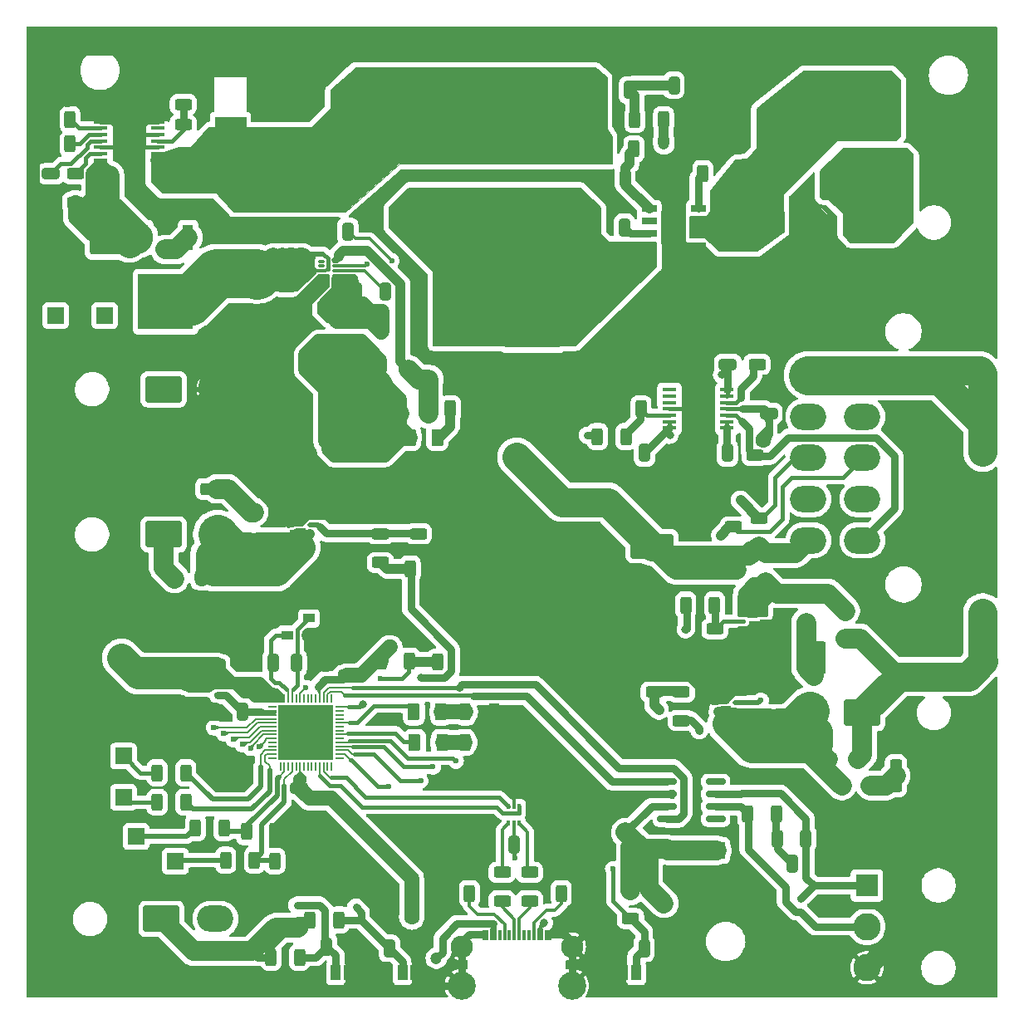
<source format=gbr>
%TF.GenerationSoftware,KiCad,Pcbnew,8.0.0*%
%TF.CreationDate,2024-03-12T16:14:46+01:00*%
%TF.ProjectId,schematic-main,73636865-6d61-4746-9963-2d6d61696e2e,rev?*%
%TF.SameCoordinates,Original*%
%TF.FileFunction,Copper,L1,Top*%
%TF.FilePolarity,Positive*%
%FSLAX46Y46*%
G04 Gerber Fmt 4.6, Leading zero omitted, Abs format (unit mm)*
G04 Created by KiCad (PCBNEW 8.0.0) date 2024-03-12 16:14:46*
%MOMM*%
%LPD*%
G01*
G04 APERTURE LIST*
G04 Aperture macros list*
%AMRoundRect*
0 Rectangle with rounded corners*
0 $1 Rounding radius*
0 $2 $3 $4 $5 $6 $7 $8 $9 X,Y pos of 4 corners*
0 Add a 4 corners polygon primitive as box body*
4,1,4,$2,$3,$4,$5,$6,$7,$8,$9,$2,$3,0*
0 Add four circle primitives for the rounded corners*
1,1,$1+$1,$2,$3*
1,1,$1+$1,$4,$5*
1,1,$1+$1,$6,$7*
1,1,$1+$1,$8,$9*
0 Add four rect primitives between the rounded corners*
20,1,$1+$1,$2,$3,$4,$5,0*
20,1,$1+$1,$4,$5,$6,$7,0*
20,1,$1+$1,$6,$7,$8,$9,0*
20,1,$1+$1,$8,$9,$2,$3,0*%
G04 Aperture macros list end*
%TA.AperFunction,Conductor*%
%ADD10C,0.200000*%
%TD*%
%TA.AperFunction,Conductor*%
%ADD11C,0.100000*%
%TD*%
%TA.AperFunction,SMDPad,CuDef*%
%ADD12RoundRect,0.250000X-0.650000X0.325000X-0.650000X-0.325000X0.650000X-0.325000X0.650000X0.325000X0*%
%TD*%
%TA.AperFunction,SMDPad,CuDef*%
%ADD13RoundRect,0.250000X0.625000X-0.312500X0.625000X0.312500X-0.625000X0.312500X-0.625000X-0.312500X0*%
%TD*%
%TA.AperFunction,SMDPad,CuDef*%
%ADD14R,1.000000X1.500000*%
%TD*%
%TA.AperFunction,ComponentPad*%
%ADD15R,1.700000X1.700000*%
%TD*%
%TA.AperFunction,SMDPad,CuDef*%
%ADD16RoundRect,0.250000X0.325000X0.650000X-0.325000X0.650000X-0.325000X-0.650000X0.325000X-0.650000X0*%
%TD*%
%TA.AperFunction,SMDPad,CuDef*%
%ADD17RoundRect,0.050000X-0.285000X-0.100000X0.285000X-0.100000X0.285000X0.100000X-0.285000X0.100000X0*%
%TD*%
%TA.AperFunction,SMDPad,CuDef*%
%ADD18RoundRect,0.150000X-0.825000X-0.150000X0.825000X-0.150000X0.825000X0.150000X-0.825000X0.150000X0*%
%TD*%
%TA.AperFunction,SMDPad,CuDef*%
%ADD19RoundRect,0.250000X-0.312500X-0.625000X0.312500X-0.625000X0.312500X0.625000X-0.312500X0.625000X0*%
%TD*%
%TA.AperFunction,SMDPad,CuDef*%
%ADD20RoundRect,0.250000X1.425000X-0.362500X1.425000X0.362500X-1.425000X0.362500X-1.425000X-0.362500X0*%
%TD*%
%TA.AperFunction,ComponentPad*%
%ADD21RoundRect,0.250001X1.599999X-1.099999X1.599999X1.099999X-1.599999X1.099999X-1.599999X-1.099999X0*%
%TD*%
%TA.AperFunction,ComponentPad*%
%ADD22O,3.700000X2.700000*%
%TD*%
%TA.AperFunction,SMDPad,CuDef*%
%ADD23RoundRect,0.250000X0.650000X-0.325000X0.650000X0.325000X-0.650000X0.325000X-0.650000X-0.325000X0*%
%TD*%
%TA.AperFunction,SMDPad,CuDef*%
%ADD24RoundRect,0.250000X0.312500X0.625000X-0.312500X0.625000X-0.312500X-0.625000X0.312500X-0.625000X0*%
%TD*%
%TA.AperFunction,SMDPad,CuDef*%
%ADD25RoundRect,0.250000X-0.325000X-0.650000X0.325000X-0.650000X0.325000X0.650000X-0.325000X0.650000X0*%
%TD*%
%TA.AperFunction,SMDPad,CuDef*%
%ADD26R,1.200000X1.200000*%
%TD*%
%TA.AperFunction,SMDPad,CuDef*%
%ADD27RoundRect,0.147500X-0.172500X0.147500X-0.172500X-0.147500X0.172500X-0.147500X0.172500X0.147500X0*%
%TD*%
%TA.AperFunction,ComponentPad*%
%ADD28RoundRect,0.250001X-1.599999X1.099999X-1.599999X-1.099999X1.599999X-1.099999X1.599999X1.099999X0*%
%TD*%
%TA.AperFunction,SMDPad,CuDef*%
%ADD29R,3.200000X1.100000*%
%TD*%
%TA.AperFunction,SMDPad,CuDef*%
%ADD30R,6.710000X2.730000*%
%TD*%
%TA.AperFunction,SMDPad,CuDef*%
%ADD31RoundRect,0.250000X-0.625000X0.312500X-0.625000X-0.312500X0.625000X-0.312500X0.625000X0.312500X0*%
%TD*%
%TA.AperFunction,SMDPad,CuDef*%
%ADD32RoundRect,0.250000X1.950000X1.000000X-1.950000X1.000000X-1.950000X-1.000000X1.950000X-1.000000X0*%
%TD*%
%TA.AperFunction,SMDPad,CuDef*%
%ADD33R,0.430000X0.350000*%
%TD*%
%TA.AperFunction,SMDPad,CuDef*%
%ADD34R,1.100000X1.250000*%
%TD*%
%TA.AperFunction,SMDPad,CuDef*%
%ADD35R,0.660000X0.350000*%
%TD*%
%TA.AperFunction,SMDPad,CuDef*%
%ADD36RoundRect,0.250000X-1.000000X1.950000X-1.000000X-1.950000X1.000000X-1.950000X1.000000X1.950000X0*%
%TD*%
%TA.AperFunction,SMDPad,CuDef*%
%ADD37R,1.475000X0.450000*%
%TD*%
%TA.AperFunction,SMDPad,CuDef*%
%ADD38R,3.200400X2.173999*%
%TD*%
%TA.AperFunction,SMDPad,CuDef*%
%ADD39R,12.320000X3.825000*%
%TD*%
%TA.AperFunction,SMDPad,CuDef*%
%ADD40RoundRect,0.250000X0.375000X0.625000X-0.375000X0.625000X-0.375000X-0.625000X0.375000X-0.625000X0*%
%TD*%
%TA.AperFunction,SMDPad,CuDef*%
%ADD41RoundRect,0.250000X0.362500X1.425000X-0.362500X1.425000X-0.362500X-1.425000X0.362500X-1.425000X0*%
%TD*%
%TA.AperFunction,SMDPad,CuDef*%
%ADD42R,1.200000X0.950000*%
%TD*%
%TA.AperFunction,SMDPad,CuDef*%
%ADD43R,1.505000X0.802000*%
%TD*%
%TA.AperFunction,SMDPad,CuDef*%
%ADD44R,2.613000X3.502000*%
%TD*%
%TA.AperFunction,SMDPad,CuDef*%
%ADD45RoundRect,0.250000X-0.362500X-1.425000X0.362500X-1.425000X0.362500X1.425000X-0.362500X1.425000X0*%
%TD*%
%TA.AperFunction,SMDPad,CuDef*%
%ADD46RoundRect,0.250000X1.500000X0.550000X-1.500000X0.550000X-1.500000X-0.550000X1.500000X-0.550000X0*%
%TD*%
%TA.AperFunction,SMDPad,CuDef*%
%ADD47R,2.460000X3.550000*%
%TD*%
%TA.AperFunction,SMDPad,CuDef*%
%ADD48R,0.700000X0.450000*%
%TD*%
%TA.AperFunction,ComponentPad*%
%ADD49C,2.280000*%
%TD*%
%TA.AperFunction,ComponentPad*%
%ADD50C,2.850000*%
%TD*%
%TA.AperFunction,SMDPad,CuDef*%
%ADD51R,0.300000X1.100000*%
%TD*%
%TA.AperFunction,ComponentPad*%
%ADD52R,2.300000X2.300000*%
%TD*%
%TA.AperFunction,ComponentPad*%
%ADD53C,2.800000*%
%TD*%
%TA.AperFunction,SMDPad,CuDef*%
%ADD54R,1.060000X2.600000*%
%TD*%
%TA.AperFunction,SMDPad,CuDef*%
%ADD55R,5.632000X5.700000*%
%TD*%
%TA.AperFunction,SMDPad,CuDef*%
%ADD56R,0.375000X0.500000*%
%TD*%
%TA.AperFunction,SMDPad,CuDef*%
%ADD57R,0.300000X0.650000*%
%TD*%
%TA.AperFunction,SMDPad,CuDef*%
%ADD58RoundRect,0.050000X-0.387500X-0.050000X0.387500X-0.050000X0.387500X0.050000X-0.387500X0.050000X0*%
%TD*%
%TA.AperFunction,SMDPad,CuDef*%
%ADD59RoundRect,0.050000X-0.050000X-0.387500X0.050000X-0.387500X0.050000X0.387500X-0.050000X0.387500X0*%
%TD*%
%TA.AperFunction,SMDPad,CuDef*%
%ADD60R,5.600000X5.600000*%
%TD*%
%TA.AperFunction,ViaPad*%
%ADD61C,0.800000*%
%TD*%
%TA.AperFunction,ViaPad*%
%ADD62C,1.600000*%
%TD*%
%TA.AperFunction,ViaPad*%
%ADD63C,1.200000*%
%TD*%
%TA.AperFunction,ViaPad*%
%ADD64C,0.600000*%
%TD*%
%TA.AperFunction,Conductor*%
%ADD65C,0.800000*%
%TD*%
%TA.AperFunction,Conductor*%
%ADD66C,0.400000*%
%TD*%
%TA.AperFunction,Conductor*%
%ADD67C,1.000000*%
%TD*%
%TA.AperFunction,Conductor*%
%ADD68C,3.000000*%
%TD*%
%TA.AperFunction,Conductor*%
%ADD69C,1.500000*%
%TD*%
%TA.AperFunction,Conductor*%
%ADD70C,5.000000*%
%TD*%
%TA.AperFunction,Conductor*%
%ADD71C,2.000000*%
%TD*%
%TA.AperFunction,Conductor*%
%ADD72C,0.300000*%
%TD*%
%TA.AperFunction,Conductor*%
%ADD73C,0.500000*%
%TD*%
%TA.AperFunction,Conductor*%
%ADD74C,4.000000*%
%TD*%
G04 APERTURE END LIST*
D10*
%TO.N,/Power /Vin*%
X181400000Y-29100000D02*
X181400000Y-36000000D01*
X179400000Y-38000000D01*
X175000000Y-38000000D01*
X174300000Y-37300000D01*
X174300000Y-35100000D01*
X172800000Y-33600000D01*
X172200000Y-33600000D01*
X172000000Y-33400000D01*
X172000000Y-30800000D01*
X174300000Y-28500000D01*
X180800000Y-28500000D01*
X181400000Y-29100000D01*
%TA.AperFunction,Conductor*%
G36*
X181400000Y-29100000D02*
G01*
X181400000Y-36000000D01*
X179400000Y-38000000D01*
X175000000Y-38000000D01*
X174300000Y-37300000D01*
X174300000Y-35100000D01*
X172800000Y-33600000D01*
X172200000Y-33600000D01*
X172000000Y-33400000D01*
X172000000Y-30800000D01*
X174300000Y-28500000D01*
X180800000Y-28500000D01*
X181400000Y-29100000D01*
G37*
%TD.AperFunction*%
D11*
%TO.N,+12V*%
X150200000Y-21200000D02*
X150200000Y-26400000D01*
X150700000Y-27200000D01*
X150700000Y-30000000D01*
X129000000Y-30000000D01*
X123500000Y-34900000D01*
X112100000Y-34900000D01*
X110300000Y-33000000D01*
X104800000Y-33000000D01*
X103700000Y-31900000D01*
X103700000Y-28800000D01*
X105100000Y-28800000D01*
X106500000Y-28300000D01*
X107800000Y-28300000D01*
X109600000Y-26300000D01*
X120100000Y-26300000D01*
X122000000Y-24400000D01*
X122000000Y-22500000D01*
X124600000Y-20200000D01*
X149000000Y-20200000D01*
X150200000Y-21200000D01*
%TA.AperFunction,Conductor*%
G36*
X150200000Y-21200000D02*
G01*
X150200000Y-26400000D01*
X150700000Y-27200000D01*
X150700000Y-30000000D01*
X129000000Y-30000000D01*
X123500000Y-34900000D01*
X112100000Y-34900000D01*
X110300000Y-33000000D01*
X104800000Y-33000000D01*
X103700000Y-31900000D01*
X103700000Y-28800000D01*
X105100000Y-28800000D01*
X106500000Y-28300000D01*
X107800000Y-28300000D01*
X109600000Y-26300000D01*
X120100000Y-26300000D01*
X122000000Y-24400000D01*
X122000000Y-22500000D01*
X124600000Y-20200000D01*
X149000000Y-20200000D01*
X150200000Y-21200000D01*
G37*
%TD.AperFunction*%
D10*
%TO.N,Net-(D2-K)*%
X149500000Y-34500000D02*
X149500000Y-38500000D01*
X133000000Y-41500000D01*
X128000000Y-36500000D01*
X128000000Y-34500000D01*
X130000000Y-32500000D01*
X147500000Y-32500000D01*
X149500000Y-34500000D01*
%TA.AperFunction,Conductor*%
G36*
X149500000Y-34500000D02*
G01*
X149500000Y-38500000D01*
X133000000Y-41500000D01*
X128000000Y-36500000D01*
X128000000Y-34500000D01*
X130000000Y-32500000D01*
X147500000Y-32500000D01*
X149500000Y-34500000D01*
G37*
%TD.AperFunction*%
X155200000Y-40500000D02*
X147000000Y-48500000D01*
X132500000Y-48500000D01*
X132500000Y-38000000D01*
X155200000Y-38000000D01*
X155200000Y-40500000D01*
%TA.AperFunction,Conductor*%
G36*
X155200000Y-40500000D02*
G01*
X147000000Y-48500000D01*
X132500000Y-48500000D01*
X132500000Y-38000000D01*
X155200000Y-38000000D01*
X155200000Y-40500000D01*
G37*
%TD.AperFunction*%
%TO.N,/IO/FC_V*%
X180100000Y-21500000D02*
X180100000Y-27200000D01*
X179700000Y-27600000D01*
X173400000Y-27600000D01*
X168146731Y-32853269D01*
X168200000Y-36900000D01*
X165500000Y-38900000D01*
X161600000Y-38900000D01*
X160200000Y-37500000D01*
X158800000Y-37500000D01*
X158700000Y-37500000D01*
X158700000Y-35400000D01*
X160400000Y-35400000D01*
X160800000Y-34900000D01*
X160800000Y-32800000D01*
X161800000Y-31500000D01*
X163300000Y-29700000D01*
X164500000Y-29600000D01*
X165500000Y-28500000D01*
X165500000Y-24400000D01*
X170300000Y-20600000D01*
X179200000Y-20600000D01*
X180100000Y-21500000D01*
%TA.AperFunction,Conductor*%
G36*
X180100000Y-21500000D02*
G01*
X180100000Y-27200000D01*
X179700000Y-27600000D01*
X173400000Y-27600000D01*
X168146731Y-32853269D01*
X168200000Y-36900000D01*
X165500000Y-38900000D01*
X161600000Y-38900000D01*
X160200000Y-37500000D01*
X158800000Y-37500000D01*
X158700000Y-37500000D01*
X158700000Y-35400000D01*
X160400000Y-35400000D01*
X160800000Y-34900000D01*
X160800000Y-32800000D01*
X161800000Y-31500000D01*
X163300000Y-29700000D01*
X164500000Y-29600000D01*
X165500000Y-28500000D01*
X165500000Y-24400000D01*
X170300000Y-20600000D01*
X179200000Y-20600000D01*
X180100000Y-21500000D01*
G37*
%TD.AperFunction*%
%TD*%
D12*
%TO.P,C7,1*%
%TO.N,Net-(IC1-DVDT)*%
X93500000Y-31025000D03*
%TO.P,C7,2*%
%TO.N,GND*%
X93500000Y-33975000D03*
%TD*%
D13*
%TO.P,R41,1*%
%TO.N,Net-(Q1-G)*%
X155000000Y-83862500D03*
%TO.P,R41,2*%
%TO.N,GND*%
X155000000Y-80937500D03*
%TD*%
D14*
%TO.P,JP3,1,A*%
%TO.N,/MCU/MCU_TEST*%
X153150000Y-112500000D03*
%TO.P,JP3,2,B*%
%TO.N,GND*%
X151850000Y-112500000D03*
%TD*%
D15*
%TO.P,TP9,1,1*%
%TO.N,+3.3V*%
X156400000Y-100000000D03*
%TD*%
D13*
%TO.P,R3,1*%
%TO.N,Net-(P1-D+)*%
X139500000Y-105162500D03*
%TO.P,R3,2*%
%TO.N,/MCU/USB_D+*%
X139500000Y-102237500D03*
%TD*%
D16*
%TO.P,C6,1*%
%TO.N,Net-(C5-Pad2)*%
X152475000Y-22500000D03*
%TO.P,C6,2*%
%TO.N,+12V*%
X149525000Y-22500000D03*
%TD*%
D17*
%TO.P,U2,1,RT*%
%TO.N,unconnected-(U2-RT-Pad1)*%
X121060000Y-39950000D03*
%TO.P,U2,2,EN*%
%TO.N,unconnected-(U2-EN-Pad2)*%
X121060000Y-40450000D03*
%TO.P,U2,3,VIN*%
%TO.N,Net-(U2-VIN)*%
X121060000Y-40950000D03*
%TO.P,U2,4,GND*%
%TO.N,GND*%
X121060000Y-41450000D03*
%TO.P,U2,5,SW*%
%TO.N,Net-(U2-SW)*%
X122540000Y-41450000D03*
%TO.P,U2,6,BST*%
%TO.N,Net-(U2-BST)*%
X122540000Y-40950000D03*
%TO.P,U2,7,SS*%
%TO.N,Net-(U2-SS)*%
X122540000Y-40450000D03*
%TO.P,U2,8,FB*%
%TO.N,Net-(U2-FB)*%
X122540000Y-39950000D03*
%TD*%
D18*
%TO.P,U5,1,D*%
%TO.N,/IO/CAN_RX*%
X156325000Y-92995000D03*
%TO.P,U5,2,GND*%
%TO.N,GND*%
X156325000Y-94265000D03*
%TO.P,U5,3,VCC*%
%TO.N,+3.3V*%
X156325000Y-95535000D03*
%TO.P,U5,4,R*%
%TO.N,/IO/CAN_TX*%
X156325000Y-96805000D03*
%TO.P,U5,5,NC*%
%TO.N,unconnected-(U5-NC-Pad5)*%
X161275000Y-96805000D03*
%TO.P,U5,6,CANL*%
%TO.N,/IO/CANL*%
X161275000Y-95535000D03*
%TO.P,U5,7,CANH*%
%TO.N,/IO/CANH*%
X161275000Y-94265000D03*
%TO.P,U5,8,NC*%
%TO.N,unconnected-(U5-NC-Pad8)*%
X161275000Y-92995000D03*
%TD*%
D19*
%TO.P,R27,1*%
%TO.N,Net-(R27-Pad1)*%
X108237500Y-97700000D03*
%TO.P,R27,2*%
%TO.N,/IO/I{slash}O_3_MCU*%
X111162500Y-97700000D03*
%TD*%
D20*
%TO.P,R46,1*%
%TO.N,Net-(C37-Pad2)*%
X110400000Y-63162500D03*
%TO.P,R46,2*%
%TO.N,GND*%
X110400000Y-57237500D03*
%TD*%
D21*
%TO.P,J2,1,Pin_1*%
%TO.N,+3.3V*%
X104775000Y-107000000D03*
D22*
%TO.P,J2,2,Pin_2*%
%TO.N,/IO/A_Input*%
X110275000Y-107000000D03*
%TD*%
D23*
%TO.P,C28,1*%
%TO.N,+3.3V*%
X105400000Y-81075000D03*
%TO.P,C28,2*%
%TO.N,GND*%
X105400000Y-78125000D03*
%TD*%
D24*
%TO.P,R17,1*%
%TO.N,/MCU/BOOT*%
X122862500Y-107100000D03*
%TO.P,R17,2*%
%TO.N,+3.3V*%
X119937500Y-107100000D03*
%TD*%
D19*
%TO.P,R15,1*%
%TO.N,Net-(U2-FB)*%
X132037500Y-52000000D03*
%TO.P,R15,2*%
%TO.N,GND*%
X134962500Y-52000000D03*
%TD*%
D25*
%TO.P,C16,1*%
%TO.N,/MCU/XTAL_N*%
X118525000Y-80900000D03*
%TO.P,C16,2*%
%TO.N,GND*%
X121475000Y-80900000D03*
%TD*%
D24*
%TO.P,R8,1*%
%TO.N,Net-(IC1-IMON)*%
X95462500Y-25500000D03*
%TO.P,R8,2*%
%TO.N,GND*%
X92537500Y-25500000D03*
%TD*%
D23*
%TO.P,C27,1*%
%TO.N,+3.3V*%
X110400000Y-81075000D03*
%TO.P,C27,2*%
%TO.N,GND*%
X110400000Y-78125000D03*
%TD*%
D15*
%TO.P,TP7,1,1*%
%TO.N,+5V*%
X94000000Y-45500000D03*
%TD*%
D26*
%TO.P,D8,1,K*%
%TO.N,+12V*%
X175800000Y-90700000D03*
%TO.P,D8,2,A*%
%TO.N,/IO/PURGE_VALVE*%
X173000000Y-90700000D03*
%TD*%
D19*
%TO.P,R24,1*%
%TO.N,GND*%
X150737500Y-55000000D03*
%TO.P,R24,2*%
%TO.N,Net-(IC2-+IN_D)*%
X153662500Y-55000000D03*
%TD*%
%TO.P,R26,1*%
%TO.N,Net-(R26-Pad1)*%
X104337500Y-95100000D03*
%TO.P,R26,2*%
%TO.N,/IO/I{slash}O_2_MCU*%
X107262500Y-95100000D03*
%TD*%
D13*
%TO.P,R43,1*%
%TO.N,Net-(Q3-G)*%
X130980000Y-67742500D03*
%TO.P,R43,2*%
%TO.N,GND*%
X130980000Y-64817500D03*
%TD*%
D27*
%TO.P,L3,1,1*%
%TO.N,+3.3V*%
X110500000Y-83215000D03*
%TO.P,L3,2,2*%
%TO.N,VDD3P3*%
X110500000Y-84185000D03*
%TD*%
D28*
%TO.P,J1,1,Pin_1*%
%TO.N,/Power /Vin*%
X176225000Y-36000000D03*
D22*
%TO.P,J1,2,Pin_2*%
%TO.N,GND*%
X170725000Y-36000000D03*
%TD*%
D15*
%TO.P,TP1,1,1*%
%TO.N,Net-(R25-Pad1)*%
X100900000Y-90400000D03*
%TD*%
D29*
%TO.P,L2,1,1*%
%TO.N,Net-(U2-SW)*%
X123600000Y-46050000D03*
%TO.P,L2,2,2*%
%TO.N,+3.3V*%
X123600000Y-48150000D03*
%TD*%
D12*
%TO.P,C23,1*%
%TO.N,+3.3V*%
X107700000Y-83125000D03*
%TO.P,C23,2*%
%TO.N,GND*%
X107700000Y-86075000D03*
%TD*%
D23*
%TO.P,C29,1*%
%TO.N,+3.3V*%
X166700000Y-55475000D03*
%TO.P,C29,2*%
%TO.N,GND*%
X166700000Y-52525000D03*
%TD*%
D30*
%TO.P,F1,1*%
%TO.N,/Power /Vin*%
X176700000Y-31090000D03*
%TO.P,F1,2*%
%TO.N,/IO/FC_V*%
X176700000Y-24110000D03*
%TD*%
D31*
%TO.P,R40,1*%
%TO.N,Net-(Q3-G)*%
X127100000Y-67737500D03*
%TO.P,R40,2*%
%TO.N,/IO/Main_Valve_MCU*%
X127100000Y-70662500D03*
%TD*%
D25*
%TO.P,C15,1*%
%TO.N,/MCU/RESET*%
X121625000Y-109800000D03*
%TO.P,C15,2*%
%TO.N,GND*%
X124575000Y-109800000D03*
%TD*%
D32*
%TO.P,C8,1*%
%TO.N,+12V*%
X125200000Y-23000000D03*
%TO.P,C8,2*%
%TO.N,GND*%
X117800000Y-23000000D03*
%TD*%
D21*
%TO.P,J4,1,Pin_1*%
%TO.N,+12V*%
X105000000Y-53000000D03*
D22*
%TO.P,J4,2,Pin_2*%
%TO.N,GND*%
X110500000Y-53000000D03*
%TD*%
D33*
%TO.P,Q2,1,D*%
%TO.N,/IO/FAN_GND*%
X164065000Y-75350000D03*
X164065000Y-76000000D03*
D34*
X165000000Y-75715000D03*
D33*
X165935000Y-75350000D03*
X165935000Y-76000000D03*
%TO.P,Q2,2,G*%
%TO.N,Net-(Q2-G)*%
X164065000Y-76650000D03*
D35*
%TO.P,Q2,3,S*%
%TO.N,GND*%
X165000000Y-76775000D03*
D33*
X165935000Y-76650000D03*
%TD*%
D31*
%TO.P,R20,1*%
%TO.N,/IO/FAN_1_TACHO*%
X163100000Y-67037500D03*
%TO.P,R20,2*%
%TO.N,+3.3V*%
X163100000Y-69962500D03*
%TD*%
D36*
%TO.P,C9,1*%
%TO.N,Net-(U2-VIN)*%
X114500000Y-41300000D03*
%TO.P,C9,2*%
%TO.N,GND*%
X114500000Y-48700000D03*
%TD*%
D37*
%TO.P,IC2,1,OUT_A*%
%TO.N,/IO/Temp_MCU*%
X162438000Y-56950000D03*
%TO.P,IC2,2,-IN_A*%
X162438000Y-56300000D03*
%TO.P,IC2,3,+IN_A*%
%TO.N,/IO/Temp_sensor*%
X162438000Y-55650000D03*
%TO.P,IC2,4,V+*%
%TO.N,+3.3V*%
X162438000Y-55000000D03*
%TO.P,IC2,5,+IN_B*%
%TO.N,/IO/A_Input*%
X162438000Y-54350000D03*
%TO.P,IC2,6,-IN_B*%
%TO.N,/IO/Analog_MCU*%
X162438000Y-53700000D03*
%TO.P,IC2,7,OUT_B*%
X162438000Y-53050000D03*
%TO.P,IC2,8,OUT_C*%
%TO.N,unconnected-(IC2-OUT_C-Pad8)*%
X156562000Y-53050000D03*
%TO.P,IC2,9,-IN_C*%
%TO.N,unconnected-(IC2--IN_C-Pad9)*%
X156562000Y-53700000D03*
%TO.P,IC2,10,+IN_C*%
%TO.N,unconnected-(IC2-+IN_C-Pad10)*%
X156562000Y-54350000D03*
%TO.P,IC2,11,GND*%
%TO.N,GND*%
X156562000Y-55000000D03*
%TO.P,IC2,12,+IN_D*%
%TO.N,Net-(IC2-+IN_D)*%
X156562000Y-55650000D03*
%TO.P,IC2,13,-IN_D*%
%TO.N,/IO/FC_Voltage_MCU*%
X156562000Y-56300000D03*
%TO.P,IC2,14,OUT_D*%
X156562000Y-56950000D03*
%TD*%
D12*
%TO.P,C25,1*%
%TO.N,+3.3V*%
X118800000Y-93625000D03*
%TO.P,C25,2*%
%TO.N,GND*%
X118800000Y-96575000D03*
%TD*%
D15*
%TO.P,TP8,1,1*%
%TO.N,+3.3V*%
X161400000Y-100000000D03*
%TD*%
%TO.P,TP6,1,1*%
%TO.N,+5V*%
X99000000Y-45500000D03*
%TD*%
%TO.P,TP13,1,1*%
%TO.N,Net-(R28-Pad1)*%
X106200000Y-101100000D03*
%TD*%
D33*
%TO.P,Q1,1,D*%
%TO.N,/IO/PURGE_VALVE*%
X163235000Y-86250000D03*
X163235000Y-85600000D03*
D34*
X162300000Y-85885000D03*
D33*
X161365000Y-86250000D03*
X161365000Y-85600000D03*
%TO.P,Q1,2,G*%
%TO.N,Net-(Q1-G)*%
X163235000Y-84950000D03*
D35*
%TO.P,Q1,3,S*%
%TO.N,GND*%
X162300000Y-84825000D03*
D33*
X161365000Y-84950000D03*
%TD*%
D38*
%TO.P,D1,1,K*%
%TO.N,GND*%
X111813000Y-20059998D03*
%TO.P,D1,2,A*%
%TO.N,+12V*%
X111813000Y-26314002D03*
%TD*%
D24*
%TO.P,R11,1*%
%TO.N,Net-(IC1-ILIM)*%
X95462500Y-28000000D03*
%TO.P,R11,2*%
%TO.N,GND*%
X92537500Y-28000000D03*
%TD*%
D39*
%TO.P,L1,1,1*%
%TO.N,Net-(D2-K)*%
X138600000Y-39323000D03*
%TO.P,L1,2,2*%
%TO.N,+12V*%
X138600000Y-23077000D03*
%TD*%
D31*
%TO.P,R38,1*%
%TO.N,Net-(Q1-G)*%
X157780000Y-83857500D03*
%TO.P,R38,2*%
%TO.N,/IO/PURGE_VALVE_MCU*%
X157780000Y-86782500D03*
%TD*%
D14*
%TO.P,JP2,1,A*%
%TO.N,/MCU/BOOT*%
X129350000Y-112500000D03*
%TO.P,JP2,2,B*%
%TO.N,GND*%
X130650000Y-112500000D03*
%TD*%
D19*
%TO.P,R47,1*%
%TO.N,/IO/FAN_IN_PWM*%
X132937500Y-80800000D03*
%TO.P,R47,2*%
%TO.N,GND*%
X135862500Y-80800000D03*
%TD*%
D31*
%TO.P,R34,1*%
%TO.N,/IO/Temp_sensor*%
X165300000Y-59737500D03*
%TO.P,R34,2*%
%TO.N,GND*%
X165300000Y-62662500D03*
%TD*%
D13*
%TO.P,R9,1*%
%TO.N,/Power /Vreg*%
X96000000Y-33962500D03*
%TO.P,R9,2*%
%TO.N,Net-(IC1-~{FLT})*%
X96000000Y-31037500D03*
%TD*%
D16*
%TO.P,C17,1*%
%TO.N,/MCU/XTAL_P*%
X116175000Y-80900000D03*
%TO.P,C17,2*%
%TO.N,GND*%
X113225000Y-80900000D03*
%TD*%
D13*
%TO.P,R2,1*%
%TO.N,Net-(P1-D-)*%
X142300000Y-105162500D03*
%TO.P,R2,2*%
%TO.N,/MCU/USB_D-*%
X142300000Y-102237500D03*
%TD*%
D32*
%TO.P,C21,1*%
%TO.N,+3.3V*%
X154800000Y-69000000D03*
%TO.P,C21,2*%
%TO.N,GND*%
X147400000Y-69000000D03*
%TD*%
D33*
%TO.P,Q3,1,D*%
%TO.N,/IO/Main_Valve*%
X119935000Y-68150000D03*
X119935000Y-67500000D03*
D34*
X119000000Y-67785000D03*
D33*
X118065000Y-68150000D03*
X118065000Y-67500000D03*
%TO.P,Q3,2,G*%
%TO.N,Net-(Q3-G)*%
X119935000Y-66850000D03*
D35*
%TO.P,Q3,3,S*%
%TO.N,GND*%
X119000000Y-66725000D03*
D33*
X118065000Y-66850000D03*
%TD*%
D19*
%TO.P,R28,1*%
%TO.N,Net-(R28-Pad1)*%
X111337500Y-101000000D03*
%TO.P,R28,2*%
%TO.N,/IO/I{slash}O_4_MCU*%
X114262500Y-101000000D03*
%TD*%
D24*
%TO.P,R23,1*%
%TO.N,Net-(IC2-+IN_D)*%
X152142500Y-57820000D03*
%TO.P,R23,2*%
%TO.N,/IO/FC_V*%
X149217500Y-57820000D03*
%TD*%
D19*
%TO.P,R22,1*%
%TO.N,/IO/Main_Valve_MCU*%
X130137500Y-71300000D03*
%TO.P,R22,2*%
%TO.N,GND*%
X133062500Y-71300000D03*
%TD*%
D40*
%TO.P,D7,1,K*%
%TO.N,Net-(D7-K)*%
X132900000Y-57900000D03*
%TO.P,D7,2,A*%
%TO.N,+3.3V*%
X130100000Y-57900000D03*
%TD*%
D41*
%TO.P,R45,1*%
%TO.N,Net-(C36-Pad2)*%
X171862500Y-80400000D03*
%TO.P,R45,2*%
%TO.N,GND*%
X165937500Y-80400000D03*
%TD*%
D42*
%TO.P,Y1,1,1*%
%TO.N,/MCU/XTAL_N*%
X119800000Y-76325000D03*
%TO.P,Y1,2,2*%
%TO.N,GND*%
X117600000Y-76325000D03*
%TO.P,Y1,3,3*%
%TO.N,/MCU/XTAL_P*%
X117600000Y-78075000D03*
%TO.P,Y1,4,4*%
%TO.N,GND*%
X119800000Y-78075000D03*
%TD*%
D14*
%TO.P,JP1,1,A*%
%TO.N,/MCU/RESET*%
X122550000Y-112500000D03*
%TO.P,JP1,2,B*%
%TO.N,GND*%
X123850000Y-112500000D03*
%TD*%
D43*
%TO.P,U1,1,GND*%
%TO.N,GND*%
X159497500Y-38405000D03*
%TO.P,U1,2,VIN*%
%TO.N,/IO/FC_V*%
X159497500Y-37135000D03*
%TO.P,U1,3,EN_UVLO*%
X159497500Y-35865000D03*
%TO.P,U1,4,RON*%
%TO.N,Net-(U1-RON)*%
X159497500Y-34595000D03*
%TO.P,U1,5,FB*%
%TO.N,/Power /FB_12*%
X154502500Y-34595000D03*
%TO.P,U1,6,PGOOD*%
%TO.N,unconnected-(U1-PGOOD-Pad6)*%
X154502500Y-35865000D03*
%TO.P,U1,7,BST*%
%TO.N,Net-(U1-BST)*%
X154502500Y-37135000D03*
%TO.P,U1,8,SW*%
%TO.N,Net-(D2-K)*%
X154502500Y-38405000D03*
D44*
%TO.P,U1,9,EP*%
%TO.N,GND*%
X157000000Y-36500000D03*
%TD*%
D15*
%TO.P,TP5,1,1*%
%TO.N,+12V*%
X113200000Y-30900000D03*
%TD*%
D24*
%TO.P,R13,1*%
%TO.N,GND*%
X154962500Y-31500000D03*
%TO.P,R13,2*%
%TO.N,/Power /FB_12*%
X152037500Y-31500000D03*
%TD*%
D25*
%TO.P,C3,1*%
%TO.N,Net-(D2-K)*%
X149025000Y-36500000D03*
%TO.P,C3,2*%
%TO.N,Net-(U1-BST)*%
X151975000Y-36500000D03*
%TD*%
D15*
%TO.P,TP1,1,1*%
%TO.N,/IO/FC_V*%
X164500000Y-34500000D03*
%TD*%
D28*
%TO.P,J5,1,Pin_1*%
%TO.N,+12V*%
X176225000Y-86000000D03*
D22*
%TO.P,J5,2,Pin_2*%
%TO.N,/IO/PURGE_VALVE*%
X170725000Y-86000000D03*
%TD*%
D19*
%TO.P,R14,1*%
%TO.N,+3.3V*%
X129037500Y-55500000D03*
%TO.P,R14,2*%
%TO.N,Net-(U2-FB)*%
X131962500Y-55500000D03*
%TD*%
D23*
%TO.P,C11,1*%
%TO.N,Net-(U2-VIN)*%
X118400000Y-39325000D03*
%TO.P,C11,2*%
%TO.N,GND*%
X118400000Y-36375000D03*
%TD*%
D15*
%TO.P,TP4,1,1*%
%TO.N,+12V*%
X118200000Y-30900000D03*
%TD*%
D31*
%TO.P,R42,1*%
%TO.N,Net-(Q2-G)*%
X161200000Y-77437500D03*
%TO.P,R42,2*%
%TO.N,GND*%
X161200000Y-80362500D03*
%TD*%
D16*
%TO.P,C5,1*%
%TO.N,GND*%
X159975000Y-22000000D03*
%TO.P,C5,2*%
%TO.N,Net-(C5-Pad2)*%
X157025000Y-22000000D03*
%TD*%
D45*
%TO.P,R44,1*%
%TO.N,Net-(C35-Pad2)*%
X179637500Y-92400000D03*
%TO.P,R44,2*%
%TO.N,GND*%
X185562500Y-92400000D03*
%TD*%
D25*
%TO.P,C19,1*%
%TO.N,/MCU/BOOT*%
X128025000Y-110000000D03*
%TO.P,C19,2*%
%TO.N,GND*%
X130975000Y-110000000D03*
%TD*%
%TO.P,C13,1*%
%TO.N,+3.3V*%
X127025000Y-51000000D03*
%TO.P,C13,2*%
%TO.N,Net-(U2-FB)*%
X129975000Y-51000000D03*
%TD*%
D46*
%TO.P,C4,1*%
%TO.N,/Power /Vreg*%
X99200000Y-38500000D03*
%TO.P,C4,2*%
%TO.N,GND*%
X93800000Y-38500000D03*
%TD*%
D21*
%TO.P,J6,1,Pin_1*%
%TO.N,+12V*%
X105000000Y-67800000D03*
D22*
%TO.P,J6,2,Pin_2*%
%TO.N,/IO/Main_Valve*%
X110500000Y-67800000D03*
%TD*%
D37*
%TO.P,IC1,1,IN_1*%
%TO.N,+12V*%
X104438000Y-30275000D03*
%TO.P,IC1,2,IN_2*%
X104438000Y-29625000D03*
%TO.P,IC1,3,UVLO*%
X104438000Y-28975000D03*
%TO.P,IC1,4,NC_1*%
%TO.N,GND*%
X104438000Y-28325000D03*
%TO.P,IC1,5,OVP*%
%TO.N,Net-(IC1-OVP)*%
X104438000Y-27675000D03*
%TO.P,IC1,6,MODE*%
%TO.N,GND*%
X104438000Y-27025000D03*
%TO.P,IC1,7,~{SHDN}*%
%TO.N,unconnected-(IC1-~{SHDN}-Pad7)*%
X104438000Y-26375000D03*
%TO.P,IC1,8,RTN*%
%TO.N,GND*%
X104438000Y-25725000D03*
%TO.P,IC1,9,GND*%
X98562000Y-25725000D03*
%TO.P,IC1,10,IMON*%
%TO.N,Net-(IC1-IMON)*%
X98562000Y-26375000D03*
%TO.P,IC1,11,ILIM*%
%TO.N,Net-(IC1-ILIM)*%
X98562000Y-27025000D03*
%TO.P,IC1,12,DVDT*%
%TO.N,Net-(IC1-DVDT)*%
X98562000Y-27675000D03*
%TO.P,IC1,13,NC_2*%
%TO.N,GND*%
X98562000Y-28325000D03*
%TO.P,IC1,14,~{FLT}*%
%TO.N,Net-(IC1-~{FLT})*%
X98562000Y-28975000D03*
%TO.P,IC1,15,OUT_1*%
%TO.N,/Power /Vreg*%
X98562000Y-29625000D03*
%TO.P,IC1,16,OUT_2*%
X98562000Y-30275000D03*
D47*
%TO.P,IC1,17,EP*%
%TO.N,GND*%
X101500000Y-28000000D03*
%TD*%
D25*
%TO.P,C34,1*%
%TO.N,Net-(C34-Pad1)*%
X169125000Y-101400000D03*
%TO.P,C34,2*%
%TO.N,GND*%
X172075000Y-101400000D03*
%TD*%
D15*
%TO.P,TP3,1,1*%
%TO.N,GND*%
X101200000Y-75000000D03*
%TD*%
D13*
%TO.P,R33,1*%
%TO.N,/IO/A_Input*%
X165500000Y-50462500D03*
%TO.P,R33,2*%
%TO.N,GND*%
X165500000Y-47537500D03*
%TD*%
D19*
%TO.P,R35,1*%
%TO.N,Net-(D5-K)*%
X135737500Y-85900000D03*
%TO.P,R35,2*%
%TO.N,GND*%
X138662500Y-85900000D03*
%TD*%
D48*
%TO.P,D4,1,K*%
%TO.N,/IO/CANH*%
X169900000Y-104950000D03*
%TO.P,D4,2,K*%
%TO.N,/IO/CANL*%
X169900000Y-106250000D03*
%TO.P,D4,3,A*%
%TO.N,GND*%
X171900000Y-105600000D03*
%TD*%
D16*
%TO.P,C10,1*%
%TO.N,Net-(U2-SS)*%
X123775000Y-36900000D03*
%TO.P,C10,2*%
%TO.N,GND*%
X120825000Y-36900000D03*
%TD*%
D32*
%TO.P,C14,1*%
%TO.N,+3.3V*%
X124700000Y-54500000D03*
%TO.P,C14,2*%
%TO.N,GND*%
X117300000Y-54500000D03*
%TD*%
D23*
%TO.P,C33,1*%
%TO.N,/IO/Analog_MCU*%
X162500000Y-50475000D03*
%TO.P,C33,2*%
%TO.N,GND*%
X162500000Y-47525000D03*
%TD*%
D12*
%TO.P,C36,1*%
%TO.N,/IO/FAN_GND*%
X170500000Y-73825000D03*
%TO.P,C36,2*%
%TO.N,Net-(C36-Pad2)*%
X170500000Y-76775000D03*
%TD*%
D31*
%TO.P,R19,1*%
%TO.N,/IO/FAN_2_TACHO*%
X165700000Y-66137500D03*
%TO.P,R19,2*%
%TO.N,+3.3V*%
X165700000Y-69062500D03*
%TD*%
D49*
%TO.P,P1,A1,GND*%
%TO.N,GND*%
X135380000Y-109800000D03*
D50*
X135380000Y-113800000D03*
D51*
X137650000Y-108650000D03*
D49*
X146620000Y-109800000D03*
D50*
X146620000Y-113800000D03*
D51*
%TO.P,P1,A4,VBUS*%
%TO.N,+5V*%
X138450000Y-108650000D03*
%TO.P,P1,A5,CC*%
%TO.N,Net-(P1-CC)*%
X139750000Y-108650000D03*
%TO.P,P1,A6,D+*%
%TO.N,Net-(P1-D+)*%
X140750000Y-108650000D03*
%TO.P,P1,A7,D-*%
%TO.N,Net-(P1-D-)*%
X141250000Y-108650000D03*
%TO.P,P1,A8*%
%TO.N,N/C*%
X142250000Y-108650000D03*
%TO.P,P1,A9,VBUS*%
%TO.N,+5V*%
X143550000Y-108650000D03*
%TO.P,P1,A12,GND*%
%TO.N,GND*%
X144350000Y-108650000D03*
%TO.P,P1,B1,GND*%
X144050000Y-108650000D03*
%TO.P,P1,B4,VBUS*%
%TO.N,+5V*%
X143250000Y-108650000D03*
%TO.P,P1,B5,VCONN*%
%TO.N,Net-(P1-VCONN)*%
X142750000Y-108650000D03*
%TO.P,P1,B6*%
%TO.N,N/C*%
X141750000Y-108650000D03*
%TO.P,P1,B7*%
X140250000Y-108650000D03*
%TO.P,P1,B8*%
X139250000Y-108650000D03*
%TO.P,P1,B9,VBUS*%
%TO.N,+5V*%
X138750000Y-108650000D03*
%TO.P,P1,B12,GND*%
%TO.N,GND*%
X137950000Y-108650000D03*
%TD*%
D16*
%TO.P,C20,1*%
%TO.N,/MCU/MCU_TEST*%
X153975000Y-110000000D03*
%TO.P,C20,2*%
%TO.N,GND*%
X151025000Y-110000000D03*
%TD*%
D24*
%TO.P,R32,1*%
%TO.N,Net-(C34-Pad1)*%
X167462500Y-96300000D03*
%TO.P,R32,2*%
%TO.N,/IO/CANL*%
X164537500Y-96300000D03*
%TD*%
D52*
%TO.P,J3,1,Pin_1*%
%TO.N,/IO/CANH*%
X176687100Y-103584250D03*
D53*
%TO.P,J3,2,Pin_2*%
%TO.N,/IO/CANL*%
X176687100Y-107784250D03*
%TO.P,J3,3,Pin_3*%
%TO.N,GND*%
X176687100Y-111984250D03*
%TD*%
D13*
%TO.P,R6,1*%
%TO.N,+12V*%
X107000000Y-28962500D03*
%TO.P,R6,2*%
%TO.N,Net-(IC1-OVP)*%
X107000000Y-26037500D03*
%TD*%
D23*
%TO.P,C22,1*%
%TO.N,+3.3V*%
X107900000Y-81075000D03*
%TO.P,C22,2*%
%TO.N,GND*%
X107900000Y-78125000D03*
%TD*%
D19*
%TO.P,R37,1*%
%TO.N,Net-(D7-K)*%
X134237500Y-55000000D03*
%TO.P,R37,2*%
%TO.N,GND*%
X137162500Y-55000000D03*
%TD*%
D24*
%TO.P,R5,1*%
%TO.N,Net-(U1-RON)*%
X159962500Y-31000000D03*
%TO.P,R5,2*%
%TO.N,GND*%
X157037500Y-31000000D03*
%TD*%
D28*
%TO.P,J7,1,Pin_1*%
%TO.N,+12V*%
X176225000Y-51600000D03*
D22*
%TO.P,J7,2,Pin_2*%
%TO.N,/IO/FAN_IN_PWM*%
X176225000Y-55800000D03*
%TO.P,J7,3,Pin_3*%
%TO.N,/IO/FAN_1_TACHO*%
X176225000Y-60000000D03*
%TO.P,J7,4,Pin_4*%
%TO.N,/IO/FAN_GND*%
X176225000Y-64200000D03*
%TO.P,J7,5,Pin_5*%
%TO.N,/IO/Temp_sensor*%
X176225000Y-68400000D03*
%TO.P,J7,6,Pin_6*%
%TO.N,+12V*%
X170725000Y-51600000D03*
%TO.P,J7,7,Pin_7*%
%TO.N,/IO/FAN_IN_PWM*%
X170725000Y-55800000D03*
%TO.P,J7,8,Pin_8*%
%TO.N,/IO/FAN_2_TACHO*%
X170725000Y-60000000D03*
%TO.P,J7,9,Pin_9*%
%TO.N,/IO/FAN_GND*%
X170725000Y-64200000D03*
%TO.P,J7,10,Pin_10*%
%TO.N,+3.3V*%
X170725000Y-68400000D03*
%TD*%
D26*
%TO.P,D10,1,K*%
%TO.N,+12V*%
X106100000Y-72300000D03*
%TO.P,D10,2,A*%
%TO.N,/IO/Main_Valve*%
X108900000Y-72300000D03*
%TD*%
%TO.P,D9,1,K*%
%TO.N,+12V*%
X174500000Y-78400000D03*
%TO.P,D9,2,A*%
%TO.N,/IO/FAN_GND*%
X174500000Y-75600000D03*
%TD*%
D40*
%TO.P,D5,1,K*%
%TO.N,Net-(D5-K)*%
X133300000Y-85900000D03*
%TO.P,D5,2,A*%
%TO.N,/IO/LED_CAN_STATUS*%
X130500000Y-85900000D03*
%TD*%
D23*
%TO.P,C26,1*%
%TO.N,+3.3V*%
X123700000Y-82175000D03*
%TO.P,C26,2*%
%TO.N,GND*%
X123700000Y-79225000D03*
%TD*%
D54*
%TO.P,D2,1,A_1*%
%TO.N,GND*%
X140314000Y-52479500D03*
%TO.P,D2,2,A_2*%
X144886000Y-52479500D03*
D55*
%TO.P,D2,3,K*%
%TO.N,Net-(D2-K)*%
X142600000Y-45929500D03*
%TD*%
D40*
%TO.P,D6,1,K*%
%TO.N,Net-(D6-K)*%
X133400000Y-89000000D03*
%TO.P,D6,2,A*%
%TO.N,/IO/LED_MCU_STATUS*%
X130600000Y-89000000D03*
%TD*%
D24*
%TO.P,R48,1*%
%TO.N,/IO/FAN_IN_PWM*%
X130062500Y-80700000D03*
%TO.P,R48,2*%
%TO.N,+3.3V*%
X127137500Y-80700000D03*
%TD*%
%TO.P,R4,1*%
%TO.N,Net-(P1-CC)*%
X136162500Y-104400000D03*
%TO.P,R4,2*%
%TO.N,GND*%
X133237500Y-104400000D03*
%TD*%
%TO.P,R12,1*%
%TO.N,/Power /FB_12*%
X152922500Y-28500000D03*
%TO.P,R12,2*%
%TO.N,+12V*%
X149997500Y-28500000D03*
%TD*%
D13*
%TO.P,R18,1*%
%TO.N,/MCU/MCU_TEST*%
X152600000Y-106962500D03*
%TO.P,R18,2*%
%TO.N,+3.3V*%
X152600000Y-104037500D03*
%TD*%
D32*
%TO.P,C1,1*%
%TO.N,/IO/FC_V*%
X169200000Y-27600000D03*
%TO.P,C1,2*%
%TO.N,GND*%
X161800000Y-27600000D03*
%TD*%
D19*
%TO.P,R36,1*%
%TO.N,Net-(D6-K)*%
X135687500Y-89000000D03*
%TO.P,R36,2*%
%TO.N,GND*%
X138612500Y-89000000D03*
%TD*%
D23*
%TO.P,C31,1*%
%TO.N,+3.3V*%
X152100000Y-98175000D03*
%TO.P,C31,2*%
%TO.N,GND*%
X152100000Y-95225000D03*
%TD*%
D16*
%TO.P,C12,1*%
%TO.N,Net-(U2-BST)*%
X127575000Y-43000000D03*
%TO.P,C12,2*%
%TO.N,Net-(U2-SW)*%
X124625000Y-43000000D03*
%TD*%
D24*
%TO.P,R16,1*%
%TO.N,/MCU/RESET*%
X118862500Y-110900000D03*
%TO.P,R16,2*%
%TO.N,+3.3V*%
X115937500Y-110900000D03*
%TD*%
D54*
%TO.P,D3,1*%
%TO.N,+5V*%
X107486000Y-37520500D03*
%TO.P,D3,2*%
%TO.N,/Power /Vreg*%
X102914000Y-37520500D03*
D55*
%TO.P,D3,3*%
%TO.N,Net-(U2-VIN)*%
X105200000Y-44070500D03*
%TD*%
D25*
%TO.P,C35,1*%
%TO.N,/IO/PURGE_VALVE*%
X174125000Y-93400000D03*
%TO.P,C35,2*%
%TO.N,Net-(C35-Pad2)*%
X177075000Y-93400000D03*
%TD*%
D13*
%TO.P,R7,1*%
%TO.N,Net-(IC1-OVP)*%
X107000000Y-23962500D03*
%TO.P,R7,2*%
%TO.N,GND*%
X107000000Y-21037500D03*
%TD*%
D24*
%TO.P,R39,1*%
%TO.N,Net-(Q2-G)*%
X161162500Y-75000000D03*
%TO.P,R39,2*%
%TO.N,/IO/FAN_ON_MCU*%
X158237500Y-75000000D03*
%TD*%
D19*
%TO.P,R1,1*%
%TO.N,Net-(P1-VCONN)*%
X145537500Y-104400000D03*
%TO.P,R1,2*%
%TO.N,GND*%
X148462500Y-104400000D03*
%TD*%
D56*
%TO.P,U3,1,I/O1*%
%TO.N,/MCU/USB_D-*%
X141237500Y-95550000D03*
D57*
%TO.P,U3,2,GND*%
%TO.N,GND*%
X140700000Y-95475000D03*
D56*
%TO.P,U3,3,I/O2*%
%TO.N,/MCU/USB_D+*%
X140162500Y-95550000D03*
%TO.P,U3,4,I/O2*%
X140162500Y-97250000D03*
D57*
%TO.P,U3,5,VBUS*%
%TO.N,+3.3V*%
X140700000Y-97325000D03*
D56*
%TO.P,U3,6,I/O1*%
%TO.N,/MCU/USB_D-*%
X141237500Y-97250000D03*
%TD*%
D23*
%TO.P,C37,1*%
%TO.N,/IO/Main_Valve*%
X114200000Y-68475000D03*
%TO.P,C37,2*%
%TO.N,Net-(C37-Pad2)*%
X114200000Y-65525000D03*
%TD*%
D25*
%TO.P,C18,1*%
%TO.N,+3.3V*%
X140725000Y-99400000D03*
%TO.P,C18,2*%
%TO.N,GND*%
X143675000Y-99400000D03*
%TD*%
D19*
%TO.P,R31,1*%
%TO.N,Net-(C34-Pad1)*%
X167537500Y-98800000D03*
%TO.P,R31,2*%
%TO.N,/IO/CANH*%
X170462500Y-98800000D03*
%TD*%
D15*
%TO.P,TP2,1,1*%
%TO.N,Net-(R26-Pad1)*%
X100900000Y-94600000D03*
%TD*%
%TO.P,TP2,1,1*%
%TO.N,GND*%
X96200000Y-75000000D03*
%TD*%
D12*
%TO.P,C2,1*%
%TO.N,+12V*%
X108300000Y-31525000D03*
%TO.P,C2,2*%
%TO.N,GND*%
X108300000Y-34475000D03*
%TD*%
D16*
%TO.P,C30,1*%
%TO.N,GND*%
X156975000Y-59500000D03*
%TO.P,C30,2*%
%TO.N,/IO/FC_Voltage_MCU*%
X154025000Y-59500000D03*
%TD*%
D25*
%TO.P,C32,1*%
%TO.N,GND*%
X159525000Y-59500000D03*
%TO.P,C32,2*%
%TO.N,/IO/Temp_MCU*%
X162475000Y-59500000D03*
%TD*%
D16*
%TO.P,C24,1*%
%TO.N,VDD3P3*%
X113075000Y-85900000D03*
%TO.P,C24,2*%
%TO.N,GND*%
X110125000Y-85900000D03*
%TD*%
D24*
%TO.P,R10,1*%
%TO.N,Net-(D2-K)*%
X155962500Y-25500000D03*
%TO.P,R10,2*%
%TO.N,Net-(C5-Pad2)*%
X153037500Y-25500000D03*
%TD*%
D19*
%TO.P,R25,1*%
%TO.N,Net-(R25-Pad1)*%
X104337500Y-92100000D03*
%TO.P,R25,2*%
%TO.N,/IO/I{slash}O_1_MCU*%
X107262500Y-92100000D03*
%TD*%
%TO.P,R30,1*%
%TO.N,/IO/I{slash}O_4_MCU*%
X116337500Y-101100000D03*
%TO.P,R30,2*%
%TO.N,GND*%
X119262500Y-101100000D03*
%TD*%
D15*
%TO.P,TP12,1,1*%
%TO.N,Net-(R27-Pad1)*%
X102200000Y-98600000D03*
%TD*%
D58*
%TO.P,U4,1,LNA_IN/RF*%
%TO.N,unconnected-(U4-LNA_IN{slash}RF-Pad1)*%
X116062500Y-85400000D03*
%TO.P,U4,2,VDD3P3*%
%TO.N,VDD3P3*%
X116062500Y-85800000D03*
%TO.P,U4,3,VDD3P3*%
X116062500Y-86200000D03*
%TO.P,U4,4,CHIP_PU/RESET*%
%TO.N,/MCU/RESET*%
X116062500Y-86600000D03*
%TO.P,U4,5,GPIO0/BOOT*%
%TO.N,/MCU/BOOT*%
X116062500Y-87000000D03*
%TO.P,U4,6,GPIO1/ADC1_CH0*%
%TO.N,/MCU/MCU_TEST*%
X116062500Y-87400000D03*
%TO.P,U4,7,GPIO2/ADC1_CH1*%
%TO.N,/IO/Temp_MCU*%
X116062500Y-87800000D03*
%TO.P,U4,8,GPIO3/ADC1_CH2*%
%TO.N,/IO/Analog_MCU*%
X116062500Y-88200000D03*
%TO.P,U4,9,GPIO4/ADC1_CH3*%
%TO.N,/IO/FC_Voltage_MCU*%
X116062500Y-88600000D03*
%TO.P,U4,10,GPIO5/ADC1_CH4*%
%TO.N,unconnected-(U4-GPIO5{slash}ADC1_CH4-Pad10)*%
X116062500Y-89000000D03*
%TO.P,U4,11,GPIO6/ADC1_CH5*%
%TO.N,unconnected-(U4-GPIO6{slash}ADC1_CH5-Pad11)*%
X116062500Y-89400000D03*
%TO.P,U4,12,GPIO7/ADC1_CH6*%
%TO.N,/IO/I{slash}O_1_MCU*%
X116062500Y-89800000D03*
%TO.P,U4,13,GPIO8/ADC1_CH7*%
%TO.N,/IO/I{slash}O_2_MCU*%
X116062500Y-90200000D03*
%TO.P,U4,14,GPIO9/ADC1_CH8*%
%TO.N,unconnected-(U4-GPIO9{slash}ADC1_CH8-Pad14)*%
X116062500Y-90600000D03*
D59*
%TO.P,U4,15,GPIO10/ADC1_CH9*%
%TO.N,unconnected-(U4-GPIO10{slash}ADC1_CH9-Pad15)*%
X116900000Y-91437500D03*
%TO.P,U4,16,GPIO11/ADC2_CH0*%
%TO.N,/IO/I{slash}O_3_MCU*%
X117300000Y-91437500D03*
%TO.P,U4,17,GPIO12/ADC2_CH1*%
%TO.N,unconnected-(U4-GPIO12{slash}ADC2_CH1-Pad17)*%
X117700000Y-91437500D03*
%TO.P,U4,18,GPIO13/ADC2_CH2*%
%TO.N,/IO/I{slash}O_4_MCU*%
X118100000Y-91437500D03*
%TO.P,U4,19,GPIO14/ADC2_CH3*%
%TO.N,unconnected-(U4-GPIO14{slash}ADC2_CH3-Pad19)*%
X118500000Y-91437500D03*
%TO.P,U4,20,VDD3P3_RTC*%
%TO.N,+3.3V*%
X118900000Y-91437500D03*
%TO.P,U4,21,GPIO15/ADC2_CH4/XTAL_32K_P*%
%TO.N,unconnected-(U4-GPIO15{slash}ADC2_CH4{slash}XTAL_32K_P-Pad21)*%
X119300000Y-91437500D03*
%TO.P,U4,22,GPIO16/ADC2_CH5/XTAL_32K_N*%
%TO.N,unconnected-(U4-GPIO16{slash}ADC2_CH5{slash}XTAL_32K_N-Pad22)*%
X119700000Y-91437500D03*
%TO.P,U4,23,GPIO17/ADC2_CH6*%
%TO.N,unconnected-(U4-GPIO17{slash}ADC2_CH6-Pad23)*%
X120100000Y-91437500D03*
%TO.P,U4,24,GPIO18/ADC2_CH7*%
%TO.N,unconnected-(U4-GPIO18{slash}ADC2_CH7-Pad24)*%
X120500000Y-91437500D03*
%TO.P,U4,25,GPIO19/USB_D-/ADC2_CH8*%
%TO.N,/MCU/USB_D-*%
X120900000Y-91437500D03*
%TO.P,U4,26,GPIO20/USB_D+/ADC2_CH9*%
%TO.N,/MCU/USB_D+*%
X121300000Y-91437500D03*
%TO.P,U4,27,GPIO21*%
%TO.N,unconnected-(U4-GPIO21-Pad27)*%
X121700000Y-91437500D03*
%TO.P,U4,28,SPI_CS1/GPIO26*%
%TO.N,unconnected-(U4-SPI_CS1{slash}GPIO26-Pad28)*%
X122100000Y-91437500D03*
D58*
%TO.P,U4,29,VDD_SPI*%
%TO.N,unconnected-(U4-VDD_SPI-Pad29)*%
X122937500Y-90600000D03*
%TO.P,U4,30,SPIHD/GPIO27*%
%TO.N,/IO/PURGE_VALVE_MCU*%
X122937500Y-90200000D03*
%TO.P,U4,31,SPIWP/GPIO28*%
%TO.N,/IO/FAN_ON_MCU*%
X122937500Y-89800000D03*
%TO.P,U4,32,SPICS0/GPIO29*%
%TO.N,/IO/FAN_1_TACHO*%
X122937500Y-89400000D03*
%TO.P,U4,33,SPICLK/GPIO30*%
%TO.N,/IO/FAN_2_TACHO*%
X122937500Y-89000000D03*
%TO.P,U4,34,SPIQ/GPIO31*%
%TO.N,unconnected-(U4-SPIQ{slash}GPIO31-Pad34)*%
X122937500Y-88600000D03*
%TO.P,U4,35,SPID/GPIO32*%
%TO.N,/IO/LED_MCU_STATUS*%
X122937500Y-88200000D03*
%TO.P,U4,36,SPICLK_N/GPIO48*%
%TO.N,unconnected-(U4-SPICLK_N{slash}GPIO48-Pad36)*%
X122937500Y-87800000D03*
%TO.P,U4,37,SPICLK_P/GPIO47*%
%TO.N,unconnected-(U4-SPICLK_P{slash}GPIO47-Pad37)*%
X122937500Y-87400000D03*
%TO.P,U4,38,GPIO33*%
%TO.N,/IO/LED_CAN_STATUS*%
X122937500Y-87000000D03*
%TO.P,U4,39,GPIO34*%
%TO.N,unconnected-(U4-GPIO34-Pad39)*%
X122937500Y-86600000D03*
%TO.P,U4,40,GPIO35*%
%TO.N,unconnected-(U4-GPIO35-Pad40)*%
X122937500Y-86200000D03*
%TO.P,U4,41,GPIO36*%
%TO.N,unconnected-(U4-GPIO36-Pad41)*%
X122937500Y-85800000D03*
%TO.P,U4,42,GPIO37*%
%TO.N,/IO/Main_Valve_MCU*%
X122937500Y-85400000D03*
D59*
%TO.P,U4,43,GPIO38*%
%TO.N,unconnected-(U4-GPIO38-Pad43)*%
X122100000Y-84562500D03*
%TO.P,U4,44,MTCK/JTAG/GPIO39*%
%TO.N,/IO/CAN_RX*%
X121700000Y-84562500D03*
%TO.P,U4,45,MTDO/JTAG/GPIO40*%
%TO.N,/IO/CAN_TX*%
X121300000Y-84562500D03*
%TO.P,U4,46,VDD3P3_CPU*%
%TO.N,+3.3V*%
X120900000Y-84562500D03*
%TO.P,U4,47,MTDI/JTAG/GPIO41*%
%TO.N,unconnected-(U4-MTDI{slash}JTAG{slash}GPIO41-Pad47)*%
X120500000Y-84562500D03*
%TO.P,U4,48,MTMS/JTAG/GPIO42*%
%TO.N,unconnected-(U4-MTMS{slash}JTAG{slash}GPIO42-Pad48)*%
X120100000Y-84562500D03*
%TO.P,U4,49,U0TXD/PROG/GPIO43*%
%TO.N,unconnected-(U4-U0TXD{slash}PROG{slash}GPIO43-Pad49)*%
X119700000Y-84562500D03*
%TO.P,U4,50,U0RXD/PROG/GPIO44*%
%TO.N,unconnected-(U4-U0RXD{slash}PROG{slash}GPIO44-Pad50)*%
X119300000Y-84562500D03*
%TO.P,U4,51,GPIO45*%
%TO.N,/IO/FAN_IN_PWM*%
X118900000Y-84562500D03*
%TO.P,U4,52,GPIO46*%
%TO.N,unconnected-(U4-GPIO46-Pad52)*%
X118500000Y-84562500D03*
%TO.P,U4,53,XTAL_N*%
%TO.N,/MCU/XTAL_N*%
X118100000Y-84562500D03*
%TO.P,U4,54,XTAL_P*%
%TO.N,/MCU/XTAL_P*%
X117700000Y-84562500D03*
%TO.P,U4,55,VDDA*%
%TO.N,+3.3V*%
X117300000Y-84562500D03*
%TO.P,U4,56,VDDA*%
X116900000Y-84562500D03*
D60*
%TO.P,U4,57,GND*%
%TO.N,GND*%
X119500000Y-88000000D03*
%TD*%
D19*
%TO.P,R29,1*%
%TO.N,/IO/I{slash}O_3_MCU*%
X113437500Y-98100000D03*
%TO.P,R29,2*%
%TO.N,GND*%
X116362500Y-98100000D03*
%TD*%
D61*
%TO.N,GND*%
X119700000Y-43600000D03*
X112000000Y-91650000D03*
D62*
X112700000Y-103700000D03*
X115400000Y-17400000D03*
X166900000Y-45200000D03*
X159100000Y-109900000D03*
X136500000Y-17500000D03*
X125900000Y-17400000D03*
X184500000Y-17500000D03*
X182400000Y-96600000D03*
X134000000Y-99400000D03*
X121500000Y-98500000D03*
D63*
X117800000Y-86300000D03*
D62*
X157100000Y-109900000D03*
X111400000Y-17400000D03*
X142600000Y-80100000D03*
X107400000Y-17400000D03*
X93200000Y-23500000D03*
X166900000Y-41200000D03*
X159100000Y-113900000D03*
X182500000Y-17500000D03*
X157200000Y-41900000D03*
X103400000Y-17400000D03*
X182900000Y-61100000D03*
X138500000Y-17500000D03*
X145500000Y-57100000D03*
X94600000Y-40900000D03*
X180500000Y-17500000D03*
X95200000Y-17400000D03*
D61*
X126300000Y-35900000D03*
D62*
X167800000Y-109800000D03*
X180400000Y-99200000D03*
X174900000Y-41100000D03*
X127900000Y-17400000D03*
X143500000Y-55100000D03*
X95600000Y-64000000D03*
X133900000Y-65800000D03*
X112500000Y-76000000D03*
X126200000Y-102800000D03*
X130400000Y-99300000D03*
X105400000Y-17400000D03*
X174400000Y-99200000D03*
X132500000Y-17500000D03*
D61*
X132800000Y-107500000D03*
D62*
X95200000Y-23500000D03*
X148600000Y-73900000D03*
X148200000Y-97200000D03*
X112500000Y-78000000D03*
D61*
X118500000Y-47500000D03*
D62*
X121500000Y-73500000D03*
X188700000Y-96500000D03*
X92600000Y-40900000D03*
X135900000Y-63800000D03*
X188700000Y-109100000D03*
X188700000Y-102800000D03*
X132000000Y-97400000D03*
X123900000Y-102800000D03*
X140018019Y-86597919D03*
X135900000Y-65800000D03*
X178400000Y-96600000D03*
X159200000Y-55900000D03*
X104400000Y-85500000D03*
X137900000Y-63800000D03*
D63*
X121000000Y-86400000D03*
D62*
X188700000Y-94100000D03*
X162500000Y-105800000D03*
D61*
X101000000Y-29000000D03*
D62*
X95600000Y-56000000D03*
X188700000Y-106800000D03*
D61*
X112000000Y-93550000D03*
D62*
X170900000Y-41200000D03*
D61*
X117500000Y-45500000D03*
D62*
X106300000Y-88500000D03*
X133900000Y-61800000D03*
X188700000Y-100500000D03*
X176400000Y-99200000D03*
X170900000Y-43200000D03*
X135900000Y-61800000D03*
X93300000Y-20600000D03*
X121500000Y-100700000D03*
X101900000Y-110900000D03*
X97300000Y-110900000D03*
X160500000Y-105800000D03*
D63*
X121100000Y-88100000D03*
D62*
X121600000Y-102800000D03*
X147100000Y-75200000D03*
D61*
X118500000Y-44500000D03*
D62*
X182900000Y-59100000D03*
X180400000Y-96600000D03*
D63*
X118000000Y-89700000D03*
X119600000Y-89700000D03*
D62*
X165800000Y-113800000D03*
X157200000Y-39900000D03*
X165800000Y-111800000D03*
X113400000Y-17400000D03*
X158100000Y-64400000D03*
X135800000Y-97500000D03*
X104300000Y-88500000D03*
X142600000Y-80100000D03*
X172900000Y-41100000D03*
X123200000Y-63400000D03*
X97200000Y-17400000D03*
D61*
X117500000Y-46500000D03*
D62*
X127200000Y-63400000D03*
X188700000Y-113100000D03*
X176900000Y-41100000D03*
X95300000Y-20600000D03*
D63*
X119400000Y-86300000D03*
D62*
X155400000Y-88700000D03*
X98600000Y-40900000D03*
X188700000Y-90100000D03*
D61*
X126300000Y-111900000D03*
X131800000Y-108500000D03*
D62*
X125200000Y-63400000D03*
X134500000Y-17500000D03*
X174900000Y-45100000D03*
D61*
X102000000Y-27000000D03*
D62*
X123800000Y-100700000D03*
X109400000Y-17400000D03*
X101400000Y-17400000D03*
X184500000Y-75000000D03*
X95600000Y-60000000D03*
X182900000Y-65100000D03*
X158500000Y-27400000D03*
X121500000Y-71500000D03*
X145600000Y-97200000D03*
X165800000Y-109800000D03*
X143900000Y-78400000D03*
X188700000Y-111100000D03*
X186500000Y-17500000D03*
X188700000Y-104800000D03*
X157100000Y-111900000D03*
X137900000Y-65800000D03*
D61*
X118500000Y-45500000D03*
D62*
X184500000Y-71000000D03*
D63*
X121200000Y-89800000D03*
D62*
X172900000Y-43100000D03*
D61*
X120700000Y-42600000D03*
X117500000Y-44500000D03*
D62*
X123900000Y-17400000D03*
D61*
X101000000Y-28000000D03*
X116500000Y-45500000D03*
D62*
X182400000Y-99200000D03*
X123400000Y-72500000D03*
X182900000Y-57100000D03*
X188700000Y-98500000D03*
X168900000Y-45200000D03*
X176900000Y-43100000D03*
D61*
X112900000Y-92650000D03*
D62*
X176400000Y-96600000D03*
X170900000Y-45200000D03*
X128600000Y-97200000D03*
X143500000Y-57100000D03*
D63*
X117900000Y-88000000D03*
D62*
X145500000Y-55100000D03*
X188700000Y-92100000D03*
X123400000Y-70500000D03*
D61*
X101000000Y-27000000D03*
D62*
X102400000Y-85500000D03*
X167800000Y-111800000D03*
D61*
X112900000Y-91650000D03*
D63*
X119500000Y-88000000D03*
D62*
X182900000Y-63100000D03*
X159900000Y-62600000D03*
X101200000Y-23500000D03*
D61*
X102000000Y-29000000D03*
D62*
X168900000Y-41200000D03*
X99400000Y-17400000D03*
D61*
X117500000Y-47500000D03*
D62*
X130500000Y-17500000D03*
X184500000Y-73000000D03*
X110400000Y-103700000D03*
D61*
X116500000Y-47500000D03*
D62*
X145400000Y-76900000D03*
D61*
X112000000Y-92650000D03*
D62*
X96600000Y-40900000D03*
X150100000Y-72600000D03*
X137900000Y-61800000D03*
D61*
X127300000Y-111900000D03*
D62*
X178400000Y-99200000D03*
D61*
X112900000Y-93550000D03*
D62*
X172900000Y-45100000D03*
D61*
X118500000Y-46500000D03*
X102000000Y-28000000D03*
D62*
X174400000Y-96600000D03*
X99200000Y-23500000D03*
X119900000Y-17400000D03*
X121900000Y-17400000D03*
X166900000Y-43200000D03*
X152800000Y-88700000D03*
X159100000Y-111900000D03*
X157100000Y-113900000D03*
X184500000Y-67000000D03*
X117400000Y-17400000D03*
X168900000Y-43200000D03*
X95600000Y-58000000D03*
D61*
X126300000Y-34900000D03*
D62*
X99600000Y-110900000D03*
X137500000Y-99400000D03*
X97200000Y-23500000D03*
X133900000Y-63800000D03*
X108100000Y-103700000D03*
D61*
X116500000Y-46500000D03*
D62*
X156300000Y-66000000D03*
X167800000Y-113800000D03*
X184500000Y-69000000D03*
X188500000Y-17500000D03*
X93200000Y-17400000D03*
X174900000Y-43100000D03*
X164500000Y-105800000D03*
X176900000Y-45100000D03*
X95600000Y-62000000D03*
%TO.N,+12V*%
X188500000Y-75800000D03*
X188500000Y-77800000D03*
X188500000Y-57400000D03*
X135800000Y-27700000D03*
X188500000Y-55400000D03*
X139000000Y-27700000D03*
X129700000Y-27700000D03*
X123800000Y-29200000D03*
X188500000Y-59400000D03*
X188500000Y-53400000D03*
X188500000Y-51400000D03*
X132900000Y-27700000D03*
X126800000Y-27700000D03*
X120900000Y-29200000D03*
D61*
%TO.N,/Power /Vreg*%
X99500000Y-34500000D03*
X99500000Y-35500000D03*
X99500000Y-31500000D03*
X99500000Y-36500000D03*
X98000000Y-33500000D03*
X98000000Y-31500000D03*
X98000000Y-32500000D03*
X98000000Y-36500000D03*
X99500000Y-33500000D03*
X98000000Y-34500000D03*
X99500000Y-32500000D03*
X98000000Y-35500000D03*
D62*
%TO.N,+3.3V*%
X166140105Y-58193309D03*
D61*
X115407107Y-84107107D03*
D62*
X163400000Y-71400000D03*
X141000000Y-59900000D03*
D64*
X140800000Y-100800000D03*
D62*
X125600000Y-57300000D03*
X122000000Y-57300000D03*
D64*
X152600000Y-100800000D03*
D62*
X127500000Y-57300000D03*
X130300000Y-106800000D03*
X102400000Y-82100000D03*
D61*
X128100000Y-79300000D03*
D62*
X123800000Y-57300000D03*
X100700000Y-80400000D03*
X156000000Y-105400000D03*
D61*
%TO.N,/IO/PURGE_VALVE_MCU*%
X159600000Y-87800000D03*
D64*
X127900000Y-93500000D03*
%TO.N,/MCU/BOOT*%
X111100000Y-88100000D03*
X124600000Y-105800000D03*
%TO.N,/MCU/RESET*%
X118600000Y-105600000D03*
X110100000Y-87500000D03*
D61*
%TO.N,Net-(U2-VIN)*%
X117500000Y-42000000D03*
X117500000Y-41000000D03*
X118500000Y-41000000D03*
X119500000Y-40000000D03*
X116500000Y-42000000D03*
X117500000Y-40000000D03*
X116500000Y-41000000D03*
X119500000Y-41000000D03*
X116500000Y-40000000D03*
X118500000Y-40000000D03*
X118500000Y-42000000D03*
%TO.N,Net-(U2-SW)*%
X123000000Y-45000000D03*
X122000000Y-45000000D03*
X122000000Y-44000000D03*
X127100000Y-46500000D03*
X127100000Y-45500000D03*
X123000000Y-44000000D03*
X123000000Y-43000000D03*
X124000000Y-45000000D03*
X124000000Y-44000000D03*
D64*
%TO.N,Net-(U2-SS)*%
X128250000Y-39900000D03*
X125743108Y-40256892D03*
D63*
%TO.N,Net-(D2-K)*%
X149500000Y-40500000D03*
X156000000Y-28000000D03*
D64*
%TO.N,/MCU/MCU_TEST*%
X112100000Y-88700000D03*
X150800000Y-101900000D03*
%TO.N,/IO/FAN_IN_PWM*%
X119514320Y-83414320D03*
X127100000Y-82500000D03*
D61*
X131500000Y-80800000D03*
D64*
%TO.N,/IO/FAN_ON_MCU*%
X131200000Y-92900000D03*
D61*
X158200000Y-77500000D03*
%TO.N,/IO/A_Input*%
X165050000Y-51750000D03*
D64*
%TO.N,/IO/Temp_MCU*%
X113000000Y-89200000D03*
X162438000Y-57600000D03*
%TO.N,/IO/Analog_MCU*%
X113850000Y-89600000D03*
D61*
X161900000Y-51500000D03*
D64*
%TO.N,/IO/FC_Voltage_MCU*%
X114765774Y-89465774D03*
D61*
X156600000Y-57700000D03*
D62*
%TO.N,/IO/FAN_GND*%
X166400000Y-72700000D03*
D61*
%TO.N,/IO/Main_Valve_MCU*%
X125300000Y-85100000D03*
X131200000Y-82400000D03*
D64*
%TO.N,/IO/FAN_1_TACHO*%
X132450000Y-91500000D03*
X161800000Y-67900000D03*
%TO.N,/IO/FAN_2_TACHO*%
X134800000Y-90900000D03*
X163800000Y-64300000D03*
%TO.N,Net-(Q1-G)*%
X155500000Y-85700000D03*
X165900000Y-84700000D03*
%TO.N,/IO/FC_V*%
X148200000Y-57700000D03*
D61*
%TO.N,+5V*%
X143800000Y-107400000D03*
D63*
X132800000Y-111000000D03*
D62*
X105150000Y-38750000D03*
%TD*%
D65*
%TO.N,Net-(IC1-OVP)*%
X107000000Y-26037500D02*
X107000000Y-23962500D01*
D66*
X107000000Y-26500000D02*
X107000000Y-26037500D01*
X105825000Y-27675000D02*
X107000000Y-26500000D01*
X104438000Y-27675000D02*
X105825000Y-27675000D01*
D67*
%TO.N,GND*%
X137793500Y-55000000D02*
X140314000Y-52479500D01*
D68*
X116700000Y-45500000D02*
X116500000Y-45500000D01*
D65*
X123850000Y-110525000D02*
X124575000Y-109800000D01*
D69*
X118729037Y-44650000D02*
X119500000Y-43879037D01*
D65*
X148462500Y-107437500D02*
X148100000Y-107800000D01*
D66*
X109400000Y-53800000D02*
X110500000Y-52700000D01*
D69*
X111350000Y-79075000D02*
X110400000Y-78125000D01*
D65*
X159525000Y-59500000D02*
X159907107Y-59117893D01*
D70*
X102800000Y-75000000D02*
X104100000Y-76300000D01*
D69*
X161800000Y-62600000D02*
X165300000Y-62600000D01*
D71*
X102100000Y-32600000D02*
X102100000Y-30100000D01*
D68*
X137400000Y-78500000D02*
X133000000Y-74100000D01*
D70*
X117300000Y-54500000D02*
X115600000Y-54500000D01*
D65*
X146620000Y-109800000D02*
X146620000Y-113800000D01*
D69*
X118100000Y-47500000D02*
X117500000Y-47500000D01*
D71*
X94512728Y-17987272D02*
X92537500Y-19962500D01*
X159150000Y-40675000D02*
X161500000Y-40675000D01*
D66*
X99674500Y-25725000D02*
X100949500Y-27000000D01*
D72*
X121800000Y-41500000D02*
X121800000Y-42500000D01*
D66*
X102000000Y-27050500D02*
X101500000Y-27550500D01*
X102050500Y-27000000D02*
X102000000Y-27000000D01*
D65*
X131300000Y-114450000D02*
X131950000Y-113800000D01*
D71*
X109400000Y-58900000D02*
X109400000Y-54100000D01*
D66*
X165000000Y-76775000D02*
X165810000Y-76775000D01*
D69*
X97700000Y-82800000D02*
X97700000Y-75000000D01*
D65*
X132000000Y-109100000D02*
X131100000Y-110000000D01*
D69*
X122800000Y-65600000D02*
X122600000Y-65800000D01*
X120879037Y-42500000D02*
X121200000Y-42179037D01*
D68*
X137400000Y-80100000D02*
X137400000Y-78500000D01*
D65*
X158500000Y-38405000D02*
X158505000Y-38405000D01*
D71*
X159200000Y-50200000D02*
X161875000Y-47525000D01*
D65*
X146620000Y-109347208D02*
X145872792Y-108600000D01*
D71*
X165000000Y-46500000D02*
X163975000Y-47525000D01*
D69*
X107900000Y-78125000D02*
X105400000Y-78125000D01*
D66*
X167250000Y-76650000D02*
X167900000Y-77300000D01*
D71*
X128950000Y-64150000D02*
X129100000Y-64000000D01*
D69*
X130400000Y-63800000D02*
X130400000Y-64500000D01*
D66*
X101825000Y-28325000D02*
X101500000Y-28000000D01*
D71*
X113750000Y-58700000D02*
X113750000Y-54950000D01*
X159200000Y-59175000D02*
X159200000Y-59588730D01*
D72*
X120815034Y-41450000D02*
X118100000Y-44165034D01*
D65*
X159497500Y-38405000D02*
X158500000Y-38405000D01*
D69*
X117500000Y-45500000D02*
X117500000Y-44700000D01*
D66*
X119200000Y-66100000D02*
X118900000Y-66400000D01*
D71*
X165937500Y-80400000D02*
X162700000Y-80400000D01*
D70*
X141700000Y-53800000D02*
X147600000Y-53800000D01*
D69*
X93500000Y-33975000D02*
X93500000Y-38200000D01*
D66*
X167900000Y-77300000D02*
X167900000Y-80500000D01*
D71*
X169775000Y-40725000D02*
X165000000Y-45500000D01*
D65*
X135380000Y-109347208D02*
X136127208Y-108600000D01*
D68*
X109400000Y-49400000D02*
X110500000Y-50500000D01*
D72*
X121060000Y-41450000D02*
X121750000Y-41450000D01*
D71*
X115162500Y-62000000D02*
X110400000Y-57237500D01*
D65*
X166700000Y-52525000D02*
X167500000Y-51725000D01*
D66*
X102325000Y-28325000D02*
X102000000Y-28000000D01*
D69*
X118350000Y-44650000D02*
X118500000Y-44500000D01*
D68*
X116500000Y-46500000D02*
X116100000Y-47100000D01*
D69*
X117700000Y-44500000D02*
X117550000Y-44650000D01*
D65*
X158505000Y-38405000D02*
X159650000Y-39550000D01*
D69*
X93500000Y-38200000D02*
X93800000Y-38500000D01*
D66*
X161490000Y-84825000D02*
X161365000Y-84950000D01*
D67*
X138600000Y-85900000D02*
X139320100Y-85900000D01*
D71*
X118729037Y-46270963D02*
X118500000Y-46500000D01*
X170725000Y-34725000D02*
X170300000Y-34300000D01*
X118575000Y-65475000D02*
X118650000Y-65400000D01*
D69*
X122025000Y-80900000D02*
X123700000Y-79225000D01*
X108750000Y-89400000D02*
X112000000Y-92650000D01*
D66*
X116200000Y-65400000D02*
X116200000Y-63500000D01*
D68*
X94300000Y-73100000D02*
X94300000Y-51803806D01*
D66*
X163700000Y-77300000D02*
X162700000Y-78300000D01*
D65*
X113300000Y-36575000D02*
X118350000Y-36575000D01*
D69*
X130980000Y-64380000D02*
X130980000Y-64880000D01*
D65*
X158500000Y-38405000D02*
X157595000Y-38405000D01*
D70*
X159500000Y-41900000D02*
X175400000Y-41900000D01*
D69*
X121475000Y-80900000D02*
X121475000Y-79750000D01*
D71*
X118500000Y-46500000D02*
X118729037Y-46729037D01*
X114600000Y-62000000D02*
X114600000Y-62500000D01*
X181237100Y-96725400D02*
X181237100Y-101400000D01*
D73*
X155600000Y-81600000D02*
X157600000Y-81600000D01*
D67*
X94537500Y-23500000D02*
X98049500Y-23500000D01*
D69*
X104600000Y-89400000D02*
X108750000Y-89400000D01*
X129300000Y-65600000D02*
X122800000Y-65600000D01*
D66*
X162300000Y-84825000D02*
X163125000Y-84000000D01*
X164475000Y-77300000D02*
X163700000Y-77300000D01*
D65*
X151850000Y-112500000D02*
X151850000Y-110825000D01*
D67*
X136700000Y-80800000D02*
X137400000Y-80100000D01*
X91900000Y-28637500D02*
X91900000Y-32375000D01*
D71*
X120550000Y-36625000D02*
X120825000Y-36900000D01*
D68*
X116100000Y-46100000D02*
X116500000Y-46500000D01*
D71*
X159200000Y-59175000D02*
X159200000Y-50200000D01*
D65*
X167500000Y-48500000D02*
X166600000Y-47600000D01*
D68*
X96703806Y-49400000D02*
X109400000Y-49400000D01*
D69*
X161800000Y-62600000D02*
X159700000Y-62600000D01*
D71*
X170725000Y-39775000D02*
X169775000Y-40725000D01*
D68*
X170725000Y-36000000D02*
X170725000Y-37375000D01*
D71*
X107839701Y-20197799D02*
X114997799Y-20197799D01*
D66*
X101000000Y-27050500D02*
X101500000Y-27550500D01*
D67*
X111813000Y-20059998D02*
X114859998Y-20059998D01*
D69*
X118650000Y-44650000D02*
X118729037Y-44650000D01*
D65*
X159525000Y-59500000D02*
X159525000Y-60325000D01*
D71*
X115300000Y-62000000D02*
X115162500Y-62000000D01*
D65*
X118350000Y-36575000D02*
X118400000Y-36625000D01*
D71*
X155800000Y-80300000D02*
X147400000Y-71900000D01*
D69*
X115975000Y-76325000D02*
X113225000Y-79075000D01*
X118500000Y-47500000D02*
X118100000Y-47500000D01*
X130400000Y-64500000D02*
X129300000Y-65600000D01*
X118500000Y-47100000D02*
X118500000Y-47500000D01*
D66*
X119000000Y-66725000D02*
X119075000Y-66725000D01*
D68*
X172050000Y-38250000D02*
X174900000Y-41100000D01*
D69*
X117500000Y-44700000D02*
X117500000Y-44700000D01*
D65*
X180237100Y-105600000D02*
X181237100Y-106600000D01*
D66*
X165937500Y-82362500D02*
X165937500Y-80400000D01*
D71*
X162700000Y-80400000D02*
X161300000Y-80400000D01*
D69*
X116700000Y-45500000D02*
X117500000Y-45500000D01*
D70*
X114500000Y-51700000D02*
X117300000Y-54500000D01*
D69*
X159200000Y-63100000D02*
X159200000Y-59588730D01*
D72*
X118500000Y-45800000D02*
X117800000Y-46500000D01*
D65*
X145872792Y-108600000D02*
X144350000Y-108600000D01*
D69*
X110400000Y-78125000D02*
X107900000Y-78125000D01*
D70*
X175400000Y-41900000D02*
X175900000Y-42400000D01*
D65*
X131950000Y-113800000D02*
X130650000Y-112500000D01*
D71*
X157000000Y-38525000D02*
X157000000Y-36500000D01*
X114600000Y-62000000D02*
X113750000Y-61150000D01*
X139834500Y-52000000D02*
X140314000Y-52479500D01*
D66*
X114100000Y-63000000D02*
X111900000Y-60800000D01*
D69*
X117500000Y-44500000D02*
X117700000Y-44500000D01*
D71*
X161200000Y-80300000D02*
X155800000Y-80300000D01*
D68*
X133000000Y-71300000D02*
X134300000Y-70000000D01*
D70*
X131050000Y-62050000D02*
X134300000Y-62050000D01*
D65*
X159497500Y-38672500D02*
X161500000Y-40675000D01*
D68*
X96200000Y-75000000D02*
X94300000Y-73100000D01*
D72*
X115900000Y-44500000D02*
X114500000Y-45900000D01*
D66*
X119700000Y-66100000D02*
X119200000Y-66100000D01*
D72*
X118800000Y-45500000D02*
X118500000Y-45500000D01*
D66*
X119075000Y-66725000D02*
X119700000Y-66100000D01*
D70*
X129900000Y-63200000D02*
X131050000Y-62050000D01*
D68*
X150100000Y-72600000D02*
X142600000Y-80100000D01*
D66*
X163125000Y-84000000D02*
X164300000Y-84000000D01*
D65*
X146620000Y-109800000D02*
X146620000Y-109347208D01*
D74*
X110500000Y-52700000D02*
X114500000Y-48700000D01*
D67*
X138550000Y-89000000D02*
X138550000Y-85950000D01*
D66*
X108500000Y-59400000D02*
X108500000Y-53800000D01*
D65*
X165500000Y-47600000D02*
X162575000Y-47600000D01*
D69*
X117500000Y-48100000D02*
X115900000Y-49700000D01*
D70*
X114500000Y-48700000D02*
X114500000Y-51700000D01*
D69*
X107125000Y-85500000D02*
X101900000Y-85500000D01*
X116800000Y-76325000D02*
X115975000Y-76325000D01*
D71*
X165500000Y-46000000D02*
X165000000Y-45500000D01*
D70*
X116929037Y-59479037D02*
X120900000Y-63450000D01*
D71*
X118729037Y-44650000D02*
X118729037Y-46270963D01*
X169725000Y-34175000D02*
X169725000Y-40675000D01*
D65*
X135380000Y-109800000D02*
X135380000Y-109347208D01*
D73*
X157600000Y-81600000D02*
X160950000Y-84950000D01*
D65*
X133237500Y-104400000D02*
X133237500Y-106862500D01*
D69*
X123700000Y-79225000D02*
X123700000Y-77250000D01*
D71*
X111225000Y-36625000D02*
X120550000Y-36625000D01*
X181237100Y-107434250D02*
X176687100Y-111984250D01*
D72*
X121060000Y-41450000D02*
X120815034Y-41450000D01*
D66*
X104438000Y-25725000D02*
X103325500Y-25725000D01*
D67*
X92537500Y-25500000D02*
X92537500Y-28000000D01*
D66*
X167800000Y-80500000D02*
X165937500Y-82362500D01*
X100675000Y-28325000D02*
X101000000Y-28000000D01*
D67*
X101000000Y-26450500D02*
X101000000Y-27000000D01*
X159975000Y-26875000D02*
X159975000Y-22000000D01*
X157037500Y-31000000D02*
X157037500Y-29812500D01*
D68*
X133000000Y-74100000D02*
X133000000Y-71300000D01*
D71*
X105629174Y-17987272D02*
X94512728Y-17987272D01*
D65*
X148100000Y-107800000D02*
X148100000Y-108320000D01*
D67*
X98049500Y-23500000D02*
X101000000Y-26450500D01*
D71*
X150100000Y-55000000D02*
X150800000Y-55000000D01*
D68*
X170725000Y-37375000D02*
X166900000Y-41200000D01*
D72*
X114500000Y-45900000D02*
X114500000Y-48700000D01*
D69*
X130400000Y-63800000D02*
X130980000Y-64380000D01*
X100400000Y-85500000D02*
X97700000Y-82800000D01*
D67*
X154900000Y-31500000D02*
X156537500Y-31500000D01*
D69*
X107700000Y-86075000D02*
X107125000Y-85500000D01*
D65*
X159525000Y-59500000D02*
X156975000Y-59500000D01*
D71*
X161300000Y-80400000D02*
X161200000Y-80300000D01*
D65*
X153060000Y-94265000D02*
X152100000Y-95225000D01*
D66*
X165935000Y-76650000D02*
X167250000Y-76650000D01*
D65*
X148462500Y-107437500D02*
X151025000Y-110000000D01*
D66*
X118100000Y-66400000D02*
X117700000Y-66800000D01*
D71*
X155700000Y-80300000D02*
X161200000Y-80300000D01*
X109200000Y-34600000D02*
X104100000Y-34600000D01*
X115300000Y-62000000D02*
X115300000Y-62200000D01*
D70*
X96200000Y-75000000D02*
X102800000Y-75000000D01*
D66*
X121800000Y-66100000D02*
X122200000Y-66500000D01*
D71*
X105629174Y-17987272D02*
X101500000Y-22116446D01*
D67*
X172075000Y-101400000D02*
X181237100Y-101400000D01*
D68*
X116500000Y-45500000D02*
X116500000Y-45700000D01*
D71*
X114600000Y-62500000D02*
X117000000Y-64900000D01*
D69*
X117500000Y-47500000D02*
X117500000Y-48100000D01*
D71*
X170725000Y-36000000D02*
X170725000Y-39775000D01*
D67*
X114859998Y-20059998D02*
X117800000Y-23000000D01*
D69*
X130400000Y-63800000D02*
X132200000Y-62000000D01*
D72*
X117500000Y-46800000D02*
X116800000Y-47500000D01*
X116500000Y-47800000D02*
X115600000Y-48700000D01*
D66*
X98562000Y-25725000D02*
X99674500Y-25725000D01*
D70*
X115600000Y-54500000D02*
X114200000Y-54500000D01*
D69*
X123700000Y-77250000D02*
X121150000Y-74700000D01*
X101900000Y-85500000D02*
X100400000Y-85500000D01*
D73*
X155000000Y-81000000D02*
X155600000Y-81600000D01*
D71*
X163975000Y-47525000D02*
X162500000Y-47525000D01*
D67*
X139320100Y-85900000D02*
X140018019Y-86597919D01*
D66*
X156562000Y-55000000D02*
X159607107Y-55000000D01*
D65*
X157595000Y-38405000D02*
X157000000Y-37810000D01*
D71*
X114997799Y-20197799D02*
X117800000Y-23000000D01*
D68*
X142600000Y-80100000D02*
X137400000Y-80100000D01*
D66*
X118325000Y-66725000D02*
X119000000Y-66725000D01*
D74*
X110500000Y-53000000D02*
X110500000Y-52700000D01*
D71*
X115600000Y-59000000D02*
X117400000Y-57200000D01*
X118400000Y-36625000D02*
X111225000Y-36625000D01*
D66*
X118300000Y-66700000D02*
X118325000Y-66725000D01*
D71*
X107839701Y-20197799D02*
X105629174Y-17987272D01*
D72*
X116500000Y-47500000D02*
X116500000Y-47800000D01*
X121060000Y-41450000D02*
X121200000Y-41590000D01*
D71*
X181237100Y-101400000D02*
X181237100Y-106600000D01*
D73*
X160950000Y-84950000D02*
X161365000Y-84950000D01*
D66*
X103325500Y-25725000D02*
X102050500Y-27000000D01*
D72*
X117800000Y-46500000D02*
X117500000Y-46500000D01*
D66*
X108500000Y-53800000D02*
X109400000Y-53800000D01*
D71*
X155000000Y-81000000D02*
X155700000Y-80300000D01*
D69*
X122200000Y-65400000D02*
X118650000Y-65400000D01*
D65*
X131100000Y-110000000D02*
X130975000Y-110000000D01*
D71*
X165500000Y-47600000D02*
X165500000Y-46000000D01*
D66*
X102000000Y-27000000D02*
X102000000Y-27050500D01*
D67*
X161800000Y-27600000D02*
X161800000Y-27172998D01*
D72*
X118500000Y-45500000D02*
X118500000Y-45800000D01*
D71*
X115600000Y-60100000D02*
X115600000Y-59000000D01*
D66*
X165810000Y-76775000D02*
X165935000Y-76650000D01*
D65*
X135380000Y-109800000D02*
X135380000Y-113800000D01*
D66*
X101000000Y-28000000D02*
X101175000Y-28325000D01*
D72*
X121750000Y-41450000D02*
X121800000Y-41500000D01*
D70*
X117300000Y-54500000D02*
X117300000Y-59479037D01*
D72*
X117500000Y-46500000D02*
X117500000Y-46800000D01*
X121800000Y-42500000D02*
X118800000Y-45500000D01*
D66*
X101000000Y-27000000D02*
X101000000Y-27050500D01*
D68*
X110500000Y-50500000D02*
X110500000Y-52700000D01*
D66*
X119700000Y-66100000D02*
X121800000Y-66100000D01*
X118065000Y-66035000D02*
X118100000Y-66000000D01*
X101500000Y-27550500D02*
X101500000Y-28000000D01*
D71*
X118100000Y-66000000D02*
X117000000Y-64900000D01*
D70*
X120900000Y-63500000D02*
X130979037Y-63500000D01*
D71*
X157037500Y-36462500D02*
X157000000Y-36500000D01*
D66*
X111900000Y-60800000D02*
X109900000Y-60800000D01*
D69*
X113225000Y-79075000D02*
X111350000Y-79075000D01*
X101900000Y-85500000D02*
X101900000Y-86700000D01*
D72*
X121200000Y-41590000D02*
X121200000Y-42100000D01*
D68*
X116100000Y-47100000D02*
X114500000Y-48700000D01*
D66*
X104438000Y-28325000D02*
X102325000Y-28325000D01*
D70*
X120900000Y-63450000D02*
X120900000Y-63500000D01*
D69*
X118100000Y-47500000D02*
X118100000Y-47500000D01*
X122600000Y-65800000D02*
X122200000Y-65400000D01*
X159525000Y-60325000D02*
X161800000Y-62600000D01*
D71*
X159525000Y-59500000D02*
X159200000Y-59175000D01*
D65*
X123850000Y-112500000D02*
X125950000Y-114600000D01*
D66*
X162300000Y-84825000D02*
X161490000Y-84825000D01*
D71*
X170725000Y-34725000D02*
X172050000Y-36050000D01*
D67*
X135500000Y-52537500D02*
X134962500Y-52000000D01*
D69*
X121475000Y-80900000D02*
X122025000Y-80900000D01*
X110400000Y-78125000D02*
X103825000Y-78125000D01*
D66*
X109900000Y-60800000D02*
X108500000Y-59400000D01*
D71*
X110200000Y-59700000D02*
X109400000Y-58900000D01*
X102100000Y-30100000D02*
X101000000Y-29000000D01*
D67*
X160437500Y-27600000D02*
X161800000Y-27600000D01*
D66*
X117700000Y-66800000D02*
X117700000Y-66900000D01*
D71*
X157037500Y-31000000D02*
X157037500Y-36462500D01*
D65*
X131300000Y-114600000D02*
X131300000Y-114450000D01*
X148462500Y-104400000D02*
X148462500Y-107437500D01*
D66*
X129600000Y-66500000D02*
X130980000Y-65120000D01*
D65*
X151850000Y-110825000D02*
X151025000Y-110000000D01*
D66*
X162700000Y-78300000D02*
X162700000Y-80400000D01*
D71*
X147579500Y-52479500D02*
X150100000Y-55000000D01*
X159150000Y-40675000D02*
X157000000Y-38525000D01*
D65*
X162575000Y-47600000D02*
X162500000Y-47525000D01*
D66*
X165000000Y-76775000D02*
X164475000Y-77300000D01*
D71*
X112300000Y-59700000D02*
X110200000Y-59700000D01*
D67*
X92537500Y-28000000D02*
X91900000Y-28637500D01*
D65*
X130975000Y-110000000D02*
X130975000Y-112175000D01*
D69*
X117550000Y-44650000D02*
X118350000Y-44650000D01*
D66*
X167900000Y-80500000D02*
X167800000Y-80500000D01*
D69*
X159700000Y-62600000D02*
X156300000Y-66000000D01*
D71*
X109400000Y-54100000D02*
X110500000Y-53000000D01*
D69*
X110125000Y-85900000D02*
X107875000Y-85900000D01*
D71*
X144886000Y-52479500D02*
X147579500Y-52479500D01*
D69*
X119879037Y-43500000D02*
X120500000Y-42879037D01*
D68*
X94300000Y-51803806D02*
X96703806Y-49400000D01*
D70*
X147600000Y-53800000D02*
X159500000Y-41900000D01*
D69*
X117600000Y-76325000D02*
X116800000Y-76325000D01*
D71*
X113750000Y-61150000D02*
X113750000Y-58700000D01*
X134962500Y-52000000D02*
X139834500Y-52000000D01*
X147400000Y-71900000D02*
X147400000Y-69000000D01*
D66*
X98562000Y-28325000D02*
X100675000Y-28325000D01*
X117700000Y-66900000D02*
X116200000Y-65400000D01*
D69*
X113225000Y-79075000D02*
X113225000Y-80300000D01*
D71*
X170725000Y-36000000D02*
X170725000Y-34725000D01*
X169725000Y-40675000D02*
X169775000Y-40725000D01*
D65*
X135380000Y-113800000D02*
X131950000Y-113800000D01*
D74*
X112000000Y-54500000D02*
X110500000Y-53000000D01*
D71*
X147579500Y-51420500D02*
X158325000Y-40675000D01*
X118729037Y-46729037D02*
X118729037Y-46870963D01*
D66*
X115700000Y-63000000D02*
X114100000Y-63000000D01*
D69*
X118729037Y-46870963D02*
X118500000Y-47100000D01*
D72*
X118100000Y-44165034D02*
X118100000Y-44500000D01*
D71*
X111225000Y-36625000D02*
X109200000Y-34600000D01*
X181237100Y-106600000D02*
X181237100Y-107434250D01*
X112300000Y-57500000D02*
X113500000Y-58700000D01*
X115600000Y-60100000D02*
X115600000Y-54500000D01*
X115300000Y-62200000D02*
X118575000Y-65475000D01*
D66*
X118065000Y-66850000D02*
X118150000Y-66850000D01*
D65*
X132000000Y-108100000D02*
X132000000Y-109100000D01*
D71*
X140314000Y-52479500D02*
X144886000Y-52479500D01*
D69*
X117500000Y-44700000D02*
X117500000Y-44500000D01*
D66*
X164300000Y-84000000D02*
X165937500Y-82362500D01*
D68*
X116500000Y-45700000D02*
X116100000Y-46100000D01*
D71*
X170300000Y-33600000D02*
X169725000Y-34175000D01*
D67*
X137162500Y-55000000D02*
X137793500Y-55000000D01*
D69*
X101900000Y-86700000D02*
X104600000Y-89400000D01*
D71*
X115300000Y-62000000D02*
X114600000Y-62000000D01*
D65*
X136127208Y-108600000D02*
X137650000Y-108600000D01*
X133237500Y-106862500D02*
X132000000Y-108100000D01*
D69*
X121475000Y-79750000D02*
X119800000Y-78075000D01*
D71*
X113750000Y-54950000D02*
X114200000Y-54500000D01*
X113750000Y-61150000D02*
X112300000Y-59700000D01*
D65*
X130975000Y-112175000D02*
X130650000Y-112500000D01*
D66*
X116200000Y-63500000D02*
X115700000Y-63000000D01*
D65*
X157000000Y-37810000D02*
X157000000Y-36500000D01*
D69*
X156300000Y-66000000D02*
X159200000Y-63100000D01*
D70*
X114200000Y-54500000D02*
X112000000Y-54500000D01*
D66*
X101175000Y-28325000D02*
X101500000Y-28000000D01*
D67*
X135800000Y-80800000D02*
X136700000Y-80800000D01*
D71*
X147579500Y-52479500D02*
X147579500Y-51420500D01*
D66*
X159607107Y-55000000D02*
X159907107Y-55300000D01*
X100949500Y-27000000D02*
X101000000Y-27000000D01*
D67*
X92537500Y-25500000D02*
X94537500Y-23500000D01*
D71*
X161875000Y-47525000D02*
X162500000Y-47525000D01*
D72*
X115600000Y-48700000D02*
X114500000Y-48700000D01*
D71*
X170300000Y-34300000D02*
X170300000Y-33600000D01*
D66*
X118150000Y-66850000D02*
X118300000Y-66700000D01*
D65*
X159497500Y-38405000D02*
X159497500Y-38672500D01*
D67*
X157037500Y-29812500D02*
X159975000Y-26875000D01*
D70*
X104100000Y-76300000D02*
X113300000Y-76300000D01*
D71*
X172050000Y-36050000D02*
X172050000Y-38250000D01*
D67*
X91900000Y-32375000D02*
X93500000Y-33975000D01*
D71*
X113750000Y-58700000D02*
X113500000Y-58700000D01*
X185562500Y-92400000D02*
X181237100Y-96725400D01*
X101500000Y-22116446D02*
X101500000Y-28000000D01*
D65*
X148100000Y-108320000D02*
X146620000Y-109800000D01*
D68*
X116800000Y-45400000D02*
X116700000Y-45500000D01*
D67*
X156537500Y-31500000D02*
X157037500Y-31000000D01*
D69*
X118425000Y-74700000D02*
X116800000Y-76325000D01*
D65*
X156325000Y-94265000D02*
X153060000Y-94265000D01*
D71*
X92537500Y-19962500D02*
X92537500Y-25500000D01*
D69*
X118500000Y-44500000D02*
X118650000Y-44650000D01*
D70*
X113300000Y-76300000D02*
X113500000Y-76100000D01*
D65*
X167500000Y-51725000D02*
X167500000Y-48500000D01*
D72*
X140700000Y-94700000D02*
X140700000Y-95475000D01*
D71*
X161500000Y-40675000D02*
X169725000Y-40675000D01*
D69*
X121150000Y-74700000D02*
X118425000Y-74700000D01*
X116800000Y-45400000D02*
X116700000Y-45500000D01*
D71*
X107000000Y-21037500D02*
X107839701Y-20197799D01*
D66*
X118065000Y-66850000D02*
X118065000Y-66035000D01*
X118900000Y-66400000D02*
X118100000Y-66400000D01*
D65*
X123850000Y-112500000D02*
X123850000Y-110525000D01*
D66*
X122200000Y-66500000D02*
X129600000Y-66500000D01*
D72*
X116800000Y-47500000D02*
X116500000Y-47500000D01*
D65*
X166600000Y-47600000D02*
X165500000Y-47600000D01*
D71*
X104100000Y-34600000D02*
X102100000Y-32600000D01*
D65*
X171900000Y-105600000D02*
X180237100Y-105600000D01*
D67*
X138550000Y-85950000D02*
X138600000Y-85900000D01*
D65*
X125950000Y-114600000D02*
X131300000Y-114600000D01*
D71*
X158325000Y-40675000D02*
X159150000Y-40675000D01*
D66*
X130980000Y-65120000D02*
X130980000Y-64880000D01*
D69*
X107875000Y-85900000D02*
X107700000Y-86075000D01*
D67*
X157037500Y-31000000D02*
X160437500Y-27600000D01*
D66*
X102000000Y-28000000D02*
X101825000Y-28325000D01*
D69*
X121200000Y-42179037D02*
X121200000Y-42100000D01*
D66*
X104438000Y-27025000D02*
X102475000Y-27025000D01*
D71*
X165000000Y-45500000D02*
X165000000Y-46500000D01*
D66*
X102475000Y-27025000D02*
X101500000Y-28000000D01*
D68*
X134300000Y-70000000D02*
X134300000Y-62050000D01*
%TO.N,+12V*%
X176225000Y-86000000D02*
X179925000Y-82300000D01*
X187000000Y-82300000D02*
X188500000Y-80800000D01*
X188500000Y-51400000D02*
X188500000Y-59400000D01*
D71*
X176225000Y-90275000D02*
X175800000Y-90700000D01*
X138523000Y-23000000D02*
X138600000Y-23077000D01*
D68*
X184100000Y-51100000D02*
X188200000Y-51100000D01*
D66*
X107000000Y-28962500D02*
X107000000Y-29625000D01*
D68*
X188500000Y-75800000D02*
X188500000Y-77800000D01*
D71*
X176025000Y-78400000D02*
X179925000Y-82300000D01*
D67*
X149525000Y-27965000D02*
X150060000Y-28500000D01*
X149525000Y-22500000D02*
X139177000Y-22500000D01*
D71*
X106100000Y-72300000D02*
X105000000Y-71200000D01*
D68*
X188500000Y-80800000D02*
X188600000Y-80700000D01*
D74*
X170725000Y-51600000D02*
X183600000Y-51600000D01*
D71*
X125200000Y-23000000D02*
X138523000Y-23000000D01*
X112998998Y-27500000D02*
X111813000Y-26314002D01*
D69*
X104438000Y-29625000D02*
X107000000Y-29625000D01*
D71*
X176225000Y-51600000D02*
X180000000Y-51600000D01*
X125200000Y-23000000D02*
X120700000Y-27500000D01*
D67*
X139177000Y-22500000D02*
X138600000Y-23077000D01*
D68*
X183600000Y-51600000D02*
X184100000Y-51100000D01*
D71*
X105000000Y-71200000D02*
X105000000Y-67800000D01*
D68*
X188200000Y-51100000D02*
X188500000Y-51400000D01*
X188500000Y-56500000D02*
X183600000Y-51600000D01*
D71*
X176225000Y-51600000D02*
X176000000Y-51375000D01*
D67*
X149525000Y-22500000D02*
X149525000Y-27965000D01*
D68*
X179925000Y-82300000D02*
X187000000Y-82300000D01*
D71*
X120700000Y-27500000D02*
X112998998Y-27500000D01*
X108502002Y-29625000D02*
X111813000Y-26314002D01*
D68*
X188500000Y-59400000D02*
X188500000Y-56500000D01*
D71*
X174500000Y-78400000D02*
X176025000Y-78400000D01*
D68*
X188500000Y-77800000D02*
X188500000Y-80700000D01*
D71*
X107000000Y-29625000D02*
X108502002Y-29625000D01*
X176225000Y-86000000D02*
X176225000Y-90275000D01*
D72*
%TO.N,Net-(P1-D-)*%
X141250000Y-106950000D02*
X141250000Y-108650000D01*
X142300000Y-105162500D02*
X142300000Y-105900000D01*
X142300000Y-105900000D02*
X141250000Y-106950000D01*
D66*
%TO.N,/MCU/USB_D-*%
X125200000Y-95600000D02*
X138975000Y-95600000D01*
X124300000Y-94700000D02*
X125200000Y-95600000D01*
D72*
X142100000Y-102037500D02*
X142300000Y-102237500D01*
D66*
X124300000Y-94700000D02*
X123000000Y-93400000D01*
X141250000Y-96200000D02*
X141250000Y-95550000D01*
X139575000Y-96200000D02*
X141250000Y-96200000D01*
X123000000Y-93400000D02*
X121900000Y-93400000D01*
D72*
X141237500Y-97250000D02*
X142100000Y-98112500D01*
D66*
X138975000Y-95600000D02*
X139575000Y-96200000D01*
D72*
X142100000Y-98112500D02*
X142100000Y-102037500D01*
D66*
X121900000Y-93400000D02*
X120900000Y-92400000D01*
D10*
X120900000Y-92400000D02*
X120900000Y-91437500D01*
D72*
%TO.N,Net-(P1-D+)*%
X140750000Y-108650000D02*
X140750000Y-107050000D01*
X139500000Y-105800000D02*
X139500000Y-105162500D01*
X140750000Y-107050000D02*
X139500000Y-105800000D01*
%TO.N,/MCU/USB_D+*%
X140162500Y-97250000D02*
X139500000Y-97912500D01*
D10*
X122100000Y-92600000D02*
X121928640Y-92600000D01*
D66*
X122100000Y-92600000D02*
X123600000Y-92600000D01*
X125600000Y-94600000D02*
X139200000Y-94600000D01*
D72*
X139500000Y-97912500D02*
X139500000Y-102237500D01*
D66*
X123600000Y-92600000D02*
X125600000Y-94600000D01*
X139200000Y-94600000D02*
X140150000Y-95550000D01*
D10*
X121928640Y-92600000D02*
X121300000Y-91971360D01*
X121300000Y-91971360D02*
X121300000Y-91437500D01*
D72*
%TO.N,Net-(P1-VCONN)*%
X144900000Y-106100000D02*
X145537500Y-105462500D01*
X142750000Y-107389339D02*
X144039339Y-106100000D01*
X142750000Y-108650000D02*
X142750000Y-107389339D01*
X145537500Y-105462500D02*
X145537500Y-104400000D01*
X144039339Y-106100000D02*
X144900000Y-106100000D01*
%TO.N,Net-(P1-CC)*%
X137000000Y-106500000D02*
X136162500Y-105662500D01*
X136162500Y-105662500D02*
X136162500Y-104400000D01*
X139750000Y-108650000D02*
X139750000Y-107589340D01*
X138660660Y-106500000D02*
X137000000Y-106500000D01*
X139750000Y-107589340D02*
X138660660Y-106500000D01*
D69*
%TO.N,/Power /Vreg*%
X96000000Y-35500000D02*
X97625000Y-37125000D01*
X98000000Y-33500000D02*
X97825000Y-33675000D01*
D68*
X98000000Y-35500000D02*
X98900000Y-35500000D01*
D71*
X99500000Y-33500000D02*
X99500000Y-32500000D01*
D68*
X97900000Y-34500000D02*
X98000000Y-34500000D01*
X99500000Y-36100000D02*
X99500000Y-36500000D01*
D71*
X99500000Y-33900000D02*
X99500000Y-33900000D01*
D68*
X98900000Y-35500000D02*
X98900000Y-35500000D01*
X99500000Y-35500000D02*
X99500000Y-36100000D01*
D69*
X97825000Y-31325000D02*
X98000000Y-31500000D01*
D71*
X99500000Y-34500000D02*
X99500000Y-33900000D01*
X99500000Y-31500000D02*
X99500000Y-31213000D01*
D68*
X98900000Y-35500000D02*
X99500000Y-35500000D01*
X99500000Y-36100000D02*
X99500000Y-36100000D01*
D69*
X97825000Y-33325000D02*
X98000000Y-33500000D01*
D71*
X102914000Y-37786000D02*
X102914000Y-37314000D01*
D69*
X97825000Y-31012000D02*
X97825000Y-31325000D01*
D68*
X98000000Y-34600000D02*
X98000000Y-34600000D01*
D69*
X98562000Y-30275000D02*
X97825000Y-31012000D01*
X98562000Y-30275000D02*
X99500000Y-31213000D01*
X97825000Y-32675000D02*
X97825000Y-33325000D01*
D68*
X99500000Y-36500000D02*
X99900000Y-36500000D01*
D69*
X96000000Y-33962500D02*
X96000000Y-35500000D01*
X97825000Y-37125000D02*
X99200000Y-38500000D01*
D68*
X98000000Y-34600000D02*
X98000000Y-35500000D01*
X99900000Y-36500000D02*
X101500000Y-38100000D01*
D71*
X101500000Y-38100000D02*
X102600000Y-38100000D01*
X99500000Y-33900000D02*
X99500000Y-33500000D01*
D69*
X97825000Y-32325000D02*
X98000000Y-32500000D01*
D71*
X99500000Y-32500000D02*
X99500000Y-31500000D01*
D69*
X98000000Y-36500000D02*
X97825000Y-37125000D01*
X98000000Y-32500000D02*
X97825000Y-32675000D01*
D71*
X102600000Y-38100000D02*
X102914000Y-37786000D01*
D69*
X97825000Y-33675000D02*
X97825000Y-34425000D01*
D71*
X102914000Y-37314000D02*
X100100000Y-34500000D01*
D69*
X99600000Y-38100000D02*
X101500000Y-38100000D01*
D68*
X98000000Y-34500000D02*
X98000000Y-34600000D01*
D69*
X99200000Y-38500000D02*
X99600000Y-38100000D01*
D68*
X97825000Y-34425000D02*
X97900000Y-34500000D01*
D69*
X98000000Y-31500000D02*
X97825000Y-31675000D01*
X97825000Y-31675000D02*
X97825000Y-32325000D01*
X97625000Y-37125000D02*
X98000000Y-36500000D01*
D71*
X100100000Y-34500000D02*
X99500000Y-34500000D01*
D69*
%TO.N,+3.3V*%
X120850000Y-48150000D02*
X119500000Y-49500000D01*
X125300000Y-55100000D02*
X124700000Y-54500000D01*
X127025000Y-50025000D02*
X127025000Y-51000000D01*
D10*
X116600000Y-83600000D02*
X116400000Y-83600000D01*
D65*
X112025000Y-82700000D02*
X112700000Y-82700000D01*
D69*
X124000000Y-49500000D02*
X122000000Y-49500000D01*
D65*
X110500000Y-81900000D02*
X110400000Y-81800000D01*
D70*
X124600000Y-53100000D02*
X125950000Y-53100000D01*
D66*
X162438000Y-55000000D02*
X164000000Y-55000000D01*
D71*
X165700000Y-69000000D02*
X164700000Y-70000000D01*
D65*
X116900000Y-84562500D02*
X114262500Y-84562500D01*
D69*
X126775000Y-57762500D02*
X129037500Y-55500000D01*
X121500000Y-55000000D02*
X121500000Y-58300000D01*
D71*
X129037500Y-55500000D02*
X127600000Y-55500000D01*
D67*
X118900000Y-93600000D02*
X118900000Y-92675000D01*
D71*
X169425000Y-69700000D02*
X170725000Y-68400000D01*
D69*
X119500000Y-51000000D02*
X121500000Y-53000000D01*
D71*
X166400000Y-69700000D02*
X169425000Y-69700000D01*
D72*
X140800000Y-100800000D02*
X140725000Y-100725000D01*
D69*
X123600000Y-48150000D02*
X125150000Y-48150000D01*
D10*
X118900000Y-92000000D02*
X119500000Y-92600000D01*
X119500000Y-92600000D02*
X119500000Y-93000000D01*
X118300000Y-92600000D02*
X118300000Y-93125000D01*
D69*
X119500000Y-49500000D02*
X119500000Y-51000000D01*
D68*
X109100000Y-82100000D02*
X109357576Y-82357576D01*
D10*
X116537500Y-83800000D02*
X116300000Y-83800000D01*
D65*
X110500000Y-82400000D02*
X110500000Y-81900000D01*
D10*
X120900000Y-84000000D02*
X120700000Y-83800000D01*
D69*
X128137500Y-54600000D02*
X129037500Y-55500000D01*
D65*
X114600000Y-110900000D02*
X114000000Y-110300000D01*
D69*
X125300000Y-56450000D02*
X125300000Y-55100000D01*
X123000000Y-56500000D02*
X124500000Y-56500000D01*
D65*
X112185000Y-83185000D02*
X111285000Y-83185000D01*
D71*
X118700000Y-107900000D02*
X118800000Y-107800000D01*
D10*
X118900000Y-91437500D02*
X118900000Y-92000000D01*
D69*
X121500000Y-53000000D02*
X121500000Y-55000000D01*
D72*
X140725000Y-100725000D02*
X140725000Y-99900000D01*
D65*
X166225000Y-55000000D02*
X164000000Y-55000000D01*
D69*
X124500000Y-49500000D02*
X124000000Y-49500000D01*
X123200000Y-57300000D02*
X121850000Y-58650000D01*
D71*
X154400000Y-103800000D02*
X154400000Y-100475000D01*
D68*
X150300000Y-64500000D02*
X154800000Y-69000000D01*
D65*
X118600000Y-107100000D02*
X115937500Y-109762500D01*
D69*
X128100000Y-79300000D02*
X127200000Y-80200000D01*
D70*
X121500000Y-50000000D02*
X124600000Y-53100000D01*
D65*
X113100000Y-84100000D02*
X112185000Y-83185000D01*
D10*
X120800000Y-83800000D02*
X122000000Y-82600000D01*
D70*
X124300000Y-53400000D02*
X124300000Y-57800000D01*
D69*
X113700000Y-83700000D02*
X115000000Y-83700000D01*
D65*
X112185000Y-83185000D02*
X111400000Y-82400000D01*
D69*
X129037500Y-55500000D02*
X129037500Y-54037500D01*
X122300000Y-54600000D02*
X128137500Y-54600000D01*
X127500000Y-59700000D02*
X129300000Y-57900000D01*
D67*
X118800000Y-93700000D02*
X118900000Y-93600000D01*
D10*
X118875000Y-93625000D02*
X118800000Y-93625000D01*
D69*
X125000000Y-57300000D02*
X124800000Y-57300000D01*
X125150000Y-48150000D02*
X127025000Y-50025000D01*
D72*
X140700000Y-100700000D02*
X140800000Y-100800000D01*
D71*
X118700000Y-107900000D02*
X116400000Y-107900000D01*
D10*
X116600000Y-84900000D02*
X115900000Y-84200000D01*
D65*
X122200000Y-82600000D02*
X123275000Y-82600000D01*
D67*
X164400000Y-69300000D02*
X164700000Y-69000000D01*
D65*
X109800000Y-82800000D02*
X109800000Y-81675000D01*
D68*
X102400000Y-82100000D02*
X109100000Y-82100000D01*
D10*
X119500000Y-93000000D02*
X118875000Y-93625000D01*
D72*
X140700000Y-97325000D02*
X140700000Y-100700000D01*
D69*
X124500000Y-56500000D02*
X124200000Y-56500000D01*
D65*
X114800000Y-82700000D02*
X115900000Y-83800000D01*
D69*
X128100000Y-79300000D02*
X128000000Y-79300000D01*
D71*
X125700000Y-55500000D02*
X124700000Y-54500000D01*
D69*
X129037500Y-54037500D02*
X127500000Y-52500000D01*
X118800000Y-93625000D02*
X119875000Y-94700000D01*
D71*
X171400000Y-68400000D02*
X170725000Y-68400000D01*
D69*
X126775000Y-59300000D02*
X126775000Y-57925000D01*
D65*
X115937500Y-110900000D02*
X114600000Y-110900000D01*
D10*
X120700000Y-83300000D02*
X120900000Y-83500000D01*
D69*
X126775000Y-58775000D02*
X124500000Y-56500000D01*
D68*
X141000000Y-59900000D02*
X145600000Y-64500000D01*
D69*
X130300000Y-102900000D02*
X130300000Y-106800000D01*
X126775000Y-56325000D02*
X127600000Y-55500000D01*
X128000000Y-79300000D02*
X125125000Y-82175000D01*
D10*
X117300000Y-84562500D02*
X117200000Y-84462500D01*
D71*
X155800000Y-70000000D02*
X154800000Y-69000000D01*
D65*
X115937500Y-109762500D02*
X115937500Y-110900000D01*
X166525000Y-56000000D02*
X166525000Y-55650000D01*
D71*
X156287500Y-99887500D02*
X156400000Y-100000000D01*
D10*
X120900000Y-84562500D02*
X120900000Y-84000000D01*
X122000000Y-82600000D02*
X122200000Y-82600000D01*
D71*
X153812500Y-99887500D02*
X156287500Y-99887500D01*
D69*
X121850000Y-59150000D02*
X122400000Y-59700000D01*
D10*
X118900000Y-92100000D02*
X118900000Y-92600000D01*
D72*
X140800000Y-99775000D02*
X140725000Y-99700000D01*
D65*
X121400000Y-82600000D02*
X122200000Y-82600000D01*
D66*
X166700000Y-55475000D02*
X166700000Y-55825000D01*
D71*
X165700000Y-69000000D02*
X166400000Y-69700000D01*
D69*
X121850000Y-55950000D02*
X121850000Y-55350000D01*
D71*
X154400000Y-100475000D02*
X153112500Y-99187500D01*
D69*
X130100000Y-57900000D02*
X128325000Y-57900000D01*
D10*
X118900000Y-92100000D02*
X118800000Y-92100000D01*
X120700000Y-83800000D02*
X120800000Y-83800000D01*
D69*
X125125000Y-82175000D02*
X123700000Y-82175000D01*
D67*
X164700000Y-69000000D02*
X165700000Y-69000000D01*
D69*
X123600000Y-48150000D02*
X120850000Y-48150000D01*
D71*
X153112500Y-99187500D02*
X153812500Y-99887500D01*
D69*
X123000000Y-56500000D02*
X123000000Y-56500000D01*
X126900000Y-57300000D02*
X126400000Y-57800000D01*
D65*
X110400000Y-81800000D02*
X110400000Y-81075000D01*
D69*
X121850000Y-55350000D02*
X121500000Y-55000000D01*
D71*
X163400000Y-71400000D02*
X157200000Y-71400000D01*
D69*
X121850000Y-58650000D02*
X121850000Y-59150000D01*
D65*
X116137500Y-83800000D02*
X115900000Y-83800000D01*
D71*
X104775000Y-107000000D02*
X108075000Y-110300000D01*
D10*
X117200000Y-84900000D02*
X116600000Y-84900000D01*
D69*
X122100000Y-94700000D02*
X130300000Y-102900000D01*
D71*
X156400000Y-100000000D02*
X161400000Y-100000000D01*
X114000000Y-110300000D02*
X116400000Y-107900000D01*
D65*
X154740000Y-95535000D02*
X152100000Y-98175000D01*
D66*
X166700000Y-55825000D02*
X166525000Y-56000000D01*
D65*
X112700000Y-82700000D02*
X114800000Y-82700000D01*
D69*
X124200000Y-56500000D02*
X122300000Y-54600000D01*
D65*
X156325000Y-95535000D02*
X154740000Y-95535000D01*
X112700000Y-82700000D02*
X113700000Y-83700000D01*
D70*
X124600000Y-53100000D02*
X124300000Y-53400000D01*
D10*
X118800000Y-92100000D02*
X118300000Y-92600000D01*
D69*
X121500000Y-58300000D02*
X121850000Y-58650000D01*
D10*
X117300000Y-84562500D02*
X117200000Y-84662500D01*
D65*
X111285000Y-83185000D02*
X110500000Y-82400000D01*
D67*
X105400000Y-81075000D02*
X107900000Y-81075000D01*
D71*
X164700000Y-70000000D02*
X155800000Y-70000000D01*
D69*
X126775000Y-57425000D02*
X126775000Y-59300000D01*
D71*
X153112500Y-99187500D02*
X152100000Y-98175000D01*
X156000000Y-105400000D02*
X154400000Y-103800000D01*
X157200000Y-71400000D02*
X154800000Y-69000000D01*
D10*
X117200000Y-84900000D02*
X117200000Y-84862500D01*
D68*
X102400000Y-82100000D02*
X100700000Y-80400000D01*
D10*
X117300000Y-84562500D02*
X116537500Y-83800000D01*
D69*
X122000000Y-49500000D02*
X121500000Y-50000000D01*
D10*
X117200000Y-84200000D02*
X116600000Y-83600000D01*
D65*
X120700000Y-83300000D02*
X121400000Y-82600000D01*
X123275000Y-82600000D02*
X123700000Y-82175000D01*
D10*
X120900000Y-83500000D02*
X120900000Y-84562500D01*
D69*
X127200000Y-80200000D02*
X127200000Y-80700000D01*
D65*
X166700000Y-57633414D02*
X166700000Y-55475000D01*
D69*
X126775000Y-59300000D02*
X126775000Y-58775000D01*
D68*
X145600000Y-64500000D02*
X150300000Y-64500000D01*
D65*
X114262500Y-84562500D02*
X113800000Y-84100000D01*
X110185000Y-83185000D02*
X109800000Y-82800000D01*
D71*
X108075000Y-110300000D02*
X114000000Y-110300000D01*
D65*
X119937500Y-107100000D02*
X118600000Y-107100000D01*
D69*
X129037500Y-56837500D02*
X130100000Y-57900000D01*
X124500000Y-56500000D02*
X127500000Y-53500000D01*
D71*
X152600000Y-100800000D02*
X152600000Y-104100000D01*
D69*
X129300000Y-57900000D02*
X130100000Y-57900000D01*
D10*
X115900000Y-84200000D02*
X115900000Y-83800000D01*
D69*
X107900000Y-81075000D02*
X110400000Y-81075000D01*
D65*
X113800000Y-84100000D02*
X113100000Y-84100000D01*
X109800000Y-81675000D02*
X110400000Y-81075000D01*
D69*
X107700000Y-83125000D02*
X109475000Y-83125000D01*
D65*
X110400000Y-81075000D02*
X112025000Y-82700000D01*
D71*
X152600000Y-99700000D02*
X152600000Y-100800000D01*
D69*
X101375000Y-81075000D02*
X107900000Y-81075000D01*
X126775000Y-59300000D02*
X126775000Y-56325000D01*
X124800000Y-57300000D02*
X124300000Y-57800000D01*
X122400000Y-59700000D02*
X127500000Y-59700000D01*
D65*
X116900000Y-84562500D02*
X116137500Y-83800000D01*
D69*
X127500000Y-53500000D02*
X127500000Y-52500000D01*
D72*
X140800000Y-100800000D02*
X140800000Y-99775000D01*
D69*
X129037500Y-55500000D02*
X129037500Y-56837500D01*
X121500000Y-55000000D02*
X123000000Y-56500000D01*
X128325000Y-57900000D02*
X127500000Y-58725000D01*
D65*
X111400000Y-82400000D02*
X110500000Y-82400000D01*
X110500000Y-82400000D02*
X110500000Y-83185000D01*
D10*
X118300000Y-93125000D02*
X118800000Y-93625000D01*
X118900000Y-91437500D02*
X118900000Y-92100000D01*
X117200000Y-84662500D02*
X117200000Y-84900000D01*
D69*
X126775000Y-57925000D02*
X125300000Y-56450000D01*
X123200000Y-57300000D02*
X121850000Y-55950000D01*
D10*
X117300000Y-84562500D02*
X116900000Y-84562500D01*
D69*
X123000000Y-56500000D02*
X124200000Y-56500000D01*
X126775000Y-59300000D02*
X126775000Y-57762500D01*
D65*
X166700000Y-55475000D02*
X166225000Y-55000000D01*
X166525000Y-55650000D02*
X166700000Y-55475000D01*
D10*
X117200000Y-84462500D02*
X117200000Y-84200000D01*
D65*
X166140105Y-58193309D02*
X166700000Y-57633414D01*
D69*
X126400000Y-57800000D02*
X124300000Y-57800000D01*
D65*
X111285000Y-83185000D02*
X110185000Y-83185000D01*
D10*
X120700000Y-83800000D02*
X120700000Y-83300000D01*
D69*
X127500000Y-52500000D02*
X124500000Y-49500000D01*
X109475000Y-83125000D02*
X109800000Y-82800000D01*
D71*
X153112500Y-99187500D02*
X152600000Y-99700000D01*
D69*
X119875000Y-94700000D02*
X122100000Y-94700000D01*
X126900000Y-57300000D02*
X126775000Y-57425000D01*
X100700000Y-80400000D02*
X101375000Y-81075000D01*
D10*
X117200000Y-84862500D02*
X116900000Y-84562500D01*
D71*
X127600000Y-55500000D02*
X125700000Y-55500000D01*
D69*
X124200000Y-56500000D02*
X125000000Y-57300000D01*
D66*
%TO.N,Net-(IC1-IMON)*%
X95462500Y-25500000D02*
X96337500Y-26375000D01*
X96337500Y-26375000D02*
X98562000Y-26375000D01*
D67*
%TO.N,Net-(D7-K)*%
X132900000Y-57900000D02*
X133100000Y-57900000D01*
X134200000Y-55037500D02*
X134237500Y-55000000D01*
X133100000Y-57900000D02*
X134200000Y-56800000D01*
X134200000Y-56800000D02*
X134200000Y-55037500D01*
D66*
%TO.N,Net-(IC1-ILIM)*%
X98562000Y-27025000D02*
X97376472Y-27025000D01*
X96401472Y-28000000D02*
X95462500Y-28000000D01*
X97376472Y-27025000D02*
X96401472Y-28000000D01*
%TO.N,/IO/PURGE_VALVE_MCU*%
X126800000Y-93500000D02*
X124100000Y-90800000D01*
D65*
X158720000Y-86720000D02*
X157780000Y-86720000D01*
D10*
X123471360Y-90200000D02*
X122937500Y-90200000D01*
D65*
X159600000Y-87800000D02*
X159600000Y-87600000D01*
X159600000Y-87600000D02*
X158720000Y-86720000D01*
D10*
X124071360Y-90800000D02*
X123471360Y-90200000D01*
D66*
X124100000Y-90800000D02*
X124071360Y-90800000D01*
X127900000Y-93500000D02*
X126800000Y-93500000D01*
%TO.N,Net-(IC1-DVDT)*%
X97175972Y-28375000D02*
X95550972Y-30000000D01*
X95550972Y-30000000D02*
X94525000Y-30000000D01*
X97575000Y-27675000D02*
X97175972Y-28074028D01*
X97175972Y-28074028D02*
X97175972Y-28375000D01*
X98562000Y-27675000D02*
X97575000Y-27675000D01*
X94525000Y-30000000D02*
X93500000Y-31025000D01*
%TO.N,Net-(IC1-~{FLT})*%
X98562000Y-28975000D02*
X97449500Y-28975000D01*
X97449500Y-28975000D02*
X97000000Y-29424500D01*
X97000000Y-29424500D02*
X97000000Y-30000000D01*
X96000000Y-31000000D02*
X96000000Y-31037500D01*
X97000000Y-30000000D02*
X96000000Y-31000000D01*
D65*
%TO.N,/IO/CANH*%
X171265750Y-103584250D02*
X169900000Y-104950000D01*
X170462500Y-96762500D02*
X170462500Y-98800000D01*
X161275000Y-94265000D02*
X163849214Y-94265000D01*
X167900000Y-94200000D02*
X170462500Y-96762500D01*
X176687100Y-103584250D02*
X171265750Y-103584250D01*
X163914214Y-94200000D02*
X167900000Y-94200000D01*
X170462500Y-102781000D02*
X171265750Y-103584250D01*
X163849214Y-94265000D02*
X163914214Y-94200000D01*
X170462500Y-98800000D02*
X170462500Y-102781000D01*
%TO.N,/MCU/BOOT*%
X129350000Y-111325000D02*
X128025000Y-110000000D01*
X122862500Y-107100000D02*
X125125000Y-107100000D01*
X125125000Y-107100000D02*
X125125000Y-106325000D01*
D10*
X114559242Y-87000000D02*
X116062500Y-87000000D01*
X113559242Y-88000000D02*
X114559242Y-87000000D01*
D65*
X125462500Y-107437500D02*
X125125000Y-107100000D01*
X125462500Y-107437500D02*
X128025000Y-110000000D01*
X129350000Y-112500000D02*
X129350000Y-111325000D01*
D10*
X111200000Y-88000000D02*
X113559242Y-88000000D01*
X111100000Y-88100000D02*
X111200000Y-88000000D01*
D65*
X125125000Y-106325000D02*
X124600000Y-105800000D01*
D10*
%TO.N,/MCU/RESET*%
X114393556Y-86600000D02*
X116062500Y-86600000D01*
X113493556Y-87500000D02*
X114393556Y-86600000D01*
D65*
X121400000Y-109575000D02*
X121400000Y-106100000D01*
X120900000Y-105600000D02*
X118600000Y-105600000D01*
X121625000Y-109800000D02*
X121400000Y-109575000D01*
X121400000Y-106100000D02*
X120900000Y-105600000D01*
D10*
X110100000Y-87500000D02*
X113493556Y-87500000D01*
D65*
X122550000Y-112500000D02*
X122550000Y-110725000D01*
X122550000Y-110725000D02*
X121625000Y-109800000D01*
X118862500Y-110900000D02*
X120525000Y-110900000D01*
X120525000Y-110900000D02*
X121625000Y-109800000D01*
D67*
%TO.N,Net-(U2-VIN)*%
X119500000Y-40000000D02*
X119100000Y-39600000D01*
D66*
X121745000Y-40717072D02*
X121745000Y-39682928D01*
D70*
X110400000Y-41200000D02*
X107529500Y-44070500D01*
D71*
X118900000Y-39600000D02*
X119100000Y-39600000D01*
X116200000Y-39600000D02*
X116500000Y-40000000D01*
D70*
X114400000Y-41200000D02*
X110400000Y-41200000D01*
D67*
X117500000Y-42000000D02*
X118450000Y-41950000D01*
D72*
X116050000Y-42850000D02*
X114500000Y-41300000D01*
D71*
X118100000Y-39600000D02*
X118500000Y-40000000D01*
D72*
X114500000Y-41300000D02*
X116500000Y-41000000D01*
X116500000Y-41000000D02*
X116675000Y-41300000D01*
X116900000Y-38900000D02*
X114500000Y-41300000D01*
D65*
X120000000Y-39600000D02*
X120000000Y-41200000D01*
D71*
X114500000Y-41300000D02*
X116200000Y-39600000D01*
X118500000Y-40000000D02*
X118900000Y-39600000D01*
D67*
X117100000Y-41600000D02*
X117450000Y-41950000D01*
D72*
X121060000Y-40950000D02*
X121512072Y-40950000D01*
D67*
X119100000Y-39600000D02*
X119500000Y-41000000D01*
D71*
X117500000Y-40000000D02*
X117900000Y-39600000D01*
D72*
X120000000Y-41200000D02*
X119250000Y-41950000D01*
D67*
X118500000Y-41000000D02*
X117500000Y-41000000D01*
D73*
X114500000Y-41300000D02*
X116600000Y-39200000D01*
D72*
X119450000Y-41950000D02*
X119450000Y-42050000D01*
X120000000Y-39600000D02*
X120000000Y-40342072D01*
D70*
X107529500Y-44070500D02*
X105200000Y-44070500D01*
D67*
X118500000Y-42000000D02*
X118550000Y-41950000D01*
D72*
X119607928Y-41950000D02*
X119450000Y-41950000D01*
D67*
X118100000Y-42600000D02*
X116900000Y-42600000D01*
D71*
X117100000Y-39600000D02*
X117500000Y-40000000D01*
D72*
X119250000Y-41950000D02*
X118750000Y-41950000D01*
X120000000Y-40342072D02*
X120607928Y-40950000D01*
D67*
X118550000Y-41950000D02*
X118750000Y-41950000D01*
D66*
X121745000Y-39682928D02*
X121262072Y-39200000D01*
D72*
X119450000Y-42050000D02*
X118650000Y-42850000D01*
X121060000Y-40950000D02*
X120607928Y-40950000D01*
D67*
X119100000Y-41300000D02*
X118800000Y-41000000D01*
X116500000Y-42000000D02*
X117100000Y-41600000D01*
D72*
X114600000Y-41200000D02*
X114500000Y-41300000D01*
D67*
X118450000Y-41950000D02*
X118500000Y-42000000D01*
D72*
X119450000Y-41950000D02*
X118750000Y-41950000D01*
D67*
X120000000Y-39600000D02*
X119500000Y-40000000D01*
X118750000Y-41950000D02*
X118100000Y-42600000D01*
D72*
X121512072Y-40950000D02*
X121745000Y-40717072D01*
D67*
X118800000Y-41000000D02*
X118500000Y-41000000D01*
D71*
X117900000Y-39600000D02*
X118100000Y-39600000D01*
D72*
X118650000Y-42850000D02*
X116050000Y-42850000D01*
D67*
X119500000Y-41000000D02*
X119100000Y-41300000D01*
D72*
X120607928Y-40950000D02*
X119607928Y-41950000D01*
D70*
X114500000Y-41300000D02*
X114400000Y-41200000D01*
D73*
X116600000Y-39200000D02*
X121262072Y-39200000D01*
D72*
X115500000Y-40300000D02*
X114500000Y-41300000D01*
D71*
X116500000Y-40000000D02*
X117100000Y-39600000D01*
D67*
X117450000Y-41950000D02*
X117500000Y-42000000D01*
X117500000Y-41000000D02*
X117100000Y-41000000D01*
X117100000Y-41000000D02*
X116500000Y-42000000D01*
D69*
%TO.N,Net-(U2-SW)*%
X122900000Y-43100000D02*
X122900000Y-43300000D01*
X127200000Y-47200000D02*
X127300000Y-47100000D01*
X124100000Y-42100000D02*
X124100000Y-42050000D01*
X122000000Y-45400000D02*
X122650000Y-46050000D01*
X121600000Y-45000000D02*
X122000000Y-45000000D01*
X122200000Y-44000000D02*
X123000000Y-44000000D01*
D72*
X120800000Y-45200000D02*
X121650000Y-46050000D01*
D69*
X122650000Y-46050000D02*
X123600000Y-46050000D01*
X122900000Y-43300000D02*
X121700000Y-44500000D01*
X122000000Y-44200000D02*
X122000000Y-44000000D01*
D72*
X122540000Y-41450000D02*
X122300000Y-41690000D01*
D69*
X126050000Y-46050000D02*
X123600000Y-46050000D01*
X124100000Y-42050000D02*
X124000000Y-44000000D01*
D72*
X122540000Y-41450000D02*
X124450000Y-41450000D01*
D69*
X127300000Y-45100000D02*
X126100000Y-45100000D01*
D72*
X120800000Y-44207107D02*
X120800000Y-45200000D01*
D69*
X121700000Y-44500000D02*
X121400000Y-44800000D01*
D72*
X122300000Y-41690000D02*
X122300000Y-42707107D01*
D69*
X126150000Y-46150000D02*
X126050000Y-46050000D01*
X127300000Y-47100000D02*
X127300000Y-45100000D01*
X124000000Y-44000000D02*
X124100000Y-44100000D01*
X121700000Y-44500000D02*
X122000000Y-44200000D01*
D72*
X122900000Y-41810000D02*
X122900000Y-42100000D01*
D69*
X124400000Y-45200000D02*
X125200000Y-45200000D01*
X124000000Y-45000000D02*
X124200000Y-45200000D01*
X123000000Y-43000000D02*
X122900000Y-43100000D01*
X124200000Y-45200000D02*
X124400000Y-45200000D01*
X123100000Y-45100000D02*
X123000000Y-45000000D01*
X124100000Y-44100000D02*
X123100000Y-45100000D01*
D72*
X124625000Y-41625000D02*
X124625000Y-43000000D01*
D69*
X125200000Y-45200000D02*
X126150000Y-46150000D01*
X122900000Y-42100000D02*
X122900000Y-42900000D01*
X123000000Y-44000000D02*
X123000000Y-43200000D01*
D72*
X124450000Y-41450000D02*
X124625000Y-41625000D01*
D69*
X122000000Y-44000000D02*
X122200000Y-44000000D01*
X126150000Y-46150000D02*
X127200000Y-47200000D01*
D72*
X122540000Y-41450000D02*
X122900000Y-41810000D01*
D69*
X123000000Y-43200000D02*
X124100000Y-42100000D01*
X122200000Y-44000000D02*
X122200000Y-44000000D01*
X123200000Y-45200000D02*
X123800000Y-45200000D01*
X123800000Y-45200000D02*
X124000000Y-45000000D01*
X126100000Y-45100000D02*
X125300000Y-44300000D01*
D72*
X121650000Y-46050000D02*
X123600000Y-46050000D01*
D69*
X121400000Y-44800000D02*
X121600000Y-45000000D01*
D72*
X122300000Y-42707107D02*
X120800000Y-44207107D01*
D69*
X122000000Y-45000000D02*
X122000000Y-45400000D01*
X123000000Y-45000000D02*
X123200000Y-45200000D01*
X122900000Y-42900000D02*
X123000000Y-43000000D01*
D72*
%TO.N,Net-(U2-BST)*%
X125525000Y-40950000D02*
X127575000Y-43000000D01*
X122540000Y-40950000D02*
X125525000Y-40950000D01*
%TO.N,Net-(U2-SS)*%
X128250000Y-39900000D02*
X126000000Y-37650000D01*
X125550000Y-40450000D02*
X122540000Y-40450000D01*
X124525000Y-37650000D02*
X123775000Y-36900000D01*
X125743108Y-40256892D02*
X125550000Y-40450000D01*
X126000000Y-37650000D02*
X124525000Y-37650000D01*
D65*
%TO.N,/IO/CANL*%
X161275000Y-95535000D02*
X163835000Y-95535000D01*
X176687100Y-107784250D02*
X171434250Y-107784250D01*
X168400000Y-105225000D02*
X169425000Y-106250000D01*
X171434250Y-107784250D02*
X169900000Y-106250000D01*
X164600000Y-96300000D02*
X164600000Y-99900000D01*
X163835000Y-95535000D02*
X164600000Y-96300000D01*
X168400000Y-103700000D02*
X168400000Y-105225000D01*
X164600000Y-99900000D02*
X168400000Y-103700000D01*
X169425000Y-106250000D02*
X169900000Y-106250000D01*
D10*
%TO.N,/IO/CAN_RX*%
X123450000Y-84150000D02*
X123125000Y-83825000D01*
D66*
X136500000Y-84200000D02*
X123500000Y-84200000D01*
X136600000Y-84300000D02*
X136500000Y-84200000D01*
D10*
X123125000Y-83825000D02*
X121975000Y-83825000D01*
X121700000Y-84100000D02*
X121700000Y-84562500D01*
D65*
X142000000Y-84300000D02*
X150695000Y-92995000D01*
D66*
X123500000Y-84200000D02*
X123450000Y-84150000D01*
D10*
X121975000Y-83825000D02*
X121700000Y-84100000D01*
D65*
X136600000Y-84300000D02*
X142000000Y-84300000D01*
X150695000Y-92995000D02*
X156325000Y-92995000D01*
D10*
%TO.N,/IO/CAN_TX*%
X121815739Y-83400000D02*
X124300000Y-83400000D01*
D66*
X135100000Y-83400000D02*
X124300000Y-83400000D01*
D65*
X151395000Y-91595000D02*
X142900000Y-83100000D01*
X157490000Y-96805000D02*
X157995000Y-96300000D01*
D10*
X121300000Y-83915739D02*
X121815739Y-83400000D01*
D65*
X156325000Y-96805000D02*
X157490000Y-96805000D01*
X157995000Y-92625184D02*
X156964816Y-91595000D01*
X157995000Y-96300000D02*
X157995000Y-92625184D01*
D10*
X121300000Y-84562500D02*
X121300000Y-83915739D01*
D65*
X156964816Y-91595000D02*
X151395000Y-91595000D01*
X135400000Y-83100000D02*
X135100000Y-83400000D01*
X142900000Y-83100000D02*
X135400000Y-83100000D01*
D67*
%TO.N,/Power /FB_12*%
X152100000Y-32192500D02*
X154502500Y-34595000D01*
X152100000Y-30400000D02*
X152100000Y-31500000D01*
X152100000Y-31500000D02*
X152100000Y-32192500D01*
X152860000Y-28640000D02*
X152500000Y-29000000D01*
X152860000Y-28500000D02*
X152860000Y-28640000D01*
X152500000Y-29000000D02*
X152500000Y-30000000D01*
X152500000Y-30000000D02*
X152100000Y-30400000D01*
D66*
%TO.N,Net-(IC2-+IN_D)*%
X153600000Y-55000000D02*
X154250000Y-55650000D01*
X154250000Y-55650000D02*
X156562000Y-55650000D01*
D65*
X153600000Y-55000000D02*
X153600000Y-56050000D01*
X153600000Y-56050000D02*
X152080000Y-57570000D01*
X152080000Y-57570000D02*
X152080000Y-57820000D01*
%TO.N,Net-(Q3-G)*%
X127100000Y-67800000D02*
X127280000Y-67800000D01*
D73*
X119935000Y-66850000D02*
X120750000Y-66850000D01*
D65*
X127280000Y-67800000D02*
X127400000Y-67680000D01*
X120900000Y-67000000D02*
X121580000Y-67680000D01*
D73*
X120750000Y-66850000D02*
X120900000Y-67000000D01*
D65*
X121580000Y-67680000D02*
X127400000Y-67680000D01*
X127400000Y-67680000D02*
X130980000Y-67680000D01*
%TO.N,Net-(D2-K)*%
X149025000Y-37875000D02*
X147300000Y-39600000D01*
D67*
X155962500Y-27962500D02*
X155962500Y-25500000D01*
X143850000Y-43150000D02*
X146500000Y-40500000D01*
D65*
X154502500Y-38405000D02*
X154407500Y-38500000D01*
X147300000Y-39600000D02*
X138877000Y-39600000D01*
X149025000Y-37125000D02*
X149025000Y-36500000D01*
X150400000Y-38500000D02*
X149025000Y-37125000D01*
D67*
X156000000Y-28000000D02*
X155962500Y-27962500D01*
X146500000Y-40500000D02*
X149500000Y-40500000D01*
D65*
X154502500Y-38405000D02*
X154502500Y-38997500D01*
X154502500Y-38997500D02*
X154000000Y-39500000D01*
X154407500Y-38500000D02*
X150400000Y-38500000D01*
X138877000Y-39600000D02*
X138600000Y-39323000D01*
X149025000Y-36500000D02*
X149025000Y-37875000D01*
D72*
%TO.N,VDD3P3*%
X116300000Y-86000000D02*
X114900000Y-86000000D01*
D65*
X111360000Y-84185000D02*
X113075000Y-85900000D01*
D10*
X116062500Y-85800000D02*
X115015000Y-85800000D01*
D65*
X113075000Y-85900000D02*
X114900000Y-85900000D01*
X110500000Y-84185000D02*
X111360000Y-84185000D01*
D66*
X114900000Y-86000000D02*
X114800000Y-85900000D01*
D10*
X116062500Y-86200000D02*
X114800000Y-86200000D01*
%TO.N,/MCU/MCU_TEST*%
X113700000Y-88500000D02*
X114800000Y-87400000D01*
X112100000Y-88700000D02*
X112300000Y-88500000D01*
D65*
X153975000Y-108275000D02*
X152600000Y-106900000D01*
D10*
X114800000Y-87400000D02*
X116062500Y-87400000D01*
X112300000Y-88500000D02*
X113700000Y-88500000D01*
D65*
X153150000Y-112500000D02*
X153150000Y-110825000D01*
D66*
X150800000Y-101900000D02*
X150800000Y-105162500D01*
D65*
X153975000Y-110000000D02*
X153975000Y-108275000D01*
X153150000Y-110825000D02*
X153975000Y-110000000D01*
D66*
X150800000Y-105162500D02*
X152600000Y-106962500D01*
D71*
%TO.N,Net-(C36-Pad2)*%
X170500000Y-76775000D02*
X170500000Y-81400000D01*
X170500000Y-81400000D02*
X171300000Y-82200000D01*
%TO.N,Net-(C35-Pad2)*%
X178637500Y-93400000D02*
X179637500Y-92400000D01*
X177075000Y-93400000D02*
X178637500Y-93400000D01*
D66*
%TO.N,Net-(R26-Pad1)*%
X101400000Y-95100000D02*
X100900000Y-94600000D01*
X104337500Y-95100000D02*
X101400000Y-95100000D01*
D10*
%TO.N,/IO/LED_MCU_STATUS*%
X130100000Y-88500000D02*
X130600000Y-89000000D01*
X123600000Y-88200000D02*
X122937500Y-88200000D01*
D66*
X128650000Y-88050000D02*
X129500000Y-88900000D01*
X123750000Y-88050000D02*
X128650000Y-88050000D01*
D10*
X123750000Y-88050000D02*
X123600000Y-88200000D01*
D66*
X129500000Y-88900000D02*
X130500000Y-88900000D01*
D10*
X130600000Y-88800000D02*
X130600000Y-89000000D01*
D66*
%TO.N,/IO/LED_CAN_STATUS*%
X124750000Y-87000000D02*
X126450000Y-85300000D01*
X129900000Y-85300000D02*
X130500000Y-85900000D01*
X124000000Y-87000000D02*
X124750000Y-87000000D01*
X126450000Y-85300000D02*
X129900000Y-85300000D01*
D10*
X124000000Y-87000000D02*
X122937500Y-87000000D01*
D66*
%TO.N,/IO/FAN_IN_PWM*%
X129300000Y-82500000D02*
X130000000Y-81800000D01*
D10*
X118900000Y-84028640D02*
X118900000Y-84562500D01*
X119514320Y-83414320D02*
X118900000Y-84028640D01*
D67*
X131500000Y-80800000D02*
X133000000Y-80800000D01*
D66*
X130000000Y-81800000D02*
X130000000Y-80700000D01*
X127100000Y-82500000D02*
X129300000Y-82500000D01*
D67*
X130100000Y-80800000D02*
X131500000Y-80800000D01*
X130000000Y-80700000D02*
X130100000Y-80800000D01*
D66*
%TO.N,/MCU/XTAL_N*%
X118525000Y-80900000D02*
X118525000Y-80775000D01*
X118600000Y-80700000D02*
X118600000Y-83200000D01*
D10*
X118100000Y-84562500D02*
X118100000Y-83700000D01*
D66*
X119800000Y-76325000D02*
X118600000Y-77525000D01*
D10*
X118100000Y-83700000D02*
X118200000Y-83600000D01*
D66*
X118600000Y-77525000D02*
X118600000Y-80700000D01*
X118600000Y-83200000D02*
X118200000Y-83600000D01*
X118525000Y-80775000D02*
X118600000Y-80700000D01*
%TO.N,/MCU/XTAL_P*%
X116300000Y-82900000D02*
X115900000Y-82500000D01*
X116175000Y-80900000D02*
X116175000Y-80575000D01*
D10*
X117500000Y-83600000D02*
X117700000Y-83800000D01*
D66*
X117500000Y-83600000D02*
X116800000Y-82900000D01*
X116800000Y-82900000D02*
X116300000Y-82900000D01*
X116175000Y-80575000D02*
X115900000Y-80300000D01*
X115900000Y-78600000D02*
X115900000Y-80300000D01*
X115900000Y-82500000D02*
X115900000Y-80300000D01*
D10*
X117700000Y-83800000D02*
X117700000Y-84562500D01*
D66*
X116425000Y-78075000D02*
X115900000Y-78600000D01*
X117600000Y-78075000D02*
X116425000Y-78075000D01*
D73*
%TO.N,/IO/I{slash}O_2_MCU*%
X115800000Y-94000000D02*
X114000000Y-95800000D01*
D10*
X115325000Y-90403640D02*
X115528640Y-90200000D01*
X115800000Y-91800000D02*
X115800000Y-91400000D01*
X115528640Y-90200000D02*
X116062500Y-90200000D01*
X115800000Y-91400000D02*
X115325000Y-90925000D01*
X115325000Y-90925000D02*
X115325000Y-90403640D01*
D73*
X115800000Y-91800000D02*
X115800000Y-94000000D01*
X107962500Y-95800000D02*
X107262500Y-95100000D01*
X114000000Y-95800000D02*
X107962500Y-95800000D01*
D66*
%TO.N,Net-(R25-Pad1)*%
X104337500Y-92100000D02*
X102600000Y-92100000D01*
X102600000Y-92100000D02*
X100900000Y-90400000D01*
D10*
%TO.N,/IO/FAN_ON_MCU*%
X124200000Y-90200000D02*
X123800000Y-89800000D01*
D66*
X129100000Y-92900000D02*
X126400000Y-90200000D01*
D65*
X158300000Y-75000000D02*
X158300000Y-77400000D01*
D10*
X124500000Y-90200000D02*
X124200000Y-90200000D01*
D66*
X131200000Y-92900000D02*
X129100000Y-92900000D01*
D65*
X158300000Y-77400000D02*
X158200000Y-77500000D01*
D10*
X123800000Y-89800000D02*
X122937500Y-89800000D01*
D66*
X126400000Y-90200000D02*
X124500000Y-90200000D01*
D73*
%TO.N,/IO/I{slash}O_1_MCU*%
X109962500Y-94800000D02*
X107262500Y-92100000D01*
D10*
X114900000Y-90262954D02*
X115362954Y-89800000D01*
D73*
X113600000Y-94800000D02*
X109962500Y-94800000D01*
D10*
X115362954Y-89800000D02*
X116062500Y-89800000D01*
X114900000Y-91500000D02*
X114900000Y-90262954D01*
D73*
X114900000Y-91500000D02*
X114900000Y-93500000D01*
X114900000Y-93500000D02*
X113600000Y-94800000D01*
D67*
%TO.N,Net-(C5-Pad2)*%
X152975000Y-22000000D02*
X152475000Y-22500000D01*
X153037500Y-23062500D02*
X152475000Y-22500000D01*
X157025000Y-22000000D02*
X152975000Y-22000000D01*
X153037500Y-25500000D02*
X153037500Y-23062500D01*
D65*
%TO.N,Net-(C34-Pad1)*%
X167400000Y-98662500D02*
X167537500Y-98800000D01*
X167537500Y-98800000D02*
X167537500Y-99812500D01*
X167537500Y-99812500D02*
X169125000Y-101400000D01*
X167400000Y-96300000D02*
X167400000Y-98662500D01*
%TO.N,Net-(Q2-G)*%
X161100000Y-75000000D02*
X161200000Y-75100000D01*
D66*
X164065000Y-76650000D02*
X162050000Y-76650000D01*
D65*
X161200000Y-75100000D02*
X161200000Y-77500000D01*
D66*
X162050000Y-76650000D02*
X161200000Y-77500000D01*
D73*
%TO.N,Net-(R28-Pad1)*%
X111337500Y-101000000D02*
X106300000Y-101000000D01*
X106300000Y-101000000D02*
X106200000Y-101100000D01*
D69*
%TO.N,Net-(D6-K)*%
X135750000Y-89000000D02*
X133400000Y-89000000D01*
%TO.N,Net-(D5-K)*%
X135800000Y-85900000D02*
X133300000Y-85900000D01*
D73*
%TO.N,/IO/I{slash}O_4_MCU*%
X116300000Y-101000000D02*
X116400000Y-101100000D01*
X117300000Y-93400000D02*
X117300000Y-95100000D01*
D10*
X117300000Y-93400000D02*
X117300000Y-92771360D01*
D73*
X115000000Y-100262500D02*
X114262500Y-101000000D01*
D10*
X117300000Y-92771360D02*
X118100000Y-91971360D01*
D73*
X114262500Y-101000000D02*
X116300000Y-101000000D01*
X117300000Y-95100000D02*
X115000000Y-97400000D01*
X115000000Y-97400000D02*
X115000000Y-100262500D01*
D10*
X118100000Y-91971360D02*
X118100000Y-91437500D01*
D65*
%TO.N,/IO/A_Input*%
X165100000Y-51700000D02*
X165100000Y-50800000D01*
D66*
X165500000Y-50400000D02*
X165100000Y-50800000D01*
X163833093Y-53833093D02*
X163316186Y-54350000D01*
D65*
X163833093Y-52966907D02*
X165100000Y-51700000D01*
X163833093Y-53833093D02*
X163833093Y-52966907D01*
D66*
X163316186Y-54350000D02*
X162438000Y-54350000D01*
D65*
%TO.N,/IO/Temp_sensor*%
X177600000Y-57900000D02*
X179500000Y-59800000D01*
X164700000Y-59200000D02*
X165300000Y-59800000D01*
X168700000Y-57900000D02*
X177600000Y-57900000D01*
D66*
X163933093Y-56266907D02*
X163316186Y-55650000D01*
X163316186Y-55650000D02*
X162438000Y-55650000D01*
D65*
X165300000Y-59800000D02*
X166800000Y-59800000D01*
X179500000Y-59800000D02*
X179500000Y-65125000D01*
X164700000Y-57033814D02*
X164700000Y-59200000D01*
X179500000Y-65125000D02*
X176225000Y-68400000D01*
X163933093Y-56266907D02*
X164700000Y-57033814D01*
D10*
X163250000Y-55650000D02*
X162438000Y-55650000D01*
D65*
X166800000Y-59800000D02*
X168700000Y-57900000D01*
D73*
%TO.N,Net-(R27-Pad1)*%
X108237500Y-97700000D02*
X107337500Y-98600000D01*
X107337500Y-98600000D02*
X102200000Y-98600000D01*
%TO.N,/IO/I{slash}O_3_MCU*%
X113500000Y-98100000D02*
X113500000Y-97500000D01*
X113500000Y-97500000D02*
X116600000Y-94400000D01*
X116600000Y-94400000D02*
X116600000Y-92671360D01*
X116600000Y-92671360D02*
X116735680Y-92535680D01*
X113500000Y-98100000D02*
X111562500Y-98100000D01*
X111562500Y-98100000D02*
X111162500Y-97700000D01*
D10*
X117300000Y-91971360D02*
X116735680Y-92535680D01*
X117300000Y-91437500D02*
X117300000Y-91971360D01*
D65*
%TO.N,/IO/Temp_MCU*%
X162438000Y-56950000D02*
X162438000Y-58500000D01*
D66*
X162438000Y-58500000D02*
X162438000Y-59463000D01*
D10*
X113199648Y-89000352D02*
X113799648Y-89000352D01*
X113000000Y-89200000D02*
X113199648Y-89000352D01*
D66*
X162438000Y-59463000D02*
X162475000Y-59500000D01*
D10*
X113799648Y-89000352D02*
X115000000Y-87800000D01*
D66*
X162438000Y-57600000D02*
X162438000Y-58500000D01*
D10*
X115000000Y-87800000D02*
X116062500Y-87800000D01*
D66*
X162438000Y-56300000D02*
X162438000Y-56950000D01*
D65*
%TO.N,/IO/Analog_MCU*%
X162500000Y-50475000D02*
X162500000Y-52988000D01*
D10*
X114100000Y-89283019D02*
X115183019Y-88200000D01*
D66*
X162500000Y-50500000D02*
X162500000Y-50475000D01*
D10*
X162438000Y-53050000D02*
X162438000Y-53700000D01*
X113850000Y-89600000D02*
X114100000Y-89350000D01*
D65*
X162500000Y-50900000D02*
X162500000Y-50500000D01*
D10*
X115183019Y-88200000D02*
X116062500Y-88200000D01*
D66*
X162500000Y-50475000D02*
X162500000Y-53638000D01*
D65*
X161900000Y-51500000D02*
X162500000Y-50900000D01*
D10*
X114100000Y-89350000D02*
X114100000Y-89283019D01*
D66*
X162500000Y-53638000D02*
X162438000Y-53700000D01*
D65*
X162500000Y-52988000D02*
X162438000Y-53050000D01*
D10*
%TO.N,/IO/FC_Voltage_MCU*%
X115528640Y-88600000D02*
X116062500Y-88600000D01*
D66*
X156562000Y-56300000D02*
X156562000Y-56950000D01*
X156600000Y-57700000D02*
X156562000Y-57662000D01*
X156562000Y-57662000D02*
X156562000Y-56300000D01*
X154025000Y-59500000D02*
X154025000Y-59487000D01*
D10*
X114765774Y-89465774D02*
X115325000Y-88906548D01*
D65*
X154025000Y-59487000D02*
X156562000Y-56950000D01*
D10*
X115325000Y-88906548D02*
X115325000Y-88803640D01*
X115325000Y-88803640D02*
X115528640Y-88600000D01*
D65*
%TO.N,Net-(U1-RON)*%
X159497500Y-31465000D02*
X159962500Y-31000000D01*
X159497500Y-34595000D02*
X159497500Y-31465000D01*
D66*
%TO.N,/IO/FAN_GND*%
X166400000Y-74950000D02*
X167525000Y-73825000D01*
D67*
X165000000Y-75100000D02*
X165000000Y-74100000D01*
D66*
X166400000Y-76000000D02*
X166400000Y-74950000D01*
D71*
X167525000Y-73825000D02*
X167050000Y-73350000D01*
D66*
X164065000Y-76000000D02*
X163700000Y-76000000D01*
X165035000Y-75100000D02*
X165935000Y-76000000D01*
X164065000Y-76000000D02*
X165935000Y-76000000D01*
X165935000Y-76000000D02*
X166400000Y-76000000D01*
X164100000Y-76000000D02*
X165000000Y-75100000D01*
X163700000Y-76000000D02*
X163700000Y-74100000D01*
X164065000Y-76000000D02*
X164100000Y-76000000D01*
D67*
X164065000Y-73735000D02*
X165100000Y-72700000D01*
X164065000Y-75350000D02*
X164065000Y-73735000D01*
D71*
X174500000Y-75600000D02*
X172725000Y-73825000D01*
D67*
X165000000Y-75715000D02*
X165000000Y-75100000D01*
D71*
X167050000Y-73350000D02*
X166400000Y-72700000D01*
X170500000Y-73825000D02*
X167525000Y-73825000D01*
D66*
X165000000Y-75100000D02*
X165035000Y-75100000D01*
D67*
X165935000Y-75350000D02*
X165935000Y-74465000D01*
D66*
X163700000Y-74100000D02*
X164065000Y-73735000D01*
D67*
X165000000Y-74100000D02*
X166400000Y-72700000D01*
X165100000Y-72700000D02*
X166400000Y-72700000D01*
D71*
X172725000Y-73825000D02*
X170500000Y-73825000D01*
D67*
X165935000Y-74465000D02*
X167050000Y-73350000D01*
D66*
%TO.N,/IO/Main_Valve*%
X119935000Y-67800000D02*
X119935000Y-68165000D01*
D68*
X116500000Y-71600000D02*
X110100000Y-71600000D01*
D67*
X114200000Y-68475000D02*
X114600000Y-68075000D01*
D66*
X118760000Y-67785000D02*
X118400000Y-67425000D01*
D67*
X110500000Y-67800000D02*
X110775000Y-68075000D01*
D66*
X119000000Y-67785000D02*
X118760000Y-67785000D01*
X119935000Y-68165000D02*
X119000000Y-69100000D01*
D68*
X111800000Y-69100000D02*
X119000000Y-69100000D01*
D67*
X113800000Y-68075000D02*
X114200000Y-68475000D01*
D68*
X119000000Y-69100000D02*
X116500000Y-71600000D01*
D74*
X110500000Y-67800000D02*
X111800000Y-69100000D01*
D69*
X108900000Y-72000000D02*
X111800000Y-69100000D01*
D66*
X118325000Y-67500000D02*
X118065000Y-67500000D01*
X119285000Y-67500000D02*
X119000000Y-67785000D01*
X118400000Y-67425000D02*
X118325000Y-67500000D01*
X119935000Y-67500000D02*
X119935000Y-67800000D01*
X119935000Y-67500000D02*
X119285000Y-67500000D01*
X118065000Y-68165000D02*
X119000000Y-69100000D01*
D68*
X109700000Y-71200000D02*
X109700000Y-69900000D01*
D67*
X119660000Y-68075000D02*
X119935000Y-67800000D01*
X114600000Y-68075000D02*
X119660000Y-68075000D01*
X110775000Y-68075000D02*
X113800000Y-68075000D01*
D68*
X110100000Y-71600000D02*
X109700000Y-71200000D01*
D69*
X108900000Y-72300000D02*
X108900000Y-72000000D01*
D66*
X118065000Y-67500000D02*
X118065000Y-68165000D01*
D65*
%TO.N,/IO/Main_Valve_MCU*%
X131200000Y-82400000D02*
X133609010Y-82400000D01*
X134300000Y-81709010D02*
X134300000Y-79500000D01*
X133609010Y-82400000D02*
X134300000Y-81709010D01*
D10*
X122937500Y-85400000D02*
X123900000Y-85400000D01*
D67*
X128700000Y-71300000D02*
X127800000Y-71300000D01*
X127800000Y-71300000D02*
X127100000Y-70600000D01*
X130200000Y-71300000D02*
X128700000Y-71300000D01*
D66*
X125000000Y-85400000D02*
X123900000Y-85400000D01*
D65*
X134300000Y-79500000D02*
X130200000Y-75400000D01*
D66*
X125300000Y-85100000D02*
X125000000Y-85400000D01*
D65*
X130200000Y-75400000D02*
X130200000Y-71300000D01*
D67*
%TO.N,/IO/PURGE_VALVE*%
X166800000Y-86075000D02*
X162490000Y-86075000D01*
D66*
X161465000Y-85700000D02*
X161465000Y-85800000D01*
D71*
X170725000Y-90000000D02*
X170725000Y-86000000D01*
D69*
X172400000Y-89900000D02*
X169600000Y-87100000D01*
D67*
X167200000Y-86475000D02*
X166800000Y-86075000D01*
D66*
X163335000Y-86165000D02*
X163335000Y-85700000D01*
D67*
X162490000Y-86075000D02*
X162300000Y-85885000D01*
X167600000Y-86075000D02*
X167200000Y-86475000D01*
X162300000Y-85885000D02*
X161550000Y-85885000D01*
D66*
X161465000Y-85800000D02*
X161465000Y-86165000D01*
X163235000Y-85600000D02*
X161365000Y-85600000D01*
D68*
X162400000Y-87100000D02*
X164900000Y-89600000D01*
X169600000Y-87100000D02*
X162400000Y-87100000D01*
D74*
X170900000Y-85800000D02*
X169600000Y-87100000D01*
D67*
X170900000Y-85800000D02*
X170625000Y-86075000D01*
D69*
X173000000Y-90700000D02*
X171900000Y-89600000D01*
D68*
X171700000Y-89200000D02*
X171700000Y-87900000D01*
D69*
X172400000Y-90600000D02*
X172400000Y-89900000D01*
D66*
X161365000Y-85600000D02*
X161465000Y-85700000D01*
D69*
X171900000Y-89600000D02*
X170900000Y-89600000D01*
D71*
X174125000Y-93400000D02*
X170725000Y-90000000D01*
D68*
X164900000Y-89600000D02*
X171300000Y-89600000D01*
D67*
X170625000Y-86075000D02*
X167600000Y-86075000D01*
D66*
X162400000Y-87100000D02*
X163335000Y-86165000D01*
D68*
X171300000Y-89600000D02*
X171700000Y-89200000D01*
D66*
X161465000Y-86165000D02*
X162400000Y-87100000D01*
X163335000Y-85700000D02*
X163235000Y-85600000D01*
%TO.N,/IO/FAN_1_TACHO*%
X132450000Y-91500000D02*
X129500000Y-91500000D01*
X174225000Y-62000000D02*
X169000000Y-62000000D01*
X163500000Y-67500000D02*
X163100000Y-67100000D01*
D67*
X161800000Y-67900000D02*
X162600000Y-67100000D01*
D66*
X168100000Y-66200000D02*
X166800000Y-67500000D01*
X166800000Y-67500000D02*
X163500000Y-67500000D01*
D67*
X162600000Y-67100000D02*
X163100000Y-67100000D01*
D66*
X129500000Y-91500000D02*
X127400000Y-89400000D01*
D10*
X122937500Y-89400000D02*
X124300000Y-89400000D01*
D66*
X169000000Y-62000000D02*
X168100000Y-62900000D01*
X127400000Y-89400000D02*
X124300000Y-89400000D01*
X168100000Y-62900000D02*
X168100000Y-66200000D01*
X176225000Y-60000000D02*
X174225000Y-62000000D01*
%TO.N,/IO/FAN_2_TACHO*%
X167300000Y-62000000D02*
X169300000Y-60000000D01*
D67*
X163800000Y-64300000D02*
X165700000Y-66200000D01*
D66*
X165900000Y-66200000D02*
X167300000Y-64800000D01*
D10*
X122937500Y-89000000D02*
X123800000Y-89000000D01*
D66*
X134500000Y-90600000D02*
X129900000Y-90600000D01*
X134800000Y-90900000D02*
X134500000Y-90600000D01*
X170725000Y-60000000D02*
X170651472Y-60000000D01*
X165700000Y-66200000D02*
X165900000Y-66200000D01*
X169300000Y-60000000D02*
X170725000Y-60000000D01*
X128100000Y-88800000D02*
X124000000Y-88800000D01*
X170651472Y-60000000D02*
X170151472Y-60500000D01*
X167300000Y-64800000D02*
X167300000Y-62000000D01*
D10*
X123800000Y-89000000D02*
X124000000Y-88800000D01*
D66*
X129900000Y-90600000D02*
X128100000Y-88800000D01*
D71*
%TO.N,Net-(C37-Pad2)*%
X110400000Y-63162500D02*
X111562500Y-63162500D01*
X113925000Y-65525000D02*
X114200000Y-65525000D01*
X111562500Y-63162500D02*
X113925000Y-65525000D01*
D67*
%TO.N,Net-(Q1-G)*%
X155500000Y-85700000D02*
X155000000Y-85200000D01*
D73*
X163235000Y-84950000D02*
X165650000Y-84950000D01*
D67*
X155000000Y-85200000D02*
X155000000Y-83800000D01*
X155000000Y-83800000D02*
X157660000Y-83800000D01*
X157660000Y-83800000D02*
X157780000Y-83920000D01*
D73*
X165650000Y-84950000D02*
X165900000Y-84700000D01*
D72*
%TO.N,Net-(U2-FB)*%
X123300000Y-39190000D02*
X123300000Y-38850000D01*
X122490000Y-39610000D02*
X122300000Y-39800000D01*
D67*
X129150000Y-50175000D02*
X129150000Y-49550000D01*
D71*
X131962500Y-55500000D02*
X131962500Y-52075000D01*
D67*
X129150000Y-42249570D02*
X125750430Y-38850000D01*
X129150000Y-49550000D02*
X129150000Y-42249570D01*
D72*
X122540000Y-39950000D02*
X122540000Y-39610000D01*
D67*
X125750430Y-38850000D02*
X123300000Y-38850000D01*
X129975000Y-51000000D02*
X129150000Y-50175000D01*
X122850000Y-39300000D02*
X122850000Y-39450000D01*
D72*
X122540000Y-39610000D02*
X122490000Y-39610000D01*
D67*
X123300000Y-38850000D02*
X122850000Y-39300000D01*
D72*
X122540000Y-39950000D02*
X123300000Y-39190000D01*
D71*
X130975000Y-52000000D02*
X129975000Y-51000000D01*
X131962500Y-52075000D02*
X132037500Y-52000000D01*
X132037500Y-52000000D02*
X130975000Y-52000000D01*
D65*
%TO.N,Net-(U1-BST)*%
X152610000Y-37135000D02*
X154502500Y-37135000D01*
X151975000Y-36500000D02*
X152610000Y-37135000D01*
%TO.N,/IO/FC_V*%
X164500000Y-34500000D02*
X166310000Y-34500000D01*
X161365000Y-35865000D02*
X162000000Y-36500000D01*
D66*
X162400000Y-36900000D02*
X162000000Y-36500000D01*
D65*
X159497500Y-35865000D02*
X161365000Y-35865000D01*
X166310000Y-34500000D02*
X176700000Y-24110000D01*
X161365000Y-37135000D02*
X162000000Y-36500000D01*
X148200000Y-57700000D02*
X149400000Y-57700000D01*
X159497500Y-37135000D02*
X161365000Y-37135000D01*
D71*
%TO.N,+5V*%
X106256500Y-38750000D02*
X107486000Y-37520500D01*
D72*
X138600000Y-107900000D02*
X138750000Y-108050000D01*
D65*
X133400000Y-110400000D02*
X132800000Y-111000000D01*
X134900000Y-107500000D02*
X133400000Y-109000000D01*
X138600000Y-107500000D02*
X134900000Y-107500000D01*
D72*
X143250000Y-108050000D02*
X143400000Y-107900000D01*
D66*
X138600000Y-107900000D02*
X138600000Y-107500000D01*
D71*
X105150000Y-38750000D02*
X106256500Y-38750000D01*
D72*
X143400000Y-107900000D02*
X143550000Y-108050000D01*
X138750000Y-108050000D02*
X138750000Y-108650000D01*
D66*
X138700000Y-107600000D02*
X138700000Y-108650000D01*
D65*
X133400000Y-109000000D02*
X133400000Y-110400000D01*
D72*
X143400000Y-107900000D02*
X143400000Y-107800000D01*
X143400000Y-107800000D02*
X143800000Y-107400000D01*
X143250000Y-108650000D02*
X143250000Y-108050000D01*
X138450000Y-108050000D02*
X138600000Y-107900000D01*
X143550000Y-108050000D02*
X143550000Y-108650000D01*
X138450000Y-108650000D02*
X138450000Y-108050000D01*
D66*
X138600000Y-107500000D02*
X138700000Y-107600000D01*
%TD*%
%TA.AperFunction,Conductor*%
%TO.N,+5V*%
G36*
X143442660Y-107251952D02*
G01*
X143795496Y-107397146D01*
X143801843Y-107403464D01*
X143801858Y-107403499D01*
X143948239Y-107757851D01*
X143948230Y-107766806D01*
X143941892Y-107773132D01*
X143941028Y-107773450D01*
X143551755Y-107899432D01*
X143548152Y-107900000D01*
X143265371Y-107900000D01*
X143257098Y-107896573D01*
X143253671Y-107888300D01*
X143254094Y-107885184D01*
X143387186Y-107403499D01*
X143426931Y-107259654D01*
X143432436Y-107252594D01*
X143441323Y-107251495D01*
X143442660Y-107251952D01*
G37*
%TD.AperFunction*%
%TD*%
%TA.AperFunction,Conductor*%
%TO.N,/IO/FC_Voltage_MCU*%
G36*
X115125113Y-88976586D02*
G01*
X115254961Y-89106434D01*
X115258388Y-89114707D01*
X115257297Y-89119641D01*
X115047651Y-89570444D01*
X115041055Y-89576500D01*
X115032598Y-89576333D01*
X114769589Y-89468337D01*
X114763237Y-89462025D01*
X114763210Y-89461958D01*
X114655214Y-89198949D01*
X114655241Y-89189994D01*
X114661100Y-89183898D01*
X115111908Y-88974249D01*
X115120853Y-88973869D01*
X115125113Y-88976586D01*
G37*
%TD.AperFunction*%
%TD*%
%TA.AperFunction,Conductor*%
%TO.N,/MCU/MCU_TEST*%
G36*
X112616811Y-88403427D02*
G01*
X112620238Y-88411700D01*
X112620238Y-88595198D01*
X112616865Y-88603417D01*
X112320386Y-88903770D01*
X112312135Y-88907251D01*
X112303840Y-88903878D01*
X112303805Y-88903844D01*
X112102462Y-88703446D01*
X112099016Y-88695181D01*
X112099016Y-88695114D01*
X112099961Y-88411661D01*
X112103415Y-88403399D01*
X112111661Y-88400000D01*
X112608538Y-88400000D01*
X112616811Y-88403427D01*
G37*
%TD.AperFunction*%
%TD*%
%TA.AperFunction,Conductor*%
%TO.N,Net-(D2-K)*%
G36*
X156460345Y-26810886D02*
G01*
X156463694Y-26817817D01*
X156598499Y-27986981D01*
X156596042Y-27995592D01*
X156588216Y-27999944D01*
X156586895Y-28000021D01*
X156000019Y-28000999D01*
X155999981Y-28000999D01*
X155412309Y-28000020D01*
X155404041Y-27996579D01*
X155400628Y-27988301D01*
X155400644Y-27987708D01*
X155461919Y-26818547D01*
X155465774Y-26810464D01*
X155473603Y-26807459D01*
X156452072Y-26807459D01*
X156460345Y-26810886D01*
G37*
%TD.AperFunction*%
%TD*%
%TA.AperFunction,Conductor*%
%TO.N,Net-(D2-K)*%
G36*
X149495879Y-39903782D02*
G01*
X149499981Y-39911742D01*
X149500021Y-39912694D01*
X149501000Y-40499999D01*
X149501000Y-40500039D01*
X149500021Y-41087305D01*
X149496580Y-41095572D01*
X149488301Y-41098985D01*
X149487349Y-41098945D01*
X148310728Y-41000894D01*
X148302768Y-40996792D01*
X148300000Y-40989234D01*
X148300000Y-40010766D01*
X148303427Y-40002493D01*
X148310728Y-39999106D01*
X149487349Y-39901054D01*
X149495879Y-39903782D01*
G37*
%TD.AperFunction*%
%TD*%
%TA.AperFunction,Conductor*%
%TO.N,+3.3V*%
G36*
X167095128Y-56827182D02*
G01*
X167098555Y-56835455D01*
X167098476Y-56836812D01*
X166941311Y-58182978D01*
X166936948Y-58190798D01*
X166929705Y-58193321D01*
X166144965Y-58194302D01*
X166136687Y-58190885D01*
X166136670Y-58190868D01*
X165582266Y-57635484D01*
X165578846Y-57627208D01*
X165581860Y-57619380D01*
X166296515Y-56827615D01*
X166304602Y-56823770D01*
X166305200Y-56823755D01*
X167086855Y-56823755D01*
X167095128Y-56827182D01*
G37*
%TD.AperFunction*%
%TD*%
%TA.AperFunction,Conductor*%
%TO.N,/IO/Analog_MCU*%
G36*
X114194583Y-89286446D02*
G01*
X114198010Y-89294719D01*
X114197867Y-89296540D01*
X114196978Y-89302177D01*
X114151552Y-89590156D01*
X114146878Y-89597794D01*
X114140034Y-89600033D01*
X113861739Y-89600960D01*
X113853454Y-89597561D01*
X113850000Y-89589299D01*
X113850000Y-89310450D01*
X113853427Y-89302177D01*
X113860382Y-89298824D01*
X113999346Y-89283092D01*
X114000662Y-89283019D01*
X114186310Y-89283019D01*
X114194583Y-89286446D01*
G37*
%TD.AperFunction*%
%TD*%
%TA.AperFunction,Conductor*%
%TO.N,/MCU/RESET*%
G36*
X110692313Y-87397193D02*
G01*
X110698909Y-87403249D01*
X110700000Y-87408183D01*
X110700000Y-87591816D01*
X110696573Y-87600089D01*
X110692313Y-87602806D01*
X110225305Y-87773330D01*
X110216358Y-87772949D01*
X110210496Y-87766851D01*
X110100883Y-87504509D01*
X110100857Y-87495556D01*
X110100862Y-87495542D01*
X110210496Y-87233147D01*
X110216848Y-87226836D01*
X110225302Y-87226669D01*
X110692313Y-87397193D01*
G37*
%TD.AperFunction*%
%TD*%
%TA.AperFunction,Conductor*%
%TO.N,/IO/Temp_MCU*%
G36*
X113508782Y-88900344D02*
G01*
X113517053Y-88903776D01*
X113520474Y-88912044D01*
X113520474Y-89095543D01*
X113517093Y-89103770D01*
X113220385Y-89403786D01*
X113212131Y-89407259D01*
X113203839Y-89403878D01*
X113002461Y-89203445D01*
X112999016Y-89195180D01*
X112999016Y-89195114D01*
X112999961Y-88911668D01*
X113003415Y-88903406D01*
X113011666Y-88900007D01*
X113508782Y-88900344D01*
G37*
%TD.AperFunction*%
%TD*%
%TA.AperFunction,Conductor*%
%TO.N,/MCU/BOOT*%
G36*
X111113635Y-87802350D02*
G01*
X111670398Y-87898326D01*
X111677967Y-87903107D01*
X111680109Y-87909855D01*
X111680109Y-88093350D01*
X111676682Y-88101623D01*
X111674396Y-88103402D01*
X111226389Y-88370262D01*
X111217528Y-88371552D01*
X111210350Y-88366197D01*
X111209606Y-88364721D01*
X111100421Y-88103402D01*
X111099910Y-88102178D01*
X111099007Y-88097636D01*
X111099953Y-87813839D01*
X111103407Y-87805580D01*
X111111692Y-87802181D01*
X111113635Y-87802350D01*
G37*
%TD.AperFunction*%
%TD*%
%TA.AperFunction,Conductor*%
%TO.N,GND*%
G36*
X117518434Y-85489876D02*
G01*
X117518436Y-85489877D01*
X117590821Y-85498569D01*
X117606897Y-85500500D01*
X117606898Y-85500500D01*
X117793103Y-85500500D01*
X117809178Y-85498569D01*
X117881564Y-85489877D01*
X117881565Y-85489876D01*
X117885215Y-85489438D01*
X117914785Y-85489438D01*
X117918434Y-85489876D01*
X117918436Y-85489877D01*
X117990821Y-85498569D01*
X118006897Y-85500500D01*
X118006898Y-85500500D01*
X118193103Y-85500500D01*
X118209178Y-85498569D01*
X118281564Y-85489877D01*
X118281565Y-85489876D01*
X118285215Y-85489438D01*
X118314785Y-85489438D01*
X118318434Y-85489876D01*
X118318436Y-85489877D01*
X118390821Y-85498569D01*
X118406897Y-85500500D01*
X118406898Y-85500500D01*
X118593103Y-85500500D01*
X118609178Y-85498569D01*
X118681564Y-85489877D01*
X118681565Y-85489876D01*
X118685215Y-85489438D01*
X118714785Y-85489438D01*
X118718434Y-85489876D01*
X118718436Y-85489877D01*
X118790821Y-85498569D01*
X118806897Y-85500500D01*
X118806898Y-85500500D01*
X118993103Y-85500500D01*
X119009178Y-85498569D01*
X119081564Y-85489877D01*
X119081565Y-85489876D01*
X119085215Y-85489438D01*
X119114785Y-85489438D01*
X119118434Y-85489876D01*
X119118436Y-85489877D01*
X119190821Y-85498569D01*
X119206897Y-85500500D01*
X119206898Y-85500500D01*
X119393103Y-85500500D01*
X119409178Y-85498569D01*
X119481564Y-85489877D01*
X119481565Y-85489876D01*
X119485215Y-85489438D01*
X119514785Y-85489438D01*
X119518434Y-85489876D01*
X119518436Y-85489877D01*
X119590821Y-85498569D01*
X119606897Y-85500500D01*
X119606898Y-85500500D01*
X119793103Y-85500500D01*
X119809178Y-85498569D01*
X119881564Y-85489877D01*
X119881565Y-85489876D01*
X119885215Y-85489438D01*
X119914785Y-85489438D01*
X119918434Y-85489876D01*
X119918436Y-85489877D01*
X119990821Y-85498569D01*
X120006897Y-85500500D01*
X120006898Y-85500500D01*
X120193103Y-85500500D01*
X120209178Y-85498569D01*
X120281564Y-85489877D01*
X120281565Y-85489876D01*
X120285215Y-85489438D01*
X120314785Y-85489438D01*
X120318434Y-85489876D01*
X120318436Y-85489877D01*
X120390821Y-85498569D01*
X120406897Y-85500500D01*
X120406898Y-85500500D01*
X120593103Y-85500500D01*
X120609178Y-85498569D01*
X120681564Y-85489877D01*
X120681565Y-85489876D01*
X120685215Y-85489438D01*
X120714785Y-85489438D01*
X120718434Y-85489876D01*
X120718436Y-85489877D01*
X120790821Y-85498569D01*
X120806897Y-85500500D01*
X120806898Y-85500500D01*
X120993103Y-85500500D01*
X121009178Y-85498569D01*
X121081564Y-85489877D01*
X121081565Y-85489876D01*
X121085215Y-85489438D01*
X121114785Y-85489438D01*
X121118434Y-85489876D01*
X121118436Y-85489877D01*
X121190821Y-85498569D01*
X121206897Y-85500500D01*
X121206898Y-85500500D01*
X121393103Y-85500500D01*
X121409178Y-85498569D01*
X121481564Y-85489877D01*
X121481565Y-85489876D01*
X121485215Y-85489438D01*
X121514785Y-85489438D01*
X121518434Y-85489876D01*
X121518436Y-85489877D01*
X121590821Y-85498569D01*
X121606897Y-85500500D01*
X121606898Y-85500500D01*
X121793101Y-85500500D01*
X121793102Y-85500500D01*
X121870949Y-85491151D01*
X121939854Y-85502701D01*
X121991579Y-85549672D01*
X122009698Y-85617152D01*
X122008848Y-85629049D01*
X122005184Y-85659568D01*
X121999500Y-85706898D01*
X121999500Y-85893102D01*
X122002968Y-85921983D01*
X122010561Y-85985217D01*
X122010561Y-86014783D01*
X122007915Y-86036819D01*
X121999500Y-86106898D01*
X121999500Y-86293102D01*
X122004865Y-86337781D01*
X122010561Y-86385217D01*
X122010561Y-86414783D01*
X122008077Y-86435471D01*
X121999500Y-86506898D01*
X121999500Y-86693102D01*
X122004259Y-86732735D01*
X122010561Y-86785217D01*
X122010561Y-86814783D01*
X122007013Y-86844331D01*
X121999500Y-86906898D01*
X121999500Y-87093102D01*
X122004870Y-87137819D01*
X122010561Y-87185217D01*
X122010561Y-87214783D01*
X122006597Y-87247796D01*
X121999500Y-87306898D01*
X121999500Y-87493102D01*
X122005222Y-87540754D01*
X122010561Y-87585217D01*
X122010561Y-87614783D01*
X122004993Y-87661157D01*
X121999500Y-87706898D01*
X121999500Y-87893102D01*
X122002705Y-87919791D01*
X122010561Y-87985217D01*
X122010561Y-88014783D01*
X122005652Y-88055666D01*
X121999500Y-88106898D01*
X121999500Y-88293102D01*
X122005222Y-88340754D01*
X122010561Y-88385217D01*
X122010561Y-88414783D01*
X122006390Y-88449522D01*
X121999500Y-88506898D01*
X121999500Y-88693102D01*
X122001190Y-88707173D01*
X122010561Y-88785217D01*
X122010561Y-88814783D01*
X122004718Y-88863440D01*
X121999500Y-88906898D01*
X121999500Y-89093102D01*
X122001074Y-89106206D01*
X122010561Y-89185217D01*
X122010561Y-89214783D01*
X122004718Y-89263440D01*
X121999500Y-89306898D01*
X121999500Y-89493102D01*
X122005222Y-89540754D01*
X122010561Y-89585217D01*
X122010561Y-89614783D01*
X122005588Y-89656202D01*
X121999500Y-89706898D01*
X121999500Y-89893102D01*
X122003425Y-89925788D01*
X122010561Y-89985217D01*
X122010561Y-90014783D01*
X122006078Y-90052123D01*
X121999500Y-90106898D01*
X121999500Y-90293102D01*
X122005373Y-90342011D01*
X122008848Y-90370949D01*
X121997296Y-90439857D01*
X121950323Y-90491581D01*
X121882843Y-90509698D01*
X121870949Y-90508848D01*
X121845426Y-90505783D01*
X121793102Y-90499500D01*
X121606898Y-90499500D01*
X121563440Y-90504718D01*
X121514783Y-90510561D01*
X121485217Y-90510561D01*
X121436559Y-90504718D01*
X121393102Y-90499500D01*
X121206898Y-90499500D01*
X121163440Y-90504718D01*
X121114783Y-90510561D01*
X121085217Y-90510561D01*
X121036559Y-90504718D01*
X120993102Y-90499500D01*
X120806898Y-90499500D01*
X120763440Y-90504718D01*
X120714783Y-90510561D01*
X120685217Y-90510561D01*
X120636559Y-90504718D01*
X120593102Y-90499500D01*
X120406898Y-90499500D01*
X120363440Y-90504718D01*
X120314783Y-90510561D01*
X120285217Y-90510561D01*
X120236559Y-90504718D01*
X120193102Y-90499500D01*
X120006898Y-90499500D01*
X119963440Y-90504718D01*
X119914783Y-90510561D01*
X119885217Y-90510561D01*
X119836559Y-90504718D01*
X119793102Y-90499500D01*
X119606898Y-90499500D01*
X119563440Y-90504718D01*
X119514783Y-90510561D01*
X119485217Y-90510561D01*
X119436559Y-90504718D01*
X119393102Y-90499500D01*
X119206898Y-90499500D01*
X119163440Y-90504718D01*
X119114783Y-90510561D01*
X119085217Y-90510561D01*
X119036559Y-90504718D01*
X118993102Y-90499500D01*
X118806898Y-90499500D01*
X118763440Y-90504718D01*
X118714783Y-90510561D01*
X118685217Y-90510561D01*
X118636559Y-90504718D01*
X118593102Y-90499500D01*
X118406898Y-90499500D01*
X118363440Y-90504718D01*
X118314783Y-90510561D01*
X118285217Y-90510561D01*
X118236559Y-90504718D01*
X118193102Y-90499500D01*
X118006898Y-90499500D01*
X117963440Y-90504718D01*
X117914783Y-90510561D01*
X117885217Y-90510561D01*
X117836559Y-90504718D01*
X117793102Y-90499500D01*
X117606898Y-90499500D01*
X117563440Y-90504718D01*
X117514783Y-90510561D01*
X117485217Y-90510561D01*
X117436559Y-90504718D01*
X117393102Y-90499500D01*
X117206898Y-90499500D01*
X117165660Y-90504452D01*
X117129049Y-90508848D01*
X117060141Y-90497296D01*
X117008417Y-90450323D01*
X116990300Y-90382843D01*
X116991149Y-90370967D01*
X117000500Y-90293102D01*
X117000500Y-90106898D01*
X117000318Y-90105386D01*
X116993922Y-90052123D01*
X116989877Y-90018436D01*
X116989876Y-90018434D01*
X116989438Y-90014785D01*
X116989438Y-89985215D01*
X116989876Y-89981565D01*
X116989877Y-89981564D01*
X117000500Y-89893102D01*
X117000500Y-89706898D01*
X116989877Y-89618436D01*
X116989876Y-89618434D01*
X116989438Y-89614785D01*
X116989438Y-89585215D01*
X116989876Y-89581565D01*
X116989877Y-89581564D01*
X117000500Y-89493102D01*
X117000500Y-89306898D01*
X116989877Y-89218436D01*
X116989876Y-89218434D01*
X116989438Y-89214785D01*
X116989438Y-89185215D01*
X116989876Y-89181565D01*
X116989877Y-89181564D01*
X117000500Y-89093102D01*
X117000500Y-88906898D01*
X116989877Y-88818436D01*
X116989876Y-88818434D01*
X116989438Y-88814785D01*
X116989438Y-88785215D01*
X116989876Y-88781565D01*
X116989877Y-88781564D01*
X117000500Y-88693102D01*
X117000500Y-88506898D01*
X116989877Y-88418436D01*
X116989876Y-88418434D01*
X116989438Y-88414785D01*
X116989438Y-88385215D01*
X116989876Y-88381565D01*
X116989877Y-88381564D01*
X117000500Y-88293102D01*
X117000500Y-88106898D01*
X116989877Y-88018436D01*
X116989876Y-88018434D01*
X116989438Y-88014785D01*
X116989438Y-87985215D01*
X116989876Y-87981565D01*
X116989877Y-87981564D01*
X117000500Y-87893102D01*
X117000500Y-87706898D01*
X116989877Y-87618436D01*
X116989876Y-87618434D01*
X116989438Y-87614785D01*
X116989438Y-87585215D01*
X116989876Y-87581565D01*
X116989877Y-87581564D01*
X117000500Y-87493102D01*
X117000500Y-87306898D01*
X116989877Y-87218436D01*
X116989876Y-87218434D01*
X116989438Y-87214785D01*
X116989438Y-87185215D01*
X116989876Y-87181565D01*
X116989877Y-87181564D01*
X117000500Y-87093102D01*
X117000500Y-86906898D01*
X116989877Y-86818436D01*
X116989876Y-86818434D01*
X116989438Y-86814785D01*
X116989438Y-86785215D01*
X116989876Y-86781565D01*
X116989877Y-86781564D01*
X117000500Y-86693102D01*
X117000500Y-86506898D01*
X116989877Y-86418436D01*
X116989876Y-86418434D01*
X116989438Y-86414785D01*
X116989438Y-86385215D01*
X116989876Y-86381565D01*
X116989877Y-86381564D01*
X117000500Y-86293102D01*
X117000500Y-86106898D01*
X116989877Y-86018436D01*
X116989876Y-86018434D01*
X116989438Y-86014785D01*
X116989438Y-85985215D01*
X116989876Y-85981565D01*
X116989877Y-85981564D01*
X117000500Y-85893102D01*
X117000500Y-85706898D01*
X116992380Y-85639282D01*
X117003932Y-85570376D01*
X117050904Y-85518652D01*
X117115496Y-85500500D01*
X117393103Y-85500500D01*
X117409178Y-85498569D01*
X117481564Y-85489877D01*
X117481565Y-85489876D01*
X117485215Y-85489438D01*
X117514785Y-85489438D01*
X117518434Y-85489876D01*
G37*
%TD.AperFunction*%
%TA.AperFunction,Conductor*%
G36*
X189942539Y-16020185D02*
G01*
X189988294Y-16072989D01*
X189999500Y-16124500D01*
X189999500Y-49771003D01*
X189979815Y-49838042D01*
X189927011Y-49883797D01*
X189857853Y-49893741D01*
X189794297Y-49864716D01*
X189787819Y-49858684D01*
X189521856Y-49592721D01*
X189521849Y-49592715D01*
X189355649Y-49465186D01*
X189355648Y-49465185D01*
X189313808Y-49433079D01*
X189086699Y-49301958D01*
X189086690Y-49301954D01*
X188844426Y-49201605D01*
X188844427Y-49201605D01*
X188844419Y-49201602D01*
X188842115Y-49200984D01*
X188840304Y-49200499D01*
X188840303Y-49200499D01*
X188591116Y-49133729D01*
X188591115Y-49133728D01*
X188591112Y-49133728D01*
X188461118Y-49116615D01*
X188331127Y-49099500D01*
X188331120Y-49099500D01*
X183968880Y-49099500D01*
X183968874Y-49099500D01*
X183968870Y-49099501D01*
X183878543Y-49111393D01*
X183848474Y-49111674D01*
X183740429Y-49099500D01*
X183740425Y-49099500D01*
X181054420Y-49099500D01*
X180987381Y-49079815D01*
X180941626Y-49027011D01*
X180931682Y-48957853D01*
X180960707Y-48894297D01*
X181017427Y-48857845D01*
X181017262Y-48857357D01*
X181019222Y-48856691D01*
X181019485Y-48856523D01*
X181020838Y-48856143D01*
X181021090Y-48856056D01*
X181021100Y-48856054D01*
X181245212Y-48763224D01*
X181455289Y-48641936D01*
X181647738Y-48494265D01*
X181819265Y-48322738D01*
X181966936Y-48130289D01*
X182088224Y-47920212D01*
X182181054Y-47696100D01*
X182243838Y-47461789D01*
X182275500Y-47221288D01*
X182275500Y-46978712D01*
X182274138Y-46968370D01*
X182258621Y-46850499D01*
X182243838Y-46738211D01*
X182181054Y-46503900D01*
X182088224Y-46279788D01*
X181966936Y-46069711D01*
X181819265Y-45877262D01*
X181819260Y-45877256D01*
X181647743Y-45705739D01*
X181647736Y-45705733D01*
X181455293Y-45558067D01*
X181455292Y-45558066D01*
X181455289Y-45558064D01*
X181245212Y-45436776D01*
X181245205Y-45436773D01*
X181021104Y-45343947D01*
X180786785Y-45281161D01*
X180546289Y-45249500D01*
X180546288Y-45249500D01*
X180303712Y-45249500D01*
X180303711Y-45249500D01*
X180063214Y-45281161D01*
X179828895Y-45343947D01*
X179604794Y-45436773D01*
X179604785Y-45436777D01*
X179394706Y-45558067D01*
X179202263Y-45705733D01*
X179202256Y-45705739D01*
X179030739Y-45877256D01*
X179030733Y-45877263D01*
X178883067Y-46069706D01*
X178761777Y-46279785D01*
X178761773Y-46279794D01*
X178668947Y-46503895D01*
X178606161Y-46738214D01*
X178574500Y-46978711D01*
X178574500Y-47221288D01*
X178606161Y-47461785D01*
X178668947Y-47696104D01*
X178761773Y-47920205D01*
X178761776Y-47920212D01*
X178883064Y-48130289D01*
X178883066Y-48130292D01*
X178883067Y-48130293D01*
X179030733Y-48322736D01*
X179030739Y-48322743D01*
X179202256Y-48494260D01*
X179202262Y-48494265D01*
X179394711Y-48641936D01*
X179604788Y-48763224D01*
X179828900Y-48856054D01*
X179828904Y-48856055D01*
X179832738Y-48857357D01*
X179832328Y-48858564D01*
X179887330Y-48892086D01*
X179917862Y-48954932D01*
X179909570Y-49024308D01*
X179865087Y-49078188D01*
X179798536Y-49099465D01*
X179795580Y-49099500D01*
X170584568Y-49099500D01*
X170305505Y-49130942D01*
X170305487Y-49130945D01*
X170031682Y-49193439D01*
X170031670Y-49193443D01*
X169766588Y-49286200D01*
X169513557Y-49408053D01*
X169275753Y-49557476D01*
X169056175Y-49732583D01*
X168857583Y-49931175D01*
X168682476Y-50150753D01*
X168533053Y-50388557D01*
X168411200Y-50641588D01*
X168318443Y-50906670D01*
X168318439Y-50906682D01*
X168255945Y-51180487D01*
X168255942Y-51180505D01*
X168224500Y-51459568D01*
X168224500Y-51740431D01*
X168255942Y-52019494D01*
X168255944Y-52019503D01*
X168255945Y-52019509D01*
X168274317Y-52100000D01*
X168318439Y-52293317D01*
X168318443Y-52293329D01*
X168411200Y-52558411D01*
X168533053Y-52811442D01*
X168533055Y-52811445D01*
X168682477Y-53049248D01*
X168813113Y-53213060D01*
X168842571Y-53250000D01*
X168857584Y-53268825D01*
X169056175Y-53467416D01*
X169275752Y-53642523D01*
X169438322Y-53744673D01*
X169498187Y-53782289D01*
X169513555Y-53791945D01*
X169598539Y-53832871D01*
X169650397Y-53879691D01*
X169668710Y-53947118D01*
X169647663Y-54013743D01*
X169593937Y-54058411D01*
X169592189Y-54059151D01*
X169404794Y-54136772D01*
X169404785Y-54136777D01*
X169291839Y-54201987D01*
X169203836Y-54252796D01*
X169194706Y-54258067D01*
X169002263Y-54405733D01*
X169002256Y-54405739D01*
X168830739Y-54577256D01*
X168830733Y-54577263D01*
X168683067Y-54769706D01*
X168561777Y-54979785D01*
X168561773Y-54979794D01*
X168468947Y-55203895D01*
X168406161Y-55438214D01*
X168374500Y-55678711D01*
X168374500Y-55921288D01*
X168406161Y-56161785D01*
X168468947Y-56396104D01*
X168549339Y-56590186D01*
X168561776Y-56620212D01*
X168676782Y-56819409D01*
X168693255Y-56887307D01*
X168670403Y-56953334D01*
X168615481Y-56996524D01*
X168593586Y-57003024D01*
X168437341Y-57034103D01*
X168437333Y-57034105D01*
X168342691Y-57073308D01*
X168342690Y-57073308D01*
X168273459Y-57101983D01*
X168273447Y-57101990D01*
X168146705Y-57186677D01*
X168142283Y-57189633D01*
X168126127Y-57200428D01*
X168126023Y-57200497D01*
X168125967Y-57200534D01*
X168125959Y-57200540D01*
X167812181Y-57514318D01*
X167750858Y-57547803D01*
X167681166Y-57542819D01*
X167625233Y-57500947D01*
X167600816Y-57435483D01*
X167600500Y-57426637D01*
X167600500Y-56901597D01*
X167600971Y-56890798D01*
X167601276Y-56887307D01*
X167603122Y-56866191D01*
X167603201Y-56864834D01*
X167603176Y-56863834D01*
X167602448Y-56834103D01*
X167601157Y-56781409D01*
X167601155Y-56781403D01*
X167601014Y-56775629D01*
X167600500Y-56768133D01*
X167600500Y-56595908D01*
X167620185Y-56528869D01*
X167664271Y-56490363D01*
X167663187Y-56488605D01*
X167669332Y-56484814D01*
X167669334Y-56484814D01*
X167818656Y-56392712D01*
X167942712Y-56268656D01*
X168034814Y-56119334D01*
X168089999Y-55952797D01*
X168100500Y-55850009D01*
X168100499Y-55099992D01*
X168089999Y-54997203D01*
X168034814Y-54830666D01*
X167942712Y-54681344D01*
X167818656Y-54557288D01*
X167669334Y-54465186D01*
X167502797Y-54410001D01*
X167502795Y-54410000D01*
X167400016Y-54399500D01*
X167400009Y-54399500D01*
X166949362Y-54399500D01*
X166882323Y-54379815D01*
X166861685Y-54363185D01*
X166799036Y-54300536D01*
X166735476Y-54258067D01*
X166723478Y-54250050D01*
X166651544Y-54201985D01*
X166651542Y-54201984D01*
X166562020Y-54164904D01*
X166487666Y-54134105D01*
X166487658Y-54134103D01*
X166313696Y-54099500D01*
X166313692Y-54099500D01*
X166313691Y-54099500D01*
X164849338Y-54099500D01*
X164782299Y-54079815D01*
X164736544Y-54027011D01*
X164726600Y-53957853D01*
X164727721Y-53951309D01*
X164733592Y-53921788D01*
X164733593Y-53921786D01*
X164733593Y-53391268D01*
X164753278Y-53324229D01*
X164769908Y-53303591D01*
X165629742Y-52443756D01*
X165644525Y-52431130D01*
X165655871Y-52422888D01*
X165701256Y-52372481D01*
X165705688Y-52367811D01*
X165799464Y-52274036D01*
X165859523Y-52184151D01*
X165898013Y-52126547D01*
X165942349Y-52019509D01*
X165965895Y-51962666D01*
X166000500Y-51788692D01*
X166000500Y-51649499D01*
X166020185Y-51582460D01*
X166072989Y-51536705D01*
X166124500Y-51525499D01*
X166175002Y-51525499D01*
X166175008Y-51525499D01*
X166277797Y-51514999D01*
X166444334Y-51459814D01*
X166593656Y-51367712D01*
X166717712Y-51243656D01*
X166809814Y-51094334D01*
X166864999Y-50927797D01*
X166875500Y-50825009D01*
X166875499Y-50099992D01*
X166874825Y-50093397D01*
X166864999Y-49997203D01*
X166864998Y-49997200D01*
X166830715Y-49893741D01*
X166809814Y-49830666D01*
X166717712Y-49681344D01*
X166593656Y-49557288D01*
X166493042Y-49495229D01*
X166444336Y-49465187D01*
X166444331Y-49465185D01*
X166442862Y-49464698D01*
X166277797Y-49410001D01*
X166277795Y-49410000D01*
X166175010Y-49399500D01*
X164824998Y-49399500D01*
X164824981Y-49399501D01*
X164722203Y-49410000D01*
X164722200Y-49410001D01*
X164555668Y-49465185D01*
X164555663Y-49465187D01*
X164406342Y-49557289D01*
X164282289Y-49681342D01*
X164190187Y-49830663D01*
X164190185Y-49830668D01*
X164134999Y-49997208D01*
X164133749Y-50003047D01*
X164100461Y-50064477D01*
X164039245Y-50098158D01*
X163969538Y-50093397D01*
X163913471Y-50051705D01*
X163891243Y-50003021D01*
X163889999Y-49997210D01*
X163889999Y-49997203D01*
X163834814Y-49830666D01*
X163742712Y-49681344D01*
X163618656Y-49557288D01*
X163518042Y-49495229D01*
X163469336Y-49465187D01*
X163469331Y-49465185D01*
X163467862Y-49464698D01*
X163302797Y-49410001D01*
X163302795Y-49410000D01*
X163200010Y-49399500D01*
X161799998Y-49399500D01*
X161799981Y-49399501D01*
X161697203Y-49410000D01*
X161697200Y-49410001D01*
X161530668Y-49465185D01*
X161530663Y-49465187D01*
X161381342Y-49557289D01*
X161257289Y-49681342D01*
X161165187Y-49830663D01*
X161165186Y-49830666D01*
X161110001Y-49997203D01*
X161110001Y-49997204D01*
X161110000Y-49997204D01*
X161099500Y-50099983D01*
X161099500Y-50850001D01*
X161099501Y-50850019D01*
X161110000Y-50952796D01*
X161110003Y-50952806D01*
X161115012Y-50967923D01*
X161117413Y-51037751D01*
X161104060Y-51067646D01*
X161104862Y-51068075D01*
X161101988Y-51073450D01*
X161093742Y-51093357D01*
X161086575Y-51107890D01*
X161072820Y-51131716D01*
X161072818Y-51131721D01*
X161056010Y-51183449D01*
X161052642Y-51192580D01*
X161034105Y-51237333D01*
X161034103Y-51237341D01*
X161028588Y-51265067D01*
X161024902Y-51279193D01*
X161014326Y-51311743D01*
X161014325Y-51311746D01*
X161009341Y-51359160D01*
X161007639Y-51370384D01*
X160999500Y-51411307D01*
X160999500Y-51446306D01*
X160998821Y-51459266D01*
X160995553Y-51490363D01*
X160994540Y-51500000D01*
X160997220Y-51525498D01*
X160998821Y-51540731D01*
X160999500Y-51553692D01*
X160999500Y-51588692D01*
X161007639Y-51629614D01*
X161009341Y-51640839D01*
X161014325Y-51688249D01*
X161014326Y-51688256D01*
X161024903Y-51720807D01*
X161028587Y-51734927D01*
X161034105Y-51762665D01*
X161034106Y-51762670D01*
X161052641Y-51807417D01*
X161056011Y-51816550D01*
X161072820Y-51868282D01*
X161086571Y-51892100D01*
X161093743Y-51906644D01*
X161101986Y-51926544D01*
X161101988Y-51926547D01*
X161132626Y-51972402D01*
X161136910Y-51979290D01*
X161167467Y-52032216D01*
X161181355Y-52047640D01*
X161192307Y-52061721D01*
X161200535Y-52074035D01*
X161244283Y-52117783D01*
X161248752Y-52122492D01*
X161294129Y-52172888D01*
X161299821Y-52177024D01*
X161305463Y-52181123D01*
X161320259Y-52193760D01*
X161325959Y-52199460D01*
X161325962Y-52199462D01*
X161325964Y-52199464D01*
X161378396Y-52234497D01*
X161423199Y-52288106D01*
X161431908Y-52357431D01*
X161401754Y-52420459D01*
X161383817Y-52436864D01*
X161342951Y-52467456D01*
X161256706Y-52582664D01*
X161256702Y-52582671D01*
X161206410Y-52717513D01*
X161206409Y-52717517D01*
X161200000Y-52777127D01*
X161200000Y-52777134D01*
X161200000Y-52777135D01*
X161200000Y-53322869D01*
X161200001Y-53322878D01*
X161204179Y-53361745D01*
X161204179Y-53388250D01*
X161200000Y-53427122D01*
X161200000Y-53972869D01*
X161200001Y-53972878D01*
X161204179Y-54011745D01*
X161204179Y-54038250D01*
X161200000Y-54077122D01*
X161200000Y-54622869D01*
X161200001Y-54622878D01*
X161204179Y-54661745D01*
X161204179Y-54688250D01*
X161200000Y-54727122D01*
X161200000Y-55272869D01*
X161200001Y-55272878D01*
X161204179Y-55311745D01*
X161204179Y-55338250D01*
X161200000Y-55377122D01*
X161200000Y-55922869D01*
X161200001Y-55922878D01*
X161204179Y-55961745D01*
X161204179Y-55988250D01*
X161200000Y-56027122D01*
X161200000Y-56572869D01*
X161200001Y-56572878D01*
X161204179Y-56611745D01*
X161204179Y-56638250D01*
X161200000Y-56677122D01*
X161200000Y-57222870D01*
X161200001Y-57222876D01*
X161206408Y-57282483D01*
X161256702Y-57417328D01*
X161256706Y-57417335D01*
X161342952Y-57532544D01*
X161342955Y-57532547D01*
X161458166Y-57618794D01*
X161458169Y-57618796D01*
X161458171Y-57618796D01*
X161465952Y-57623046D01*
X161465145Y-57624522D01*
X161512760Y-57660159D01*
X161537183Y-57725621D01*
X161537500Y-57734479D01*
X161537500Y-58378259D01*
X161519039Y-58443355D01*
X161465189Y-58530659D01*
X161465185Y-58530668D01*
X161453512Y-58565896D01*
X161410001Y-58697203D01*
X161410001Y-58697204D01*
X161410000Y-58697204D01*
X161399500Y-58799983D01*
X161399500Y-60200001D01*
X161399501Y-60200018D01*
X161410000Y-60302796D01*
X161410001Y-60302799D01*
X161465185Y-60469331D01*
X161465187Y-60469336D01*
X161493134Y-60514645D01*
X161557288Y-60618656D01*
X161681344Y-60742712D01*
X161830666Y-60834814D01*
X161997203Y-60889999D01*
X162099991Y-60900500D01*
X162850008Y-60900499D01*
X162850016Y-60900498D01*
X162850019Y-60900498D01*
X162906302Y-60894748D01*
X162952797Y-60889999D01*
X163119334Y-60834814D01*
X163268656Y-60742712D01*
X163392712Y-60618656D01*
X163484814Y-60469334D01*
X163539999Y-60302797D01*
X163550500Y-60200009D01*
X163550499Y-58799992D01*
X163548459Y-58780026D01*
X163539999Y-58697203D01*
X163539998Y-58697200D01*
X163517871Y-58630425D01*
X163484814Y-58530666D01*
X163392712Y-58381344D01*
X163374819Y-58363451D01*
X163341334Y-58302128D01*
X163338500Y-58275770D01*
X163338500Y-57734479D01*
X163358185Y-57667440D01*
X163410989Y-57621685D01*
X163417416Y-57619022D01*
X163417825Y-57618797D01*
X163417831Y-57618796D01*
X163533046Y-57532546D01*
X163576234Y-57474854D01*
X163632167Y-57432984D01*
X163701859Y-57428000D01*
X163763182Y-57461485D01*
X163796666Y-57522809D01*
X163799500Y-57549166D01*
X163799500Y-59288696D01*
X163834103Y-59462658D01*
X163834105Y-59462666D01*
X163862460Y-59531120D01*
X163862460Y-59531121D01*
X163901983Y-59626540D01*
X163901988Y-59626549D01*
X163903598Y-59628958D01*
X163904053Y-59630413D01*
X163904860Y-59631922D01*
X163904574Y-59632074D01*
X163924480Y-59695634D01*
X163924500Y-59697855D01*
X163924500Y-60100001D01*
X163924501Y-60100019D01*
X163935000Y-60202796D01*
X163935001Y-60202799D01*
X163987686Y-60361789D01*
X163990186Y-60369334D01*
X164082288Y-60518656D01*
X164206344Y-60642712D01*
X164355666Y-60734814D01*
X164522203Y-60789999D01*
X164624991Y-60800500D01*
X165975008Y-60800499D01*
X166077797Y-60789999D01*
X166244334Y-60734814D01*
X166270036Y-60718960D01*
X166335132Y-60700500D01*
X166888693Y-60700500D01*
X166888694Y-60700499D01*
X167062666Y-60665895D01*
X167144606Y-60631953D01*
X167226547Y-60598013D01*
X167327485Y-60530568D01*
X167374036Y-60499464D01*
X168173770Y-59699728D01*
X168235092Y-59666244D01*
X168304783Y-59671228D01*
X168360717Y-59713099D01*
X168385134Y-59778564D01*
X168384389Y-59803595D01*
X168374500Y-59878711D01*
X168374500Y-59883480D01*
X168354815Y-59950519D01*
X168338181Y-59971161D01*
X166755888Y-61553453D01*
X166755887Y-61553454D01*
X166679222Y-61668192D01*
X166626421Y-61795667D01*
X166626418Y-61795677D01*
X166599500Y-61931004D01*
X166599500Y-64458480D01*
X166579815Y-64525519D01*
X166563181Y-64546161D01*
X166099812Y-65009529D01*
X166038489Y-65043014D01*
X165968797Y-65038030D01*
X165924450Y-65009529D01*
X164437784Y-63522863D01*
X164437780Y-63522860D01*
X164273920Y-63413372D01*
X164273910Y-63413367D01*
X164091836Y-63337949D01*
X164091828Y-63337947D01*
X163898543Y-63299500D01*
X163898540Y-63299500D01*
X163701460Y-63299500D01*
X163701457Y-63299500D01*
X163508171Y-63337947D01*
X163508163Y-63337949D01*
X163326089Y-63413367D01*
X163326079Y-63413372D01*
X163162219Y-63522860D01*
X163162215Y-63522863D01*
X163022863Y-63662215D01*
X163022860Y-63662219D01*
X162913372Y-63826079D01*
X162913367Y-63826089D01*
X162837949Y-64008163D01*
X162837947Y-64008171D01*
X162799500Y-64201455D01*
X162799500Y-64398544D01*
X162837947Y-64591828D01*
X162837949Y-64591836D01*
X162913367Y-64773910D01*
X162913372Y-64773920D01*
X163022860Y-64937780D01*
X163022863Y-64937784D01*
X163847898Y-65762819D01*
X163881383Y-65824142D01*
X163876399Y-65893834D01*
X163834527Y-65949767D01*
X163769063Y-65974184D01*
X163760217Y-65974500D01*
X162424998Y-65974500D01*
X162424981Y-65974501D01*
X162322203Y-65985000D01*
X162322200Y-65985001D01*
X162155668Y-66040185D01*
X162155663Y-66040187D01*
X162006342Y-66132289D01*
X161882289Y-66256342D01*
X161790184Y-66405669D01*
X161790183Y-66405670D01*
X161755207Y-66511219D01*
X161725183Y-66559895D01*
X161022863Y-67262215D01*
X161022860Y-67262219D01*
X160913372Y-67426079D01*
X160913367Y-67426089D01*
X160837949Y-67608163D01*
X160837947Y-67608171D01*
X160799500Y-67801455D01*
X160799500Y-67998544D01*
X160837947Y-68191828D01*
X160837949Y-68191836D01*
X160894370Y-68328047D01*
X160901839Y-68397516D01*
X160870564Y-68459996D01*
X160810475Y-68495648D01*
X160779809Y-68499500D01*
X157624499Y-68499500D01*
X157557460Y-68479815D01*
X157511705Y-68427011D01*
X157500499Y-68375500D01*
X157500499Y-67949998D01*
X157500498Y-67949981D01*
X157489999Y-67847203D01*
X157489998Y-67847200D01*
X157474841Y-67801460D01*
X157434814Y-67680666D01*
X157342712Y-67531344D01*
X157218656Y-67407288D01*
X157069334Y-67315186D01*
X156902797Y-67260001D01*
X156902795Y-67260000D01*
X156800016Y-67249500D01*
X156800009Y-67249500D01*
X155929996Y-67249500D01*
X155862957Y-67229815D01*
X155842315Y-67213181D01*
X151621856Y-62992721D01*
X151621849Y-62992715D01*
X151503763Y-62902105D01*
X151503761Y-62902103D01*
X151413802Y-62833075D01*
X151186700Y-62701958D01*
X151186690Y-62701954D01*
X150944419Y-62601602D01*
X150691112Y-62533728D01*
X150561118Y-62516615D01*
X150431127Y-62499500D01*
X150431120Y-62499500D01*
X146479997Y-62499500D01*
X146412958Y-62479815D01*
X146392316Y-62463181D01*
X142321856Y-58392721D01*
X142321849Y-58392715D01*
X142113801Y-58233075D01*
X141886700Y-58101958D01*
X141886690Y-58101954D01*
X141644419Y-58001602D01*
X141391112Y-57933728D01*
X141131121Y-57899501D01*
X141131120Y-57899501D01*
X140868880Y-57899501D01*
X140868879Y-57899501D01*
X140608887Y-57933728D01*
X140355580Y-58001602D01*
X140113309Y-58101954D01*
X140113299Y-58101958D01*
X139886198Y-58233075D01*
X139678150Y-58392715D01*
X139678143Y-58392721D01*
X139492721Y-58578143D01*
X139492715Y-58578150D01*
X139333075Y-58786198D01*
X139201958Y-59013299D01*
X139201954Y-59013309D01*
X139101602Y-59255580D01*
X139033728Y-59508887D01*
X138999501Y-59768879D01*
X138999501Y-60031120D01*
X139033147Y-60286700D01*
X139033729Y-60291116D01*
X139052665Y-60361785D01*
X139101602Y-60544419D01*
X139201954Y-60786690D01*
X139201958Y-60786700D01*
X139333075Y-61013801D01*
X139492715Y-61221849D01*
X139492721Y-61221856D01*
X144278140Y-66007276D01*
X144278145Y-66007280D01*
X144278148Y-66007283D01*
X144372201Y-66079451D01*
X144372202Y-66079453D01*
X144486197Y-66166924D01*
X144713299Y-66298041D01*
X144713300Y-66298041D01*
X144713303Y-66298043D01*
X144955581Y-66398398D01*
X145208884Y-66466271D01*
X145338882Y-66483385D01*
X145468880Y-66500500D01*
X149420004Y-66500500D01*
X149487043Y-66520185D01*
X149507685Y-66536819D01*
X152063181Y-69092315D01*
X152096666Y-69153638D01*
X152099500Y-69179996D01*
X152099500Y-70050001D01*
X152099501Y-70050019D01*
X152110000Y-70152796D01*
X152110001Y-70152799D01*
X152154578Y-70287321D01*
X152165186Y-70319334D01*
X152257288Y-70468656D01*
X152381344Y-70592712D01*
X152530666Y-70684814D01*
X152697203Y-70739999D01*
X152799991Y-70750500D01*
X153797729Y-70750499D01*
X153859728Y-70767111D01*
X153913303Y-70798043D01*
X154155581Y-70898398D01*
X154408884Y-70966271D01*
X154638193Y-70996459D01*
X154702089Y-71024725D01*
X154709689Y-71031717D01*
X154822490Y-71144518D01*
X154822491Y-71144519D01*
X156222490Y-72544518D01*
X156386328Y-72663553D01*
X156413567Y-72683343D01*
X156479568Y-72716972D01*
X156624003Y-72790566D01*
X156624005Y-72790566D01*
X156624008Y-72790568D01*
X156744412Y-72829689D01*
X156848631Y-72863553D01*
X157081903Y-72900500D01*
X157081908Y-72900500D01*
X157081909Y-72900500D01*
X157318092Y-72900500D01*
X163187316Y-72900500D01*
X163254355Y-72920185D01*
X163300110Y-72972989D01*
X163310054Y-73042147D01*
X163290418Y-73093391D01*
X163178371Y-73261079D01*
X163178364Y-73261092D01*
X163102950Y-73443160D01*
X163102947Y-73443170D01*
X163064500Y-73636456D01*
X163064500Y-73779074D01*
X163055061Y-73826526D01*
X163026420Y-73895670D01*
X163026418Y-73895679D01*
X163000332Y-74026826D01*
X163000329Y-74026843D01*
X162999500Y-74031005D01*
X162999500Y-75825500D01*
X162979815Y-75892539D01*
X162927011Y-75938294D01*
X162875500Y-75949500D01*
X162329822Y-75949500D01*
X162262783Y-75929815D01*
X162217028Y-75877011D01*
X162207084Y-75807853D01*
X162212116Y-75786496D01*
X162214998Y-75777799D01*
X162214999Y-75777797D01*
X162225500Y-75675009D01*
X162225499Y-74324992D01*
X162214999Y-74222203D01*
X162159814Y-74055666D01*
X162067712Y-73906344D01*
X161943656Y-73782288D01*
X161843003Y-73720205D01*
X161794336Y-73690187D01*
X161794331Y-73690185D01*
X161792862Y-73689698D01*
X161627797Y-73635001D01*
X161627795Y-73635000D01*
X161525010Y-73624500D01*
X160799998Y-73624500D01*
X160799980Y-73624501D01*
X160697203Y-73635000D01*
X160697200Y-73635001D01*
X160530668Y-73690185D01*
X160530663Y-73690187D01*
X160381342Y-73782289D01*
X160257289Y-73906342D01*
X160165187Y-74055663D01*
X160165186Y-74055666D01*
X160110001Y-74222203D01*
X160110001Y-74222204D01*
X160110000Y-74222204D01*
X160099500Y-74324983D01*
X160099500Y-75675001D01*
X160099501Y-75675018D01*
X160110000Y-75777796D01*
X160110001Y-75777799D01*
X160165185Y-75944331D01*
X160165187Y-75944336D01*
X160257289Y-76093657D01*
X160263181Y-76099549D01*
X160296666Y-76160872D01*
X160299500Y-76187230D01*
X160299500Y-76343942D01*
X160279815Y-76410981D01*
X160240598Y-76449479D01*
X160154209Y-76502764D01*
X160106342Y-76532289D01*
X159982289Y-76656342D01*
X159890187Y-76805663D01*
X159890185Y-76805668D01*
X159867916Y-76872873D01*
X159835001Y-76972203D01*
X159835001Y-76972204D01*
X159835000Y-76972204D01*
X159824500Y-77074983D01*
X159824500Y-77800001D01*
X159824501Y-77800019D01*
X159835000Y-77902796D01*
X159835001Y-77902799D01*
X159890185Y-78069331D01*
X159890187Y-78069336D01*
X159896944Y-78080291D01*
X159982288Y-78218656D01*
X160106344Y-78342712D01*
X160255666Y-78434814D01*
X160422203Y-78489999D01*
X160524991Y-78500500D01*
X161875008Y-78500499D01*
X161977797Y-78489999D01*
X162144334Y-78434814D01*
X162293656Y-78342712D01*
X162417712Y-78218656D01*
X162509814Y-78069334D01*
X162564999Y-77902797D01*
X162575500Y-77800009D01*
X162575499Y-77474499D01*
X162595183Y-77407461D01*
X162647987Y-77361706D01*
X162699499Y-77350500D01*
X164133995Y-77350500D01*
X164247699Y-77327882D01*
X164271891Y-77325499D01*
X164327871Y-77325499D01*
X164327872Y-77325499D01*
X164387483Y-77319091D01*
X164522331Y-77268796D01*
X164637546Y-77182546D01*
X164723796Y-77067331D01*
X164759276Y-76972204D01*
X164776802Y-76925215D01*
X164778940Y-76926012D01*
X164807843Y-76875263D01*
X164869755Y-76842881D01*
X164893941Y-76840499D01*
X165597871Y-76840499D01*
X165597872Y-76840499D01*
X165657483Y-76834091D01*
X165792331Y-76783796D01*
X165870561Y-76725232D01*
X165936025Y-76700816D01*
X165944872Y-76700500D01*
X166468995Y-76700500D01*
X166560041Y-76682389D01*
X166604328Y-76673580D01*
X166731811Y-76620775D01*
X166846542Y-76544114D01*
X166944114Y-76446542D01*
X167020775Y-76331811D01*
X167073580Y-76204328D01*
X167100500Y-76068993D01*
X167100500Y-75422155D01*
X167120185Y-75355116D01*
X167172989Y-75309361D01*
X167242147Y-75299417D01*
X167243898Y-75299682D01*
X167406903Y-75325500D01*
X167406908Y-75325500D01*
X169560630Y-75325500D01*
X169627669Y-75345185D01*
X169673424Y-75397989D01*
X169683368Y-75467147D01*
X169654343Y-75530703D01*
X169633517Y-75549816D01*
X169522490Y-75630483D01*
X169522488Y-75630485D01*
X169522487Y-75630485D01*
X169355485Y-75797487D01*
X169355485Y-75797488D01*
X169355483Y-75797490D01*
X169334374Y-75826544D01*
X169216657Y-75988566D01*
X169109433Y-76199003D01*
X169036446Y-76423631D01*
X168999500Y-76656902D01*
X168999500Y-81518097D01*
X169036446Y-81751368D01*
X169109433Y-81975996D01*
X169195206Y-82144334D01*
X169216657Y-82186434D01*
X169307064Y-82310868D01*
X169355484Y-82377511D01*
X170189168Y-83211195D01*
X170222653Y-83272518D01*
X170217669Y-83342210D01*
X170175797Y-83398143D01*
X170142443Y-83415917D01*
X169941594Y-83486198D01*
X169941577Y-83486205D01*
X169688560Y-83608051D01*
X169450753Y-83757476D01*
X169231175Y-83932583D01*
X168125578Y-85038181D01*
X168064255Y-85071666D01*
X168037897Y-85074500D01*
X167501457Y-85074500D01*
X167446158Y-85085500D01*
X167387755Y-85097117D01*
X167363565Y-85099500D01*
X167036434Y-85099500D01*
X167012243Y-85097117D01*
X166953107Y-85085354D01*
X166898543Y-85074500D01*
X166898541Y-85074500D01*
X166791811Y-85074500D01*
X166724772Y-85054815D01*
X166679017Y-85002011D01*
X166669073Y-84932853D01*
X166674770Y-84909545D01*
X166685366Y-84879262D01*
X166685369Y-84879249D01*
X166705565Y-84700003D01*
X166705565Y-84699996D01*
X166685369Y-84520750D01*
X166685368Y-84520745D01*
X166676125Y-84494331D01*
X166625789Y-84350478D01*
X166624136Y-84347848D01*
X166549046Y-84228342D01*
X166529816Y-84197738D01*
X166402262Y-84070184D01*
X166396035Y-84066271D01*
X166249523Y-83974211D01*
X166079254Y-83914631D01*
X166079249Y-83914630D01*
X165900004Y-83894435D01*
X165899996Y-83894435D01*
X165720750Y-83914630D01*
X165720745Y-83914631D01*
X165550476Y-83974211D01*
X165397739Y-84070183D01*
X165304740Y-84163182D01*
X165243416Y-84196666D01*
X165217059Y-84199500D01*
X163161080Y-84199500D01*
X163016092Y-84228340D01*
X163016086Y-84228342D01*
X162879505Y-84284915D01*
X162879495Y-84284921D01*
X162863382Y-84295687D01*
X162837832Y-84308763D01*
X162777669Y-84331203D01*
X162777663Y-84331207D01*
X162662455Y-84417452D01*
X162662452Y-84417455D01*
X162576206Y-84532664D01*
X162576201Y-84532673D01*
X162523199Y-84674783D01*
X162521060Y-84673985D01*
X162492158Y-84724736D01*
X162430246Y-84757118D01*
X162406060Y-84759500D01*
X161702129Y-84759500D01*
X161702123Y-84759501D01*
X161642516Y-84765908D01*
X161507671Y-84816202D01*
X161507669Y-84816204D01*
X161429439Y-84874767D01*
X161363975Y-84899184D01*
X161355128Y-84899500D01*
X161296006Y-84899500D01*
X161263116Y-84906041D01*
X161182292Y-84922118D01*
X161158104Y-84924500D01*
X161102131Y-84924500D01*
X161102122Y-84924501D01*
X161042516Y-84930908D01*
X160907671Y-84981202D01*
X160907664Y-84981206D01*
X160792455Y-85067452D01*
X160792452Y-85067455D01*
X160706206Y-85182664D01*
X160706202Y-85182671D01*
X160655908Y-85317517D01*
X160649501Y-85377116D01*
X160649500Y-85377135D01*
X160649500Y-85419902D01*
X160640061Y-85467354D01*
X160587949Y-85593163D01*
X160587947Y-85593171D01*
X160549500Y-85786456D01*
X160549500Y-85786459D01*
X160549500Y-85983541D01*
X160549500Y-85983543D01*
X160549499Y-85983543D01*
X160589137Y-86182808D01*
X160587453Y-86183142D01*
X160587995Y-86244836D01*
X160583277Y-86258397D01*
X160501603Y-86455577D01*
X160433728Y-86708887D01*
X160424908Y-86775888D01*
X160420401Y-86810123D01*
X160419307Y-86818436D01*
X160414041Y-86858427D01*
X160385773Y-86922323D01*
X160327448Y-86960793D01*
X160257583Y-86961623D01*
X160203421Y-86929920D01*
X159294038Y-86020537D01*
X159228070Y-85976459D01*
X159146552Y-85921990D01*
X159146540Y-85921983D01*
X159042072Y-85878712D01*
X158982666Y-85854105D01*
X158982658Y-85854103D01*
X158808690Y-85819499D01*
X158803037Y-85818942D01*
X158750103Y-85801080D01*
X158738996Y-85794229D01*
X158724334Y-85785186D01*
X158557797Y-85730001D01*
X158557795Y-85730000D01*
X158455010Y-85719500D01*
X157104998Y-85719500D01*
X157104981Y-85719501D01*
X157002203Y-85730000D01*
X157002200Y-85730001D01*
X156835668Y-85785185D01*
X156835659Y-85785189D01*
X156689596Y-85875282D01*
X156622204Y-85893722D01*
X156555541Y-85872799D01*
X156510771Y-85819157D01*
X156500500Y-85769743D01*
X156500500Y-85601457D01*
X156500499Y-85601455D01*
X156484445Y-85520745D01*
X156462051Y-85408164D01*
X156386631Y-85226086D01*
X156386629Y-85226083D01*
X156386627Y-85226079D01*
X156277139Y-85062219D01*
X156277136Y-85062215D01*
X156227102Y-85012181D01*
X156193617Y-84950858D01*
X156198601Y-84881166D01*
X156240473Y-84825233D01*
X156305937Y-84800816D01*
X156314783Y-84800500D01*
X156712442Y-84800500D01*
X156777538Y-84818961D01*
X156835659Y-84854810D01*
X156835660Y-84854810D01*
X156835666Y-84854814D01*
X157002203Y-84909999D01*
X157104991Y-84920500D01*
X157671457Y-84920499D01*
X157671471Y-84920500D01*
X157681460Y-84920500D01*
X157892975Y-84920500D01*
X157892983Y-84920499D01*
X158455002Y-84920499D01*
X158455008Y-84920499D01*
X158557797Y-84909999D01*
X158724334Y-84854814D01*
X158873656Y-84762712D01*
X158997712Y-84638656D01*
X159089814Y-84489334D01*
X159144999Y-84322797D01*
X159155500Y-84220009D01*
X159155499Y-83494992D01*
X159154601Y-83486205D01*
X159144999Y-83392203D01*
X159144998Y-83392200D01*
X159105339Y-83272518D01*
X159089814Y-83225666D01*
X158997712Y-83076344D01*
X158873656Y-82952288D01*
X158732442Y-82865187D01*
X158724336Y-82860187D01*
X158724331Y-82860185D01*
X158722862Y-82859698D01*
X158557797Y-82805001D01*
X158557795Y-82805000D01*
X158455010Y-82794500D01*
X157104998Y-82794500D01*
X157104982Y-82794501D01*
X157062340Y-82798858D01*
X157049738Y-82799500D01*
X154324998Y-82799500D01*
X154324980Y-82799501D01*
X154222203Y-82810000D01*
X154222200Y-82810001D01*
X154055668Y-82865185D01*
X154055663Y-82865187D01*
X153906342Y-82957289D01*
X153782289Y-83081342D01*
X153690187Y-83230663D01*
X153690185Y-83230668D01*
X153662349Y-83314670D01*
X153635001Y-83397203D01*
X153635001Y-83397204D01*
X153635000Y-83397204D01*
X153624500Y-83499983D01*
X153624500Y-84225001D01*
X153624501Y-84225019D01*
X153635000Y-84327796D01*
X153635001Y-84327799D01*
X153690185Y-84494331D01*
X153690187Y-84494336D01*
X153719210Y-84541389D01*
X153743434Y-84580664D01*
X153782289Y-84643657D01*
X153906345Y-84767713D01*
X153940594Y-84788837D01*
X153987320Y-84840784D01*
X153999500Y-84894377D01*
X153999500Y-85298541D01*
X154004700Y-85324685D01*
X154009831Y-85350476D01*
X154009831Y-85350478D01*
X154037947Y-85491829D01*
X154037950Y-85491840D01*
X154049922Y-85520739D01*
X154049923Y-85520745D01*
X154049924Y-85520745D01*
X154113364Y-85673906D01*
X154113371Y-85673919D01*
X154222860Y-85837782D01*
X154366537Y-85981459D01*
X154366559Y-85981479D01*
X154862215Y-86477136D01*
X154862219Y-86477139D01*
X155026079Y-86586627D01*
X155026083Y-86586629D01*
X155026086Y-86586631D01*
X155208164Y-86662051D01*
X155401455Y-86700499D01*
X155401458Y-86700500D01*
X155401460Y-86700500D01*
X155598542Y-86700500D01*
X155598543Y-86700499D01*
X155791836Y-86662051D01*
X155973914Y-86586631D01*
X156137781Y-86477139D01*
X156192820Y-86422099D01*
X156254141Y-86388616D01*
X156323833Y-86393600D01*
X156379766Y-86435471D01*
X156404184Y-86500935D01*
X156404500Y-86509782D01*
X156404500Y-87145001D01*
X156404501Y-87145019D01*
X156415000Y-87247796D01*
X156415001Y-87247799D01*
X156470185Y-87414331D01*
X156470187Y-87414336D01*
X156473272Y-87419337D01*
X156562288Y-87563656D01*
X156686344Y-87687712D01*
X156835666Y-87779814D01*
X157002203Y-87834999D01*
X157104991Y-87845500D01*
X158455008Y-87845499D01*
X158502538Y-87840643D01*
X158571228Y-87853412D01*
X158602820Y-87876320D01*
X158693068Y-87966568D01*
X158723316Y-88015926D01*
X158724907Y-88020821D01*
X158728590Y-88034938D01*
X158734105Y-88062664D01*
X158752644Y-88107423D01*
X158756012Y-88116554D01*
X158772819Y-88168279D01*
X158772822Y-88168286D01*
X158786569Y-88192097D01*
X158793742Y-88206643D01*
X158801984Y-88226542D01*
X158801986Y-88226545D01*
X158801987Y-88226547D01*
X158809142Y-88237255D01*
X158832634Y-88272413D01*
X158836912Y-88279294D01*
X158844885Y-88293102D01*
X158867468Y-88332218D01*
X158867469Y-88332219D01*
X158881357Y-88347643D01*
X158892307Y-88361721D01*
X158900534Y-88374033D01*
X158944274Y-88417773D01*
X158948744Y-88422483D01*
X158994129Y-88472888D01*
X158994131Y-88472890D01*
X159005467Y-88481126D01*
X159020263Y-88493763D01*
X159025961Y-88499461D01*
X159025965Y-88499464D01*
X159082994Y-88537570D01*
X159086966Y-88540338D01*
X159147270Y-88584151D01*
X159153902Y-88587104D01*
X159172361Y-88597283D01*
X159173453Y-88598013D01*
X159243042Y-88626836D01*
X159245987Y-88628102D01*
X159320197Y-88661144D01*
X159320668Y-88661244D01*
X159320696Y-88661250D01*
X159331370Y-88664562D01*
X159331503Y-88664125D01*
X159337330Y-88665892D01*
X159337334Y-88665894D01*
X159417816Y-88681902D01*
X159419282Y-88682204D01*
X159505354Y-88700500D01*
X159505355Y-88700500D01*
X159694645Y-88700500D01*
X159694646Y-88700500D01*
X159780746Y-88682198D01*
X159782180Y-88681902D01*
X159862666Y-88665894D01*
X159862669Y-88665892D01*
X159862672Y-88665892D01*
X159868496Y-88664126D01*
X159868631Y-88664573D01*
X159879315Y-88661247D01*
X159879803Y-88661144D01*
X159954057Y-88628082D01*
X159956955Y-88626837D01*
X160026547Y-88598013D01*
X160027633Y-88597287D01*
X160046095Y-88587104D01*
X160052730Y-88584151D01*
X160113054Y-88540322D01*
X160116952Y-88537605D01*
X160174035Y-88499464D01*
X160179739Y-88493758D01*
X160194531Y-88481126D01*
X160205871Y-88472888D01*
X160251274Y-88422461D01*
X160255687Y-88417810D01*
X160299464Y-88374035D01*
X160307687Y-88361727D01*
X160318642Y-88347643D01*
X160332531Y-88332218D01*
X160332530Y-88332218D01*
X160332533Y-88332216D01*
X160363091Y-88279284D01*
X160367368Y-88272408D01*
X160390858Y-88237255D01*
X160398013Y-88226547D01*
X160406259Y-88206637D01*
X160413433Y-88192091D01*
X160427177Y-88168287D01*
X160427179Y-88168284D01*
X160427181Y-88168279D01*
X160441809Y-88123256D01*
X160481243Y-88065584D01*
X160545601Y-88038384D01*
X160614447Y-88050296D01*
X160665925Y-88097539D01*
X160667126Y-88099575D01*
X160720544Y-88192097D01*
X160733076Y-88213803D01*
X160802388Y-88304131D01*
X160892715Y-88421849D01*
X160892721Y-88421856D01*
X163578143Y-91107278D01*
X163578150Y-91107284D01*
X163672949Y-91180025D01*
X163672950Y-91180027D01*
X163786199Y-91266926D01*
X163786201Y-91266927D01*
X163946677Y-91359577D01*
X163946678Y-91359577D01*
X164013303Y-91398043D01*
X164255581Y-91498398D01*
X164508884Y-91566271D01*
X164621427Y-91581087D01*
X164768880Y-91600500D01*
X170152111Y-91600500D01*
X170219150Y-91620185D01*
X170239792Y-91636819D01*
X173147490Y-94544517D01*
X173338566Y-94683343D01*
X173549008Y-94790568D01*
X173773631Y-94863553D01*
X173861109Y-94877408D01*
X174006903Y-94900500D01*
X174006908Y-94900500D01*
X174243097Y-94900500D01*
X174476368Y-94863553D01*
X174700992Y-94790568D01*
X174911433Y-94683343D01*
X175102510Y-94544517D01*
X175269517Y-94377510D01*
X175408343Y-94186433D01*
X175489515Y-94027124D01*
X175537490Y-93976328D01*
X175605311Y-93959533D01*
X175671446Y-93982070D01*
X175710485Y-94027124D01*
X175725141Y-94055888D01*
X175791657Y-94186433D01*
X175930483Y-94377510D01*
X176097490Y-94544517D01*
X176288567Y-94683343D01*
X176312315Y-94695443D01*
X176499003Y-94790566D01*
X176499005Y-94790566D01*
X176499008Y-94790568D01*
X176579942Y-94816865D01*
X176723631Y-94863553D01*
X176956903Y-94900500D01*
X176956908Y-94900500D01*
X178755597Y-94900500D01*
X178988868Y-94863553D01*
X179213492Y-94790568D01*
X179423934Y-94683343D01*
X179539771Y-94599180D01*
X179605578Y-94575701D01*
X179612657Y-94575499D01*
X180050002Y-94575499D01*
X180050008Y-94575499D01*
X180152797Y-94564999D01*
X180319334Y-94509814D01*
X180468656Y-94417712D01*
X180592712Y-94293656D01*
X180684814Y-94144334D01*
X180739999Y-93977797D01*
X180750500Y-93875009D01*
X180750499Y-93460158D01*
X180770183Y-93393120D01*
X180780213Y-93379622D01*
X180782005Y-93377522D01*
X180782018Y-93377510D01*
X180920843Y-93186433D01*
X181028068Y-92975992D01*
X181101053Y-92751368D01*
X181102469Y-92742426D01*
X181138000Y-92518096D01*
X181138000Y-92281902D01*
X181101053Y-92048630D01*
X181040796Y-91863181D01*
X181028068Y-91824007D01*
X181028066Y-91824004D01*
X181028066Y-91824002D01*
X180932691Y-91636819D01*
X180920843Y-91613566D01*
X180782018Y-91422490D01*
X180782010Y-91422482D01*
X180780206Y-91420369D01*
X180779771Y-91419398D01*
X180779154Y-91418549D01*
X180779332Y-91418419D01*
X180751638Y-91356606D01*
X180750499Y-91339840D01*
X180750499Y-90924998D01*
X180750498Y-90924981D01*
X180739999Y-90822203D01*
X180739998Y-90822200D01*
X180731643Y-90796987D01*
X180684814Y-90655666D01*
X180592712Y-90506344D01*
X180468656Y-90382288D01*
X180319334Y-90290186D01*
X180152797Y-90235001D01*
X180152795Y-90235000D01*
X180050010Y-90224500D01*
X179224998Y-90224500D01*
X179224980Y-90224501D01*
X179122203Y-90235000D01*
X179122200Y-90235001D01*
X178955668Y-90290185D01*
X178955663Y-90290187D01*
X178806342Y-90382289D01*
X178682289Y-90506342D01*
X178590187Y-90655663D01*
X178590185Y-90655668D01*
X178572685Y-90708480D01*
X178535001Y-90822203D01*
X178535001Y-90822204D01*
X178535000Y-90822204D01*
X178524500Y-90924983D01*
X178524500Y-91339609D01*
X178504815Y-91406648D01*
X178488181Y-91427290D01*
X178349202Y-91566270D01*
X178145289Y-91770184D01*
X178052292Y-91863181D01*
X177990969Y-91896666D01*
X177964611Y-91899500D01*
X177021889Y-91899500D01*
X176954850Y-91879815D01*
X176909095Y-91827011D01*
X176899151Y-91757853D01*
X176928176Y-91694297D01*
X176934208Y-91687819D01*
X177055757Y-91566270D01*
X177369518Y-91252510D01*
X177508343Y-91061433D01*
X177615568Y-90850992D01*
X177688553Y-90626368D01*
X177706895Y-90510561D01*
X177725500Y-90393097D01*
X177725500Y-87974500D01*
X177745185Y-87907461D01*
X177797989Y-87861706D01*
X177849500Y-87850500D01*
X177875003Y-87850500D01*
X177875008Y-87850500D01*
X177977797Y-87839999D01*
X178144334Y-87784814D01*
X178293655Y-87692711D01*
X178417711Y-87568655D01*
X178509814Y-87419334D01*
X178564999Y-87252797D01*
X178575500Y-87150008D01*
X178575500Y-86529996D01*
X178595185Y-86462957D01*
X178611819Y-86442315D01*
X180717315Y-84336819D01*
X180778638Y-84303334D01*
X180804996Y-84300500D01*
X182504847Y-84300500D01*
X182571886Y-84320185D01*
X182617641Y-84372989D01*
X182627585Y-84442147D01*
X182598560Y-84505703D01*
X182566849Y-84531885D01*
X182565492Y-84532669D01*
X182550382Y-84541392D01*
X182368338Y-84681081D01*
X182206081Y-84843338D01*
X182066392Y-85025382D01*
X181951657Y-85224109D01*
X181951650Y-85224123D01*
X181863842Y-85436112D01*
X181804453Y-85657759D01*
X181804451Y-85657770D01*
X181774500Y-85885258D01*
X181774500Y-86114741D01*
X181793414Y-86258397D01*
X181804452Y-86342238D01*
X181840999Y-86478634D01*
X181863842Y-86563887D01*
X181951650Y-86775876D01*
X181951657Y-86775890D01*
X182066392Y-86974617D01*
X182206081Y-87156661D01*
X182206089Y-87156670D01*
X182368330Y-87318911D01*
X182368338Y-87318918D01*
X182550382Y-87458607D01*
X182550385Y-87458608D01*
X182550388Y-87458611D01*
X182749112Y-87573344D01*
X182749117Y-87573346D01*
X182749123Y-87573349D01*
X182813465Y-87600000D01*
X182961113Y-87661158D01*
X183182762Y-87720548D01*
X183410266Y-87750500D01*
X183410273Y-87750500D01*
X183639727Y-87750500D01*
X183639734Y-87750500D01*
X183867238Y-87720548D01*
X184088887Y-87661158D01*
X184300888Y-87573344D01*
X184499612Y-87458611D01*
X184681661Y-87318919D01*
X184681665Y-87318914D01*
X184681670Y-87318911D01*
X184843911Y-87156670D01*
X184843914Y-87156665D01*
X184843919Y-87156661D01*
X184983611Y-86974612D01*
X185098344Y-86775888D01*
X185186158Y-86563887D01*
X185245548Y-86342238D01*
X185275500Y-86114734D01*
X185275500Y-85885266D01*
X185245548Y-85657762D01*
X185186158Y-85436113D01*
X185107984Y-85247385D01*
X185098349Y-85224123D01*
X185098346Y-85224117D01*
X185098344Y-85224112D01*
X184983611Y-85025388D01*
X184983608Y-85025385D01*
X184983607Y-85025382D01*
X184882764Y-84893962D01*
X184843919Y-84843339D01*
X184843918Y-84843338D01*
X184843911Y-84843330D01*
X184681670Y-84681089D01*
X184681661Y-84681081D01*
X184499617Y-84541392D01*
X184499612Y-84541389D01*
X184483151Y-84531885D01*
X184434937Y-84481320D01*
X184421714Y-84412713D01*
X184447682Y-84347848D01*
X184504597Y-84307320D01*
X184545153Y-84300500D01*
X187131113Y-84300500D01*
X187131120Y-84300500D01*
X187261118Y-84283385D01*
X187391116Y-84266271D01*
X187644419Y-84198398D01*
X187886697Y-84098043D01*
X187886704Y-84098038D01*
X187886708Y-84098037D01*
X187919579Y-84079059D01*
X187919580Y-84079058D01*
X188113803Y-83966924D01*
X188215755Y-83888693D01*
X188215756Y-83888692D01*
X188228921Y-83878590D01*
X188321851Y-83807283D01*
X189787819Y-82341315D01*
X189849142Y-82307830D01*
X189918834Y-82312814D01*
X189974767Y-82354686D01*
X189999184Y-82420150D01*
X189999500Y-82428996D01*
X189999500Y-114875500D01*
X189979815Y-114942539D01*
X189927011Y-114988294D01*
X189875500Y-114999500D01*
X148127277Y-114999500D01*
X148060238Y-114979815D01*
X148014483Y-114927011D01*
X148004539Y-114857853D01*
X148030329Y-114798188D01*
X148049258Y-114774451D01*
X148178528Y-114550548D01*
X148272982Y-114309883D01*
X148272988Y-114309864D01*
X148330516Y-114057814D01*
X148330517Y-114057809D01*
X148349837Y-113800004D01*
X148349837Y-113799995D01*
X148330517Y-113542190D01*
X148330516Y-113542185D01*
X148272988Y-113290135D01*
X148272982Y-113290116D01*
X148178528Y-113049451D01*
X148049258Y-112825549D01*
X148049251Y-112825538D01*
X148004335Y-112769217D01*
X148004334Y-112769216D01*
X147446524Y-113327026D01*
X147357913Y-113194410D01*
X147225590Y-113062087D01*
X147092972Y-112973474D01*
X147651176Y-112415270D01*
X147484921Y-112301919D01*
X147484911Y-112301912D01*
X147251982Y-112189741D01*
X147251984Y-112189741D01*
X147004933Y-112113536D01*
X147004927Y-112113535D01*
X146749276Y-112075000D01*
X146490723Y-112075000D01*
X146235072Y-112113535D01*
X146235062Y-112113537D01*
X146161049Y-112136367D01*
X146091186Y-112137317D01*
X146031900Y-112100345D01*
X146002013Y-112037190D01*
X146000500Y-112017876D01*
X146000500Y-111283490D01*
X146020185Y-111216451D01*
X146072989Y-111170696D01*
X146142147Y-111160752D01*
X146164764Y-111166209D01*
X146265288Y-111200720D01*
X146500679Y-111240000D01*
X146739321Y-111240000D01*
X146974713Y-111200719D01*
X147200419Y-111123234D01*
X147200425Y-111123232D01*
X147410302Y-111009651D01*
X147447301Y-110980854D01*
X146951678Y-110485231D01*
X146979995Y-110473503D01*
X147104472Y-110390330D01*
X147210330Y-110284472D01*
X147293503Y-110159995D01*
X147305231Y-110131679D01*
X147800085Y-110626533D01*
X147890783Y-110487709D01*
X147986644Y-110269170D01*
X148045227Y-110037831D01*
X148045229Y-110037819D01*
X148064935Y-109800005D01*
X148064935Y-109799994D01*
X148045229Y-109562180D01*
X148045227Y-109562168D01*
X147986644Y-109330829D01*
X147890782Y-109112287D01*
X147800085Y-108973465D01*
X147305231Y-109468319D01*
X147293503Y-109440005D01*
X147210330Y-109315528D01*
X147104472Y-109209670D01*
X146979995Y-109126497D01*
X146951679Y-109114768D01*
X147447302Y-108619145D01*
X147447302Y-108619144D01*
X147410302Y-108590348D01*
X147200425Y-108476767D01*
X147200419Y-108476765D01*
X146974713Y-108399280D01*
X146739321Y-108360000D01*
X146500679Y-108360000D01*
X146265286Y-108399280D01*
X146039580Y-108476765D01*
X146039574Y-108476767D01*
X145829690Y-108590352D01*
X145792697Y-108619143D01*
X145792697Y-108619145D01*
X146288320Y-109114768D01*
X146260005Y-109126497D01*
X146135528Y-109209670D01*
X146029670Y-109315528D01*
X145986170Y-109380629D01*
X145966392Y-109306814D01*
X145900500Y-109192686D01*
X145807314Y-109099500D01*
X145750250Y-109066554D01*
X145693187Y-109033608D01*
X145622142Y-109014572D01*
X145565892Y-108999500D01*
X145565891Y-108999500D01*
X145517310Y-108999500D01*
X145450271Y-108979815D01*
X145442109Y-108973237D01*
X145422124Y-108975310D01*
X145406464Y-108988677D01*
X145355798Y-108999500D01*
X144324500Y-108999500D01*
X144257461Y-108979815D01*
X144211706Y-108927011D01*
X144200500Y-108875500D01*
X144200500Y-108285279D01*
X144220185Y-108218240D01*
X144251615Y-108184961D01*
X144252730Y-108184151D01*
X144405871Y-108072888D01*
X144532533Y-107932216D01*
X144627179Y-107768284D01*
X144685674Y-107588256D01*
X144705460Y-107400000D01*
X144685674Y-107211744D01*
X144627179Y-107031716D01*
X144572205Y-106936499D01*
X144555733Y-106868600D01*
X144578586Y-106802573D01*
X144633507Y-106759382D01*
X144679593Y-106750500D01*
X144964071Y-106750500D01*
X145048615Y-106733682D01*
X145089744Y-106725501D01*
X145208127Y-106676465D01*
X145239529Y-106655483D01*
X145314669Y-106605277D01*
X146042776Y-105877169D01*
X146113965Y-105770627D01*
X146113970Y-105770613D01*
X146116835Y-105765256D01*
X146118179Y-105765974D01*
X146157301Y-105717413D01*
X146163384Y-105713925D01*
X146163187Y-105713605D01*
X146169332Y-105709814D01*
X146169334Y-105709814D01*
X146318656Y-105617712D01*
X146442712Y-105493656D01*
X146534814Y-105344334D01*
X146589999Y-105177797D01*
X146600500Y-105075009D01*
X146600499Y-103724992D01*
X146589999Y-103622203D01*
X146534814Y-103455666D01*
X146442712Y-103306344D01*
X146318656Y-103182288D01*
X146169334Y-103090186D01*
X146002797Y-103035001D01*
X146002795Y-103035000D01*
X145900010Y-103024500D01*
X145174998Y-103024500D01*
X145174980Y-103024501D01*
X145072203Y-103035000D01*
X145072200Y-103035001D01*
X144905668Y-103090185D01*
X144905663Y-103090187D01*
X144756342Y-103182289D01*
X144632289Y-103306342D01*
X144540187Y-103455663D01*
X144540185Y-103455668D01*
X144526632Y-103496569D01*
X144485001Y-103622203D01*
X144485001Y-103622204D01*
X144485000Y-103622204D01*
X144474500Y-103724983D01*
X144474500Y-105075001D01*
X144474501Y-105075018D01*
X144485000Y-105177796D01*
X144497391Y-105215187D01*
X144521021Y-105286498D01*
X144523423Y-105356324D01*
X144487692Y-105416366D01*
X144425172Y-105447559D01*
X144403315Y-105449500D01*
X143975268Y-105449500D01*
X143849600Y-105474497D01*
X143849588Y-105474501D01*
X143846940Y-105475598D01*
X143845443Y-105475758D01*
X143843768Y-105476267D01*
X143843671Y-105475949D01*
X143777470Y-105483060D01*
X143714994Y-105451779D01*
X143679348Y-105391686D01*
X143675499Y-105361038D01*
X143675499Y-104799992D01*
X143664999Y-104697203D01*
X143609814Y-104530666D01*
X143517712Y-104381344D01*
X143393656Y-104257288D01*
X143244334Y-104165186D01*
X143077797Y-104110001D01*
X143077795Y-104110000D01*
X142975010Y-104099500D01*
X141624998Y-104099500D01*
X141624981Y-104099501D01*
X141522203Y-104110000D01*
X141522200Y-104110001D01*
X141355668Y-104165185D01*
X141355663Y-104165187D01*
X141206342Y-104257289D01*
X141082289Y-104381342D01*
X141082288Y-104381344D01*
X141006366Y-104504435D01*
X141005539Y-104505775D01*
X140953591Y-104552499D01*
X140884628Y-104563722D01*
X140820546Y-104535878D01*
X140794461Y-104505775D01*
X140717712Y-104381344D01*
X140593656Y-104257288D01*
X140444334Y-104165186D01*
X140277797Y-104110001D01*
X140277795Y-104110000D01*
X140175010Y-104099500D01*
X138824998Y-104099500D01*
X138824981Y-104099501D01*
X138722203Y-104110000D01*
X138722200Y-104110001D01*
X138555668Y-104165185D01*
X138555663Y-104165187D01*
X138406342Y-104257289D01*
X138282289Y-104381342D01*
X138190187Y-104530663D01*
X138190185Y-104530668D01*
X138180843Y-104558862D01*
X138135001Y-104697203D01*
X138135001Y-104697204D01*
X138135000Y-104697204D01*
X138124500Y-104799983D01*
X138124500Y-105525001D01*
X138124501Y-105525019D01*
X138135000Y-105627796D01*
X138142871Y-105651547D01*
X138152660Y-105681089D01*
X138154452Y-105686495D01*
X138156854Y-105756324D01*
X138121122Y-105816366D01*
X138058602Y-105847559D01*
X138036746Y-105849500D01*
X137320808Y-105849500D01*
X137253769Y-105829815D01*
X137233127Y-105813181D01*
X137077693Y-105657747D01*
X137044208Y-105596424D01*
X137049192Y-105526732D01*
X137064248Y-105500005D01*
X137063920Y-105499803D01*
X137067710Y-105493657D01*
X137067712Y-105493656D01*
X137159814Y-105344334D01*
X137214999Y-105177797D01*
X137225500Y-105075009D01*
X137225499Y-103724992D01*
X137214999Y-103622203D01*
X137159814Y-103455666D01*
X137067712Y-103306344D01*
X136943656Y-103182288D01*
X136794334Y-103090186D01*
X136627797Y-103035001D01*
X136627795Y-103035000D01*
X136525010Y-103024500D01*
X135799998Y-103024500D01*
X135799980Y-103024501D01*
X135697203Y-103035000D01*
X135697200Y-103035001D01*
X135530668Y-103090185D01*
X135530663Y-103090187D01*
X135381342Y-103182289D01*
X135257289Y-103306342D01*
X135165187Y-103455663D01*
X135165185Y-103455668D01*
X135151632Y-103496569D01*
X135110001Y-103622203D01*
X135110001Y-103622204D01*
X135110000Y-103622204D01*
X135099500Y-103724983D01*
X135099500Y-105075001D01*
X135099501Y-105075018D01*
X135110000Y-105177796D01*
X135110001Y-105177799D01*
X135165185Y-105344331D01*
X135165187Y-105344336D01*
X135179060Y-105366828D01*
X135257288Y-105493656D01*
X135381344Y-105617712D01*
X135459609Y-105665985D01*
X135506334Y-105717932D01*
X135516130Y-105747332D01*
X135529768Y-105815892D01*
X135529768Y-105815893D01*
X135536997Y-105852237D01*
X135536998Y-105852241D01*
X135536999Y-105852244D01*
X135541529Y-105863181D01*
X135585655Y-105969711D01*
X135586035Y-105970627D01*
X135650904Y-106067712D01*
X135657226Y-106077173D01*
X135657227Y-106077174D01*
X135967873Y-106387819D01*
X136001358Y-106449142D01*
X135996374Y-106518833D01*
X135954503Y-106574767D01*
X135889038Y-106599184D01*
X135880192Y-106599500D01*
X134811306Y-106599500D01*
X134753806Y-106610938D01*
X134725055Y-106616657D01*
X134637341Y-106634103D01*
X134637332Y-106634106D01*
X134473459Y-106701983D01*
X134473446Y-106701990D01*
X134325966Y-106800534D01*
X134325964Y-106800537D01*
X132700540Y-108425958D01*
X132700534Y-108425965D01*
X132667109Y-108475991D01*
X132667109Y-108475992D01*
X132601985Y-108573455D01*
X132568046Y-108655393D01*
X132534107Y-108737327D01*
X132534106Y-108737331D01*
X132534105Y-108737334D01*
X132501849Y-108899500D01*
X132499500Y-108911309D01*
X132499500Y-108911310D01*
X132499500Y-109851275D01*
X132479815Y-109918314D01*
X132427011Y-109964069D01*
X132420295Y-109966901D01*
X132307370Y-110010648D01*
X132307357Y-110010655D01*
X132133960Y-110118017D01*
X132133958Y-110118019D01*
X131983237Y-110255418D01*
X131860327Y-110418178D01*
X131769422Y-110600739D01*
X131769417Y-110600752D01*
X131713602Y-110796917D01*
X131694785Y-110999999D01*
X131694785Y-111000000D01*
X131713602Y-111203082D01*
X131769417Y-111399247D01*
X131769422Y-111399260D01*
X131860327Y-111581821D01*
X131983237Y-111744581D01*
X132133958Y-111881980D01*
X132133960Y-111881982D01*
X132155967Y-111895608D01*
X132307363Y-111989348D01*
X132497544Y-112063024D01*
X132698024Y-112100500D01*
X132698026Y-112100500D01*
X132901974Y-112100500D01*
X132901976Y-112100500D01*
X133102456Y-112063024D01*
X133292637Y-111989348D01*
X133466041Y-111881981D01*
X133594122Y-111765219D01*
X133616762Y-111744581D01*
X133627645Y-111730170D01*
X133739673Y-111581821D01*
X133830582Y-111399250D01*
X133883940Y-111211718D01*
X133915520Y-111157978D01*
X134099464Y-110974036D01*
X134148599Y-110900500D01*
X134198013Y-110826547D01*
X134207851Y-110802796D01*
X134234966Y-110737335D01*
X134234966Y-110737334D01*
X134235393Y-110736304D01*
X134265895Y-110662666D01*
X134283912Y-110572084D01*
X134316295Y-110510178D01*
X134317847Y-110508598D01*
X134694767Y-110131677D01*
X134706497Y-110159995D01*
X134789670Y-110284472D01*
X134895528Y-110390330D01*
X135020005Y-110473503D01*
X135048320Y-110485231D01*
X134552696Y-110980854D01*
X134589697Y-111009651D01*
X134799574Y-111123232D01*
X134799580Y-111123234D01*
X135025286Y-111200719D01*
X135260679Y-111240000D01*
X135499321Y-111240000D01*
X135734711Y-111200720D01*
X135835236Y-111166209D01*
X135905035Y-111163059D01*
X135965456Y-111198145D01*
X135997317Y-111260327D01*
X135999500Y-111283490D01*
X135999500Y-112017876D01*
X135979815Y-112084915D01*
X135927011Y-112130670D01*
X135857853Y-112140614D01*
X135838951Y-112136367D01*
X135764937Y-112113537D01*
X135764927Y-112113535D01*
X135509276Y-112075000D01*
X135250723Y-112075000D01*
X134995072Y-112113535D01*
X134995066Y-112113536D01*
X134748016Y-112189741D01*
X134515089Y-112301912D01*
X134515081Y-112301917D01*
X134348822Y-112415270D01*
X134907027Y-112973475D01*
X134774410Y-113062087D01*
X134642087Y-113194410D01*
X134553474Y-113327027D01*
X133995664Y-112769217D01*
X133950741Y-112825548D01*
X133821471Y-113049451D01*
X133727017Y-113290116D01*
X133727011Y-113290135D01*
X133669483Y-113542185D01*
X133669482Y-113542190D01*
X133650163Y-113799995D01*
X133650163Y-113800004D01*
X133669482Y-114057809D01*
X133669483Y-114057814D01*
X133727011Y-114309864D01*
X133727017Y-114309883D01*
X133821471Y-114550548D01*
X133950741Y-114774451D01*
X133969671Y-114798188D01*
X133996079Y-114862875D01*
X133983322Y-114931570D01*
X133935451Y-114982463D01*
X133872723Y-114999500D01*
X91124500Y-114999500D01*
X91057461Y-114979815D01*
X91011706Y-114927011D01*
X91000500Y-114875500D01*
X91000500Y-107114741D01*
X95724500Y-107114741D01*
X95741973Y-107247456D01*
X95754452Y-107342238D01*
X95784059Y-107452734D01*
X95813842Y-107563887D01*
X95901650Y-107775876D01*
X95901657Y-107775890D01*
X96016392Y-107974617D01*
X96156081Y-108156661D01*
X96156089Y-108156670D01*
X96318330Y-108318911D01*
X96318338Y-108318918D01*
X96318339Y-108318919D01*
X96368962Y-108357764D01*
X96500382Y-108458607D01*
X96500385Y-108458608D01*
X96500388Y-108458611D01*
X96699112Y-108573344D01*
X96699117Y-108573346D01*
X96699123Y-108573349D01*
X96790480Y-108611190D01*
X96911113Y-108661158D01*
X97132762Y-108720548D01*
X97360266Y-108750500D01*
X97360273Y-108750500D01*
X97589727Y-108750500D01*
X97589734Y-108750500D01*
X97817238Y-108720548D01*
X98038887Y-108661158D01*
X98250888Y-108573344D01*
X98449612Y-108458611D01*
X98631661Y-108318919D01*
X98631665Y-108318914D01*
X98631670Y-108318911D01*
X98793911Y-108156670D01*
X98793914Y-108156665D01*
X98793919Y-108156661D01*
X98799019Y-108150015D01*
X102424500Y-108150015D01*
X102435000Y-108252795D01*
X102435001Y-108252797D01*
X102450808Y-108300500D01*
X102490186Y-108419335D01*
X102490187Y-108419337D01*
X102582286Y-108568651D01*
X102582289Y-108568655D01*
X102706344Y-108692710D01*
X102706348Y-108692713D01*
X102855662Y-108784812D01*
X102855664Y-108784813D01*
X102855666Y-108784814D01*
X103022203Y-108839999D01*
X103124992Y-108850500D01*
X104452111Y-108850500D01*
X104519150Y-108870185D01*
X104539791Y-108886818D01*
X105850971Y-110197999D01*
X107097491Y-111444519D01*
X107097493Y-111444521D01*
X107148766Y-111481772D01*
X107205530Y-111523013D01*
X107288567Y-111583343D01*
X107375193Y-111627481D01*
X107499003Y-111690566D01*
X107499005Y-111690566D01*
X107499008Y-111690568D01*
X107607401Y-111725787D01*
X107723631Y-111763553D01*
X107956903Y-111800500D01*
X107956908Y-111800500D01*
X114118091Y-111800500D01*
X114118092Y-111800500D01*
X114315128Y-111769292D01*
X114358715Y-111770147D01*
X114511305Y-111800499D01*
X114511307Y-111800500D01*
X114511308Y-111800500D01*
X114511309Y-111800500D01*
X114843942Y-111800500D01*
X114910981Y-111820185D01*
X114949479Y-111859401D01*
X115032288Y-111993656D01*
X115156344Y-112117712D01*
X115305666Y-112209814D01*
X115472203Y-112264999D01*
X115574991Y-112275500D01*
X116300008Y-112275499D01*
X116300016Y-112275498D01*
X116300019Y-112275498D01*
X116356302Y-112269748D01*
X116402797Y-112264999D01*
X116569334Y-112209814D01*
X116718656Y-112117712D01*
X116842712Y-111993656D01*
X116934814Y-111844334D01*
X116989999Y-111677797D01*
X117000500Y-111575009D01*
X117000499Y-110224992D01*
X116993859Y-110159995D01*
X116989999Y-110122203D01*
X116989998Y-110122200D01*
X116979535Y-110090624D01*
X116977133Y-110020796D01*
X117009560Y-109963939D01*
X117536681Y-109436819D01*
X117598004Y-109403334D01*
X117624362Y-109400500D01*
X118100957Y-109400500D01*
X118167996Y-109420185D01*
X118213751Y-109472989D01*
X118223695Y-109542147D01*
X118194670Y-109605703D01*
X118166054Y-109630039D01*
X118081342Y-109682289D01*
X117957289Y-109806342D01*
X117865187Y-109955663D01*
X117865185Y-109955668D01*
X117861463Y-109966901D01*
X117810001Y-110122203D01*
X117810001Y-110122204D01*
X117810000Y-110122204D01*
X117799500Y-110224983D01*
X117799500Y-111575001D01*
X117799501Y-111575018D01*
X117810000Y-111677796D01*
X117810001Y-111677799D01*
X117865185Y-111844331D01*
X117865187Y-111844336D01*
X117880713Y-111869508D01*
X117957288Y-111993656D01*
X118081344Y-112117712D01*
X118230666Y-112209814D01*
X118397203Y-112264999D01*
X118499991Y-112275500D01*
X119225008Y-112275499D01*
X119225016Y-112275498D01*
X119225019Y-112275498D01*
X119281302Y-112269748D01*
X119327797Y-112264999D01*
X119494334Y-112209814D01*
X119643656Y-112117712D01*
X119767712Y-111993656D01*
X119850519Y-111859402D01*
X119902467Y-111812679D01*
X119956058Y-111800500D01*
X120613693Y-111800500D01*
X120613694Y-111800499D01*
X120787666Y-111765895D01*
X120884489Y-111725789D01*
X120951547Y-111698013D01*
X120995753Y-111668474D01*
X121039955Y-111638939D01*
X121039955Y-111638938D01*
X121039959Y-111638936D01*
X121099036Y-111599464D01*
X121437819Y-111260679D01*
X121499142Y-111227195D01*
X121568833Y-111232179D01*
X121624767Y-111274050D01*
X121649184Y-111339515D01*
X121649500Y-111348361D01*
X121649500Y-111408561D01*
X121629815Y-111475600D01*
X121624767Y-111482872D01*
X121606204Y-111507668D01*
X121606202Y-111507671D01*
X121555908Y-111642517D01*
X121549942Y-111698013D01*
X121549501Y-111702123D01*
X121549500Y-111702135D01*
X121549500Y-113297870D01*
X121549501Y-113297876D01*
X121555908Y-113357483D01*
X121606202Y-113492328D01*
X121606206Y-113492335D01*
X121692452Y-113607544D01*
X121692455Y-113607547D01*
X121807664Y-113693793D01*
X121807671Y-113693797D01*
X121942517Y-113744091D01*
X121942516Y-113744091D01*
X121949444Y-113744835D01*
X122002127Y-113750500D01*
X123097872Y-113750499D01*
X123157483Y-113744091D01*
X123292331Y-113693796D01*
X123407546Y-113607546D01*
X123493796Y-113492331D01*
X123544091Y-113357483D01*
X123550500Y-113297873D01*
X123550499Y-111702128D01*
X123544091Y-111642517D01*
X123544090Y-111642515D01*
X123493797Y-111507671D01*
X123493795Y-111507668D01*
X123486662Y-111498140D01*
X123475233Y-111482872D01*
X123450816Y-111417408D01*
X123450500Y-111408561D01*
X123450500Y-110636307D01*
X123443427Y-110600750D01*
X123437997Y-110573453D01*
X123435785Y-110562334D01*
X123420942Y-110487709D01*
X123415895Y-110462334D01*
X123359408Y-110325964D01*
X123358218Y-110323092D01*
X123354687Y-110314568D01*
X123348013Y-110298453D01*
X123348011Y-110298451D01*
X123348011Y-110298449D01*
X123249465Y-110150966D01*
X123189123Y-110090624D01*
X123124035Y-110025536D01*
X122936816Y-109838317D01*
X122736818Y-109638318D01*
X122703333Y-109576995D01*
X122700499Y-109550637D01*
X122700499Y-109099998D01*
X122700498Y-109099981D01*
X122689999Y-108997203D01*
X122689998Y-108997200D01*
X122671885Y-108942539D01*
X122634814Y-108830666D01*
X122542712Y-108681344D01*
X122542710Y-108681342D01*
X122542707Y-108681337D01*
X122538809Y-108676407D01*
X122512670Y-108611611D01*
X122525712Y-108542969D01*
X122573794Y-108492276D01*
X122636073Y-108475499D01*
X123225008Y-108475499D01*
X123225016Y-108475498D01*
X123225019Y-108475498D01*
X123309843Y-108466833D01*
X123327797Y-108464999D01*
X123494334Y-108409814D01*
X123643656Y-108317712D01*
X123767712Y-108193656D01*
X123850519Y-108059402D01*
X123902467Y-108012679D01*
X123956058Y-108000500D01*
X124700638Y-108000500D01*
X124767677Y-108020185D01*
X124788319Y-108036819D01*
X125851498Y-109099998D01*
X126913181Y-110161680D01*
X126946666Y-110223003D01*
X126949500Y-110249361D01*
X126949500Y-110700001D01*
X126949501Y-110700019D01*
X126960000Y-110802796D01*
X126960001Y-110802799D01*
X127015184Y-110969328D01*
X127015187Y-110969336D01*
X127040054Y-111009651D01*
X127107288Y-111118656D01*
X127231344Y-111242712D01*
X127380666Y-111334814D01*
X127547203Y-111389999D01*
X127649991Y-111400500D01*
X128100637Y-111400499D01*
X128167676Y-111420183D01*
X128188318Y-111436818D01*
X128317658Y-111566158D01*
X128351143Y-111627481D01*
X128353266Y-111667091D01*
X128349500Y-111702127D01*
X128349500Y-111702128D01*
X128349500Y-111702132D01*
X128349500Y-113297870D01*
X128349501Y-113297876D01*
X128355908Y-113357483D01*
X128406202Y-113492328D01*
X128406206Y-113492335D01*
X128492452Y-113607544D01*
X128492455Y-113607547D01*
X128607664Y-113693793D01*
X128607671Y-113693797D01*
X128742517Y-113744091D01*
X128742516Y-113744091D01*
X128749444Y-113744835D01*
X128802127Y-113750500D01*
X129897872Y-113750499D01*
X129957483Y-113744091D01*
X130092331Y-113693796D01*
X130207546Y-113607546D01*
X130293796Y-113492331D01*
X130344091Y-113357483D01*
X130350500Y-113297873D01*
X130350499Y-111702128D01*
X130344091Y-111642517D01*
X130344090Y-111642515D01*
X130293797Y-111507671D01*
X130293795Y-111507668D01*
X130286662Y-111498140D01*
X130275233Y-111482872D01*
X130250816Y-111417408D01*
X130250500Y-111408561D01*
X130250500Y-111236308D01*
X130250499Y-111236307D01*
X130243377Y-111200499D01*
X130215895Y-111062334D01*
X130179320Y-110974035D01*
X130177370Y-110969328D01*
X130148015Y-110898457D01*
X130148014Y-110898455D01*
X130080900Y-110798012D01*
X130049462Y-110750961D01*
X129136818Y-109838317D01*
X129103333Y-109776994D01*
X129100499Y-109750636D01*
X129100499Y-109299998D01*
X129100498Y-109299981D01*
X129089999Y-109197203D01*
X129089998Y-109197200D01*
X129066569Y-109126497D01*
X129034814Y-109030666D01*
X128942712Y-108881344D01*
X128818656Y-108757288D01*
X128713958Y-108692710D01*
X128669336Y-108665187D01*
X128669331Y-108665185D01*
X128657175Y-108661157D01*
X128502797Y-108610001D01*
X128502795Y-108610000D01*
X128400016Y-108599500D01*
X128400009Y-108599500D01*
X127949361Y-108599500D01*
X127882322Y-108579815D01*
X127861680Y-108563181D01*
X126061819Y-106763319D01*
X126028334Y-106701996D01*
X126025500Y-106675638D01*
X126025500Y-106236309D01*
X126025062Y-106234105D01*
X126023350Y-106225499D01*
X126008218Y-106149423D01*
X125990895Y-106062334D01*
X125955131Y-105975994D01*
X125947210Y-105956870D01*
X125947200Y-105956849D01*
X125947188Y-105956818D01*
X125923013Y-105898453D01*
X125856584Y-105799035D01*
X125824464Y-105750964D01*
X125824462Y-105750961D01*
X125174041Y-105100540D01*
X125174034Y-105100534D01*
X125026548Y-105001988D01*
X124862666Y-104934105D01*
X124862658Y-104934103D01*
X124688696Y-104899500D01*
X124688692Y-104899500D01*
X124511308Y-104899500D01*
X124511303Y-104899500D01*
X124337341Y-104934103D01*
X124337333Y-104934105D01*
X124173451Y-105001988D01*
X124025965Y-105100534D01*
X124025958Y-105100540D01*
X123900540Y-105225958D01*
X123900534Y-105225965D01*
X123801988Y-105373451D01*
X123734105Y-105537333D01*
X123734103Y-105537341D01*
X123698311Y-105717283D01*
X123696056Y-105716834D01*
X123673715Y-105772130D01*
X123616672Y-105812478D01*
X123546872Y-105815580D01*
X123511395Y-105800709D01*
X123494334Y-105790186D01*
X123327797Y-105735001D01*
X123327795Y-105735000D01*
X123225010Y-105724500D01*
X122499998Y-105724500D01*
X122499980Y-105724501D01*
X122397203Y-105735000D01*
X122397196Y-105735002D01*
X122353912Y-105749345D01*
X122284083Y-105751746D01*
X122224042Y-105716014D01*
X122200345Y-105679084D01*
X122198013Y-105673454D01*
X122198013Y-105673453D01*
X122109225Y-105540573D01*
X122099465Y-105525966D01*
X122040046Y-105466547D01*
X121974035Y-105400536D01*
X121852950Y-105279451D01*
X121474041Y-104900540D01*
X121474040Y-104900539D01*
X121474036Y-104900536D01*
X121414959Y-104861063D01*
X121414958Y-104861061D01*
X121326544Y-104801985D01*
X121326542Y-104801984D01*
X121244607Y-104768046D01*
X121244606Y-104768046D01*
X121162666Y-104734105D01*
X121162658Y-104734103D01*
X120988696Y-104699500D01*
X120988692Y-104699500D01*
X120988691Y-104699500D01*
X118511309Y-104699500D01*
X118511306Y-104699500D01*
X118337341Y-104734103D01*
X
... [195940 chars truncated]
</source>
